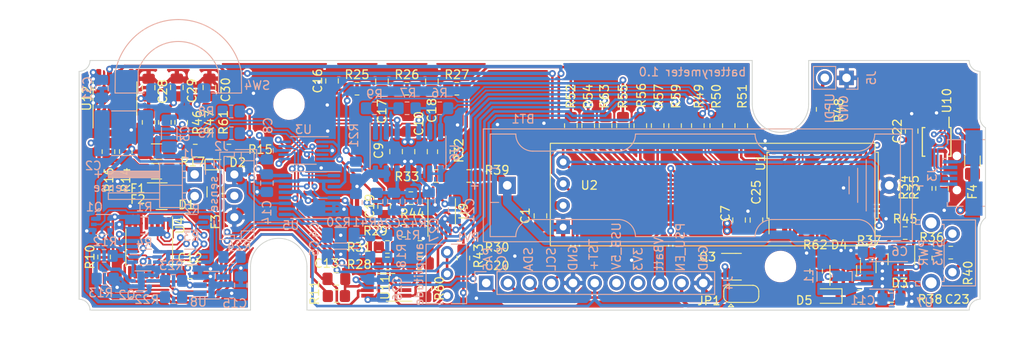
<source format=kicad_pcb>
(kicad_pcb (version 20211014) (generator pcbnew)
  (title_block (comment 4 "AISLER Project ID: OJNCQSRD"))
  (layers (0 "F.Cu" signal) (1 "In1.Cu" power) (2 "In2.Cu" power) (31 "B.Cu" signal) (34 "B.Paste" user) (35 "F.Paste" user) (36 "B.SilkS" user "B.Silkscreen") (37 "F.SilkS" user "F.Silkscreen") (38 "B.Mask" user) (39 "F.Mask" user) (44 "Edge.Cuts" user))
  (net 0 "")
  (net 1 "/PSU_EN")
  (net 2 "Net-(C24-Pad1)")
  (net 3 "Net-(C27-Pad1)")
  (net 4 "/BTN1")
  (net 5 "/BTN2")
  (net 6 "Net-(D3-Pad1)")
  (net 7 "+5V")
  (net 8 "Net-(D4-Pad2)")
  (net 9 "Net-(D4-Pad3)")
  (net 10 "/5V_IN")
  (net 11 "Net-(J5-Pad2)")
  (net 12 "Net-(R34-Pad1)")
  (net 13 "/RXD")
  (net 14 "Net-(R35-Pad1)")
  (net 15 "/TXD")
  (net 16 "Net-(R39-Pad2)")
  (net 17 "Net-(R40-Pad1)")
  (net 18 "Net-(R43-Pad2)")
  (net 19 "/PWR_EN")
  (net 20 "Net-(R48-Pad1)")
  (net 21 "/ADCP")
  (net 22 "/ADCN")
  (net 23 "Net-(R51-Pad1)")
  (net 24 "Net-(R52-Pad1)")
  (net 25 "/Vbatt")
  (net 26 "GND")
  (net 27 "Net-(C2-Pad1)")
  (net 28 "/SENSE+")
  (net 29 "/SENSE-")
  (net 30 "/RAW_SENSE-")
  (net 31 "/REF-")
  (net 32 "/RAW_REF-")
  (net 33 "/REF+")
  (net 34 "Net-(C13-Pad1)")
  (net 35 "TEST+")
  (net 36 "Net-(C13-Pad2)")
  (net 37 "Net-(F1-Pad1)")
  (net 38 "Net-(F2-Pad1)")
  (net 39 "Net-(Q1-Pad2)")
  (net 40 "Net-(F2-Pad2)")
  (net 41 "/EN_100mA")
  (net 42 "/EN_10mA")
  (net 43 "Net-(Q2-Pad3)")
  (net 44 "/EN_1mA")
  (net 45 "Net-(F3-Pad1)")
  (net 46 "Net-(F3-Pad2)")
  (net 47 "Net-(Q1-Pad1)")
  (net 48 "Net-(Q1-Pad3)")
  (net 49 "Net-(Q2-Pad6)")
  (net 50 "Net-(R1-Pad2)")
  (net 51 "Net-(R2-Pad4)")
  (net 52 "Net-(R1-Pad3)")
  (net 53 "Net-(R1-Pad4)")
  (net 54 "Net-(R2-Pad2)")
  (net 55 "Net-(R2-Pad3)")
  (net 56 "Net-(R3-Pad2)")
  (net 57 "Net-(R3-Pad3)")
  (net 58 "Net-(R4-Pad2)")
  (net 59 "+3V3")
  (net 60 "Net-(R4-Pad3)")
  (net 61 "Net-(L1-Pad2)")
  (net 62 "Net-(R20-Pad1)")
  (net 63 "GNDA")
  (net 64 "Net-(R21-Pad1)")
  (net 65 "Net-(C16-Pad1)")
  (net 66 "/REF_SW_B")
  (net 67 "/REF_SW_A")
  (net 68 "/SHORT_DISABLE")
  (net 69 "/PC2")
  (net 70 "Net-(C19-Pad1)")
  (net 71 "Net-(R54-Pad1)")
  (net 72 "Net-(R56-Pad2)")
  (net 73 "Net-(R6-Pad1)")
  (net 74 "Net-(C20-Pad2)")
  (net 75 "Net-(R7-Pad1)")
  (net 76 "/ADC_INP")
  (net 77 "/AMP_INP")
  (net 78 "/AMP_INN")
  (net 79 "/ADC_INN")
  (net 80 "Net-(R57-Pad2)")
  (net 81 "/SIGNAL_OUT")
  (net 82 "Net-(R31-Pad2)")
  (net 83 "Net-(R32-Pad1)")
  (net 86 "Net-(R59-Pad2)")
  (net 87 "Net-(R24-Pad2)")
  (net 88 "Net-(R60-Pad1)")
  (net 89 "Net-(C17-Pad1)")
  (net 90 "Net-(C18-Pad1)")
  (net 91 "/ADC_IN_SW")
  (net 92 "/SHORT_SW")
  (net 93 "/VtoI_IN")
  (net 94 "/SDA")
  (net 95 "/OUT_SW")
  (net 96 "/SCL")
  (net 97 "/ADC_DC")
  (net 102 "Net-(R60-Pad2)")
  (net 103 "/BTN3")
  (net 104 "/PA5")
  (net 106 "Net-(D5-Pad2)")
  (net 107 "Net-(Q3-Pad1)")
  (net 108 "Net-(JP1-Pad2)")
  (net 109 "/UD-")
  (net 110 "/UD+")
  (net 111 "unconnected-(J3-Pad6)")
  (net 112 "/RAW_REF+")
  (net 113 "Net-(R55-Pad1)")
  (net 114 "Net-(R63-Pad1)")
  (footprint "Fuse:Fuse_1206_3216Metric_Pad1.42x1.75mm_HandSolder" (layer "F.Cu") (at 168.656 73.3695 90)
    (fp_text reference "F4")
    (fp_text value "Polyfuse")
  )
  (footprint "Capacitor_SMD:C_0805_2012Metric_Pad1.18x1.45mm_HandSolder" (layer "F.Cu") (at 118.11 79.7775 -90)
    (fp_text reference "C1")
    (fp_text value "100nF")
  )
  (footprint "Package_TO_SOT_SMD:SOT-23" (layer "F.Cu") (at 73.787 77.47)
    (fp_text reference "D1")
    (fp_text value "MMBZ20VAL,215")
  )
  (footprint "MountingHole:MountingHole_3.2mm_M3_ISO14580" (layer "F.Cu") (at 146.19 85.7)
    (fp_text reference "H2")
    (fp_text value "MountingHole")
  )
  (footprint "Jumper:SolderJumper-3_P1.3mm_Bridged12_RoundedPad1.0x1.5mm" (layer "F.Cu") (at 141.605 88.9)
    (fp_text reference "JP1")
    (fp_text value "SolderJumper")
  )
  (footprint "Capacitor_SMD:C_0805_2012Metric_Pad1.18x1.45mm_HandSolder" (layer "F.Cu") (at 105.41 64.008 90)
    (fp_text reference "C18")
    (fp_text value "10n")
  )
  (footprint "Capacitor_SMD:C_0805_2012Metric_Pad1.18x1.45mm_HandSolder" (layer "F.Cu") (at 104.013 85.344 180)
    (fp_text reference "C20")
    (fp_text value "1u")
  )
  (footprint "Resistor_SMD:R_0805_2012Metric_Pad1.20x1.40mm_HandSolder" (layer "F.Cu") (at 127.762 69.215 90)
    (fp_text reference "R55")
    (fp_text value "0")
  )
  (footprint "Resistor_SMD:R_0805_2012Metric_Pad1.20x1.40mm_HandSolder" (layer "F.Cu") (at 136.525 69.215 90)
    (fp_text reference "R49")
    (fp_text value "0")
  )
  (footprint "Resistor_SMD:R_0805_2012Metric_Pad1.20x1.40mm_HandSolder" (layer "F.Cu") (at 129.794 69.215 -90)
    (fp_text reference "R56")
    (fp_text value "0")
  )
  (footprint "Resistor_SMD:R_0805_2012Metric_Pad1.20x1.40mm_HandSolder" (layer "F.Cu") (at 166.116 84.074 180)
    (fp_text reference "R40")
    (fp_text value "1k")
  )
  (footprint "Resistor_SMD:R_0805_2012Metric_Pad1.20x1.40mm_HandSolder" (layer "F.Cu") (at 123.698 69.215 90)
    (fp_text reference "R54")
    (fp_text value "0")
  )
  (footprint "Resistor_SMD:R_0805_2012Metric_Pad1.20x1.40mm_HandSolder" (layer "F.Cu") (at 109.093 84.709 90)
    (fp_text reference "R43")
    (fp_text value "9M 1%")
  )
  (footprint "Resistor_SMD:R_0805_2012Metric_Pad1.20x1.40mm_HandSolder" (layer "F.Cu") (at 109.728 75.1078 180)
    (fp_text reference "R39")
    (fp_text value "1M")
  )
  (footprint "Resistor_SMD:R_0805_2012Metric_Pad1.20x1.40mm_HandSolder" (layer "F.Cu") (at 100.203 83.4136 180)
    (fp_text reference "R31")
    (fp_text value "100k")
  )
  (footprint "MountingHole:MountingHole_3.2mm_M3_ISO14580" (layer "F.Cu") (at 88.690867 66.7)
    (fp_text reference "H1")
    (fp_text value "MountingHole")
  )
  (footprint "Package_SO:MSOP-10_3x3mm_P0.5mm" (layer "F.Cu") (at 164.465 71.12 -90)
    (fp_text reference "U10")
    (fp_text value "CH340E")
  )
  (footprint "Resistor_SMD:R_0805_2012Metric_Pad1.20x1.40mm_HandSolder" (layer "F.Cu") (at 155.448 89.154 180)
    (fp_text reference "R38")
    (fp_text value "100k (don't install)")
  )
  (footprint "Capacitor_SMD:C_0805_2012Metric_Pad1.18x1.45mm_HandSolder" (layer "F.Cu") (at 94.234 87.146 180)
    (fp_text reference "C13")
    (fp_text value "100p")
  )
  (footprint "Package_SO:VSSOP-8_3.0x3.0mm_P0.65mm" (layer "F.Cu") (at 100.076 88.138 180)
    (fp_text reference "U11")
    (fp_text value "TLV9062xD")
  )
  (footprint "Capacitor_SMD:C_0805_2012Metric_Pad1.18x1.45mm_HandSolder" (layer "F.Cu") (at 99.568 64.008 90)
    (fp_text reference "C17")
    (fp_text value "10n")
  )
  (footprint "Capacitor_SMD:C_0805_2012Metric_Pad1.18x1.45mm_HandSolder" (layer "F.Cu") (at 143.383 80.264 90)
    (fp_text reference "C25")
    (fp_text value "10uF")
  )
  (footprint "Package_SO:SOIC-8_3.9x4.9mm_P1.27mm" (layer "F.Cu") (at 68.326 66.04 90)
    (fp_text reference "U12")
    (fp_text value "PCA9536D")
  )
  (footprint "mylib:I2C_OLED_128x32" (layer "F.Cu") (at 126.365 76.2)
    (fp_text reference "U2")
    (fp_text value "I2C_OLED_128x32")
  )
  (footprint "Resistor_SMD:R_0805_2012Metric_Pad1.20x1.40mm_HandSolder" (layer "F.Cu") (at 125.73 69.215 90)
    (fp_text reference "R63")
    (fp_text value "0")
  )
  (footprint "Fuse:Fuse_1206_3216Metric_Pad1.42x1.75mm_HandSolder" (layer "F.Cu") (at 73.1885 74.549 180)
    (fp_text reference "F2")
    (fp_text value "PTC 500mA")
  )
  (footprint "Resistor_SMD:R_0805_2012Metric_Pad1.20x1.40mm_HandSolder" (layer "F.Cu") (at 150.368 86.233 -90)
    (fp_text reference "R62")
    (fp_text value "470k")
  )
  (footprint "Package_TO_SOT_SMD:SOT-23" (layer "F.Cu") (at 153.543 86.233 90)
    (fp_text reference "D4")
    (fp_text value "BAT54S")
  )
  (footprint "Resistor_SMD:R_0805_2012Metric_Pad1.20x1.40mm_HandSolder" (layer "F.Cu") (at 108.331 64.897)
    (fp_text reference "R27")
    (fp_text value "47k")
  )
  (footprint "Capacitor_SMD:C_0805_2012Metric_Pad1.18x1.45mm_HandSolder" (layer "F.Cu") (at 93.726 63.9865 90)
    (fp_text reference "C16")
    (fp_text value "10n")
  )
  (footprint "Resistor_SMD:R_0805_2012Metric_Pad1.20x1.40mm_HandSolder" (layer "F.Cu") (at 165.1 76.565 -90)
    (fp_text reference "R35")
    (fp_text value "1k")
  )
  (footprint "Resistor_SMD:R_0805_2012Metric_Pad1.20x1.40mm_HandSolder" (layer "F.Cu") (at 138.684 69.215 90)
    (fp_text reference "R50")
    (fp_text value "0")
  )
  (footprint "Resistor_SMD:R_0805_2012Metric_Pad1.20x1.40mm_HandSolder" (layer "F.Cu") (at 133.858 69.215 -90)
    (fp_text reference "R59")
    (fp_text value "0")
  )
  (footprint "Resistor_SMD:R_0805_2012Metric_Pad1.20x1.40mm_HandSolder" (layer "F.Cu") (at 94.234 89.154 180)
    (fp_text reference "R11")
    (fp_text value "10k")
  )
  (footprint "Capacitor_SMD:C_0805_2012Metric_Pad1.18x1.45mm_HandSolder" (layer "F.Cu") (at 79.375 64.7485 90)
    (fp_text reference "C30")
    (fp_text value "10n")
  )
  (footprint "Capacitor_SMD:C_0805_2012Metric_Pad1.18x1.45mm_HandSolder" (layer "F.Cu") (at 99.822 78.6384 90)
    (fp_text reference "C19")
    (fp_text value "10n")
  )
  (footprint "Capacitor_SMD:C_0805_2012Metric_Pad1.18x1.45mm_HandSolder" (layer "F.Cu") (at 159.2072 89.154 180)
    (fp_text reference "C23")
    (fp_text value "1u")
  )
  (footprint "Resistor_SMD:R_1206_3216Metric_Pad1.30x1.75mm_HandSolder" (layer "F.Cu") (at 156.464 85.699 -90)
    (fp_text reference "R37")
    (fp_text value "100")
  )
  (footprint "Resistor_SMD:R_0805_2012Metric_Pad1.20x1.40mm_HandSolder" (layer "F.Cu") (at 163.195 84.709 90)
    (fp_text reference "R36")
    (fp_text value "1M")
  )
  (footprint "Resistor_SMD:R_0805_2012Metric_Pad1.20x1.40mm_HandSolder" (layer "F.Cu") (at 151.13 67.31 90)
    (fp_text reference "R48")
    (fp_text value "4k7")
  )
  (footprint "Diode_SMD:D_SOD-523" (layer "F.Cu") (at 80.01 73.787)
    (fp_text reference "D2")
    (fp_text value "VESD03C1-02V")
  )
  (footprint "Resistor_SMD:R_0805_2012Metric_Pad1.20x1.40mm_HandSolder" (layer "F.Cu") (at 102.9462 77.6986)
    (fp_text reference "R44")
    (fp_text value "1M 1%")
  )
  (footprint "Resistor_SMD:R_0805_2012Metric_Pad1.20x1.40mm_HandSolder" (layer "F.Cu") (at 163.195 76.565 -90)
    (fp_text reference "R34")
    (fp_text value "1k")
  )
  (footprint "Resistor_SMD:R_0805_2012Metric_Pad1.20x1.40mm_HandSolder" (layer "F.Cu") (at 74.168 68.834 90)
    (fp_text reference "R47")
    (fp_text value "10k")
  )
  (footprint "Resistor_SMD:R_0805_2012Metric_Pad1.20x1.40mm_HandSolder" (layer "F.Cu") (at 67.056 84.582 90)
    (fp_text reference "R10")
    (fp_text value "220")
  )
  (footprint "Resistor_SMD:R_0805_2012Metric_Pad1.20x1.40mm_HandSolder" (layer "F.Cu") (at 131.826 69.215 -90)
    (fp_text reference "R57")
    (fp_text value "0")
  )
  (footprint "Resistor_SMD:R_0805_2012Metric_Pad1.20x1.40mm_HandSolder" (layer "F.Cu") (at 67.564 72.263 90)
    (fp_text reference "R16")
    (fp_text value "680")
  )
  (footprint "Resistor_SMD:R_0805_2012Metric_Pad1.20x1.40mm_HandSolder" (layer "F.Cu") (at 106.807 72.263 90)
    (fp_text reference "R32")
    (fp_text value "100k")
  )
  (footprint "Capacitor_SMD:C_0805_2012Metric_Pad1.18x1.45mm_HandSolder" (layer "F.Cu") (at 141.351 80.264 90)
    (fp_text reference "C7")
    (fp_text value "10uF")
  )
  (footprint "Capacitor_SMD:C_0805_2012Metric_Pad1.18x1.45mm_HandSolder" (layer "F.Cu") (at 77.089 86.36)
    (fp_text reference "C12")
    (fp_text value "100n")
  )
  (footprint "Fuse:Fuse_1206_3216Metric_Pad1.42x1.75mm_HandSolder" (layer "F.Cu") (at 73.1885 72.263 180)
    (fp_text reference "F1")
    (fp_text value "PTC 500mA")
  )
  (footprint "Resistor_SMD:R_0805_2012Metric_Pad1.20x1.40mm_HandSolder" (layer "F.Cu") (at 102.108 81.5086 180)
    (fp_text reference "R29")
    (fp_text value "100k")
  )
  (footprint "Resistor_SMD:R_0805_2012Metric_Pad1.20x1.40mm_HandSolder" (layer "F.Cu") (at 105.902 75.1078)
    (fp_text reference "R33")
    (fp_text value "15k")
  )
  (footprint "Resistor_SMD:R_0805_2012Metric_Pad1.20x1.40mm_HandSolder" (layer "F.Cu") (at 100.203 85.344 180)
    (fp_text reference "R28")
    (fp_text value "100k")
  )
  (footprint "Resistor_SMD:R_0805_2012Metric_Pad1.20x1.40mm_HandSolder" (layer "F.Cu") (at 104.013 83.4136 180)
    (fp_text reference "R30")
    (fp_text value "8k2")
  )
  (footprint "Capacitor_SMD:C_0805_2012Metric_Pad1.18x1.45mm_HandSolder" (layer "F.Cu") (at 161.544 69.85 90)
    (fp_text reference "C22")
    (fp_text value "100n")
  )
  (footprint "Capacitor_SMD:C_0805_2012Metric_Pad1.18x1.45mm_HandSolder" (layer "F.Cu") (at 75.565 64.7485 90)
    (fp_text reference "C29")
    (fp_text value "10n")
  )
  (footprint "Resistor_SMD:R_0805_2012Metric_Pad1.20x1.40mm_HandSolder" (layer "F.Cu") (at 104.648 88.265 -90)
    (fp_text reference "R60")
    (fp_text value "100k")
  )
  (footprint "Capacitor_SMD:C_0805_2012Metric_Pad1.18x1.45mm_HandSolder" (layer "F.Cu") (at 101.219 72.252 -90)
    (fp_text reference "C9")
    (fp_text value "10uF")
  )
  (footprint "Package_SO:TSSOP-16_4.4x5mm_P0.65mm" (layer "F.Cu") (at 72.334 83.5075 -90)
    (fp_text reference "U4")
    (fp_text value "DG4052EEQ-T1-GE3")
  )
  (footprint "Package_TO_SOT_SMD:SOT-23" (layer "F.Cu") (at 140.97 85.725)
    (fp_text reference "Q3")
    (fp_text value "SMP5484")
  )
  (footprint "Package_SO:SOIC-20W_7.5x12.8mm_P1.27mm" (layer "F.Cu") (at 151.13 76.2 90)
    (fp_text reference "U1")
    (fp_text value "ATtiny3226-SU")
  )
  (footprint "Resistor_SMD:R_0805_2012Metric_Pad1.20x1.40mm_HandSolder" (layer "F.Cu") (at 77.724 72.136 180)
    (fp_text reference "R17")
    (fp_text value "680")
  )
  (footprint "Package_TO_SOT_SMD:SOT-23" (layer "F.Cu") (at 160.34 84.836 -90)
    (fp_text reference "D3")
    (fp_text value "BAT54S")
  )
  (footprint "Capacitor_SMD:C_0805_2012Metric_Pad1.18x1.45mm_HandSolder" (layer "F.Cu") (at 104.14 72.2575 -90)
    (fp_text reference "C10")
    (fp_text value "100nF")
  )
  (footprint "Resistor_SMD:R_0805_2012Metric_Pad1.20x1.40mm_HandSolder" (layer "F.Cu") (at 141.605 69.215 90)
    (fp_text reference "R51")
    (fp_text value "0")
  )
  (footprint "Resistor_SMD:R_0805_2012Metric_Pad1.20x1.40mm_HandSolder" (layer "F.Cu") (at 96.647 64.897)
    (fp_text reference "R25")
    (fp_text value "47k")
  )
  (footprint "Resistor_SMD:R_0805_2012Metric_Pad1.20x1.40mm_HandSolder" (layer "F.Cu") (at 69.596 72.247 90)
    (fp_text reference "R14")
    (fp_text value "100")
  )
  (footprint "Resistor_SMD:R_0805_2012Metric_Pad1.20x1.40mm_HandSolder" (layer "F.Cu") (at 72.263 68.834 90)
    (fp_text reference "R46")
    (fp_text value "10k")
  )
  (footprint "Fuse:Fuse_1206_3216Metric_Pad1.42x1.75mm_HandSolder" (layer "F.Cu") (at 80.01 76.962 90)
    (fp_text reference "F3")
    (fp_text value "PTC 500mA")
  )
  (footprint "Diode_SMD:D_SOD-323" (layer "F.Cu") (at 151.892 89.154 180)
    (fp_text reference "D5")
    (fp_text value "1N4148")
  )
  (footprint "Resistor_SMD:R_0805_2012Metric_Pad1.20x1.40mm_HandSolder" (layer "F.Cu") (at 76.073 68.834 90)
    (fp_text reference "R61")
    (fp_text value "10k")
  )
  (footprint "Resistor_SMD:R_0805_2012Metric_Pad1.20x1.40mm_HandSolder" (layer "F.Cu") (at 102.489 64.897)
    (fp_text reference "R26")
    (fp_text value "47k")
  )
  (footprint "Package_SO:VSSOP-10_3x3mm_P0.5mm" (layer "F.Cu") (at 106.553 79.248 90)
    (fp_text reference "U9")
    (fp_text value "MAX4636EUB+")
  )
  (footprint "Resistor_SMD:R_0805_2012Metric_Pad1.20x1.40mm_HandSolder" (layer "F.Cu") (at 160.782 81.788)
    (fp_text reference "R45")
    (fp_text value "100k")
  )
  (footprint "Resistor_SMD:R_0805_2012Metric_Pad1.20x1.40mm_HandSolder" (layer "F.Cu") (at 121.666 69.215 90)
    (fp_text reference "R52")
    (fp_text value "0")
  )
  (footprint "Capacitor_SMD:C_0805_2012Metric_Pad1.18x1.45mm_HandSolder" (layer "F.Cu") (at 72.263 64.77 90)
    (fp_text reference "C28")
    (fp_text value "10n")
  )
  (footprint "Resistor_SMD:R_0805_2012Metric_Pad1.20x1.40mm_HandSolder" (layer "F.Cu") (at 81.661 72.136)
    (fp_text reference "R15")
    (fp_text value "100")
  )
  (footprint "Package_TO_SOT_SMD:SOT-363_SC-70-6" (layer "B.Cu") (at 71.374 87.376 180)
    (fp_text reference "Q2")
    (fp_text value "DMN62D0UDW-13")
  )
  (footprint "mylib:L_Coilcraft_LPS4018" (layer "B.Cu") (at 152.527 86.855 -90)
    (fp_text reference "L1")
    (fp_text value "4.7uH Shld")
  )
  (footprint "Capacitor_SMD:C_1206_3216Metric_Pad1.33x1.80mm_HandSolder" (layer "B.Cu") (at 94.742 84.582)
    (fp_text reference "C5")
    (fp_text value "100uF 6.3V")
  )
  (footprint "Capacitor_SMD:C_0805_2012Metric_Pad1.18x1.45mm_HandSolder" (layer "B.Cu") (at 66.802 64.897 -90)
    (fp_text reference "C31")
    (fp_text value "100nF")
  )
  (footprint "Resistor_SMD:R_0805_2012Metric_Pad1.20x1.40mm_HandSolder" (layer "B.Cu") (at 67.056 84.455 180)
    (fp_text reference "R12")
    (fp_text value "470")
  )
  (footprint "mylib:SW_SLLB510100" (layer "B.Cu") (at 75.74 64.305 180)
    (fp_text reference "SW4")
    (fp_text value "SW_SLLB5")
  )
  (footprint "Capacitor_SMD:C_0805_2012Metric_Pad1.18x1.45mm_HandSolder" (layer "B.Cu") (at 108.077 79.121 -90)
    (fp_text reference "C21")
    (fp_text value "100nF")
  )
  (footprint "Potentiometer_THT:Potentiometer_Bourns_3266Y_Vertical" (layer "B.Cu") (at 107.188 84.0232 90)
    (fp_text reference "RV1")
    (fp_text value "1M")
  )
  (footprint "Package_TO_SOT_SMD:SOT-363_SC-70-6" (layer "B.Cu") (at 66.802 80.772 180)
    (fp_text reference "Q1")
    (fp_text value "DMN62D0UDW-13")
  )
  (footprint "Capacitor_SMD:C_1206_3216Metric_Pad1.33x1.80mm_HandSolder" (layer "B.Cu") (at 94.742 82.042)
    (fp_text reference "C4")
    (fp_text value "100uF 6.3V")
  )
  (footprint "Capacitor_SMD:C_0805_2012Metric_Pad1.18x1.45mm_HandSolder" (layer "B.Cu") (at 99.695 88.2865 90)
    (fp_text reference "C26")
    (fp_text value "100nF")
  )
  (footprint "Resistor_SMD:R_0805_2012Metric_Pad1.20x1.40mm_HandSolder" (layer "B.Cu") (at 75.184 89.281)
    (fp_text reference "R22")
    (fp_text value "0")
  )
  (footprint "Resistor_SMD:R_0805_2012Metric_Pad1.20x1.40mm_HandSolder" (layer "B.Cu") (at 99.187 84.582)
    (fp_text reference "R18")
    (fp_text value "10M")
  )
  (footprint "Package_TO_SOT_SMD:SOT-23-5_HandSoldering" (layer "B.Cu") (at 79.629 87.884)
    (fp_text reference "U8")
    (fp_text value "74AHC1G08")
  )
  (footprint "mylib:R_Shunt_Ohmite_LVK12_ALT" (layer "B.Cu") (at 71.755 80.899 -90)
    (fp_text reference "R1")
    (fp_text value "50mOhm precision")
  )
  (footprint "Connector_PinHeader_2.54mm:PinHeader_1x11_P2.54mm_Vertical" (layer "B.Cu") (at 111.76 87.63 -90)
    (fp_text reference "J4")
    (fp_text value "Conn_01x11_Male")
  )
  (footprint "Capacitor_SMD:C_0805_2012Metric_Pad1.18x1.45mm_HandSolder" (layer "B.Cu") (at 156.8665 83.947)
    (fp_text reference "C6")
    (fp_text value "10uF")
  )
  (footprint "Package_SO:SOIC-14_3.9x8.7mm_P1.27mm" (layer "B.Cu") (at 102.616 72.3685 -90)
    (fp_text reference "U6")
    (fp_text value "OPA4388ID")
  )
  (footprint "Capacitor_SMD:C_0805_2012Metric_Pad1.18x1.45mm_HandSolder" (layer "B.Cu") (at 83.058 87.884 90)
    (fp_text reference "C15")
    (fp_text value "100n")
  )
  (footprint "Package_SO:MSOP-8_3x3mm_P0.65mm" (layer "B.Cu") (at 158.1365 86.741 180)
    (fp_text reference "U7")
    (fp_text value "MCP1642B-33I/MS")
  )
  (footprint "Resistor_SMD:R_0805_2012Metric_Pad1.20x1.40mm_HandSolder" (layer "B.Cu") (at 102.505 67.183)
    (fp_text reference "R7")
    (fp_text value "1k")
  )
  (footprint "Capacitor_SMD:C_0805_2012Metric_Pad1.18x1.45mm_HandSolder" (layer "B.Cu") (at 105.029 78.0835 -90)
    (fp_text reference "C27")
    (fp_text value "10n")
  )
  (footprint "Resistor_SMD:R_0805_2012Metric_Pad1.20x1.40mm_HandSolder" (layer "B.Cu") (at 82.026 84.582)
    (fp_text reference "R24")
    (fp_text value "0")
  )
  (footprint "mylib:USB_Micro-B_mine" (layer "B.Cu") (at 167.5113 74.755 -90)
    (fp_text reference "J3")
    (fp_text value "USB_B_Micro")
  )
  (footprint "Resistor_SMD:R_0805_2012Metric_Pad1.20x1.40mm_HandSolder" (layer "B.Cu") (at 98.933 78.0835 -90)
    (fp_text reference "R41")
    (fp_text value "100k")
  )
  (footprint "Resistor_SMD:R_0805_2012Metric_Pad1.20x1.40mm_HandSolder" (layer "B.Cu") (at 75.184 87.376)
    (fp_text reference "R23")
    (fp_text value "0")
  )
  (footprint "Resistor_SMD:R_0805_2012Metric_Pad1.20x1.40mm_HandSolder" (layer "B.Cu") (at 96.52 74.422 -90)
    (fp_text reference "R21")
    (fp_text value "47")
  )
  (footprint "Resistor_SMD:R_0805_2012Metric_Pad1.20x1.40mm_HandSolder" (layer "B.Cu") (at 96.52 78.2066 90)
    (fp_text reference "R20")
    (fp_text value "47")
  )
  (footprint "Resistor_SMD:R_0805_2012Metric_Pad1.20x1.40mm_HandSolder" (layer "B.Cu") (at 102.997 78.0835 90)
    (fp_text reference "R42")
    (fp_text value "100k")
  )
  (footprint "mylib:R_1206_3216Metric_4Wire" (layer "B.Cu") (at 77.216 80.518)
    (fp_text reference "R2")
    (fp_text value "0.5 Ohm precision")
  )
  (footprint "Resistor_SMD:R_0805_2012Metric_Pad1.20x1.40mm_HandSolder" (layer "B.Cu") (at 106.315 67.183)
    (fp_text reference "R6")
    (fp_text value "100k")
  )
  (footprint "Resistor_SMD:R_0805_2012Metric_Pad1.20x1.40mm_HandSolder" (layer "B.Cu") (at 99.187 82.042 180)
    (fp_text reference "R19")
    (fp_text value "10M")
  )
  (footprint "Capacitor_SMD:C_1206_3216Metric_Pad1.33x1.80mm_HandSolder" (layer "B.Cu") (at 74.676 70.1425 90)
    (fp_text reference "C3")
    (fp_text value "100uF 6.3V")
  )
  (footprint "Capacitor_SMD:C_0805_2012Metric_Pad1.18x1.45mm_HandSolder" (layer "B.Cu") (at 86.106 75.946 -90)
    (fp_text reference "C14")
    (fp_text value "100n")
  )
  (footprint "Resistor_SMD:R_0805_2012Metric_Pad1.20x1.40mm_HandSolder" (layer "B.Cu") (at 67.183 87.122)
    (fp_text reference "R13")
    (fp_text value "4k7")
  )
  (footprint "Package_SO:VSSOP-10_3x3mm_P0.5mm" (layer "B.Cu") (at 90.382156 72.12 180)
    (fp_text reference "U3")
    (fp_text value "MAX4636EUB+")
  )
  (footprint "Resistor_SMD:R_0805_2012Metric_Pad1.20x1.40mm_HandSolder" (layer "B.Cu") (at 81.915 67.564 180)
    (fp_text reference "R8")
    (fp_text value "10M")
  )
  (footprint "Capacitor_SMD:C_0805_2012Metric_Pad1.18x1.45mm_HandSolder" (layer "B.Cu") (at 159.1525 89.535 180)
    (fp_text reference "C11")
    (fp_text value "10uF")
  )
  (footprint "Capacitor_SMD:C_0805_2012Metric_Pad1.18x1.45mm_HandSolder" (layer "B.Cu") (at 100.965 78.105 -90)
    (fp_text reference "C24")
    (fp_text value "1uF")
  )
  (footprint "Capacitor_SMD:C_0805_2012Metric_Pad1.18x1.45mm_HandSolder" (layer "B.Cu") (at 86.106 72.136 -90)
    (fp_text reference "C8")
    (fp_text value "100nF")
  )
  (footprint "Button_Switch_THT:SW_Tactile_SPST_Angled_PTS645Vx83-2LFS" (layer "B.Cu") (at 166.3125 86.36 90)
    (fp_text reference "SW3")
    (fp_text value "SW_Push")
  )
  (footprint "Connector_PinHeader_2.54mm:PinHeader_1x02_P2.54mm_Vertical" (layer "B.Cu") (at 153.924 63.627 90)
    (fp_text reference "J5")
    (fp_text value "Conn_01x02_Male")
  )
  (footprint "mylib:R_1206_3216Metric_4Wire" (layer "B.Cu") (at 71.882 84.582 180)
    (fp_text reference "R4")
    (fp_text value "45 Ohm precision")
  )
  (footprint "Battery:BatteryHolder_Keystone_2466_1xAAA" (layer "B.Cu") (at 114.225 76.2)
    (fp_text reference "BT1")
    (fp_text value "Battery_Cell")
  )
  (footprint "mylib:R_1206_3216Metric_4Wire" (layer "B.Cu") (at 77.216 84.582 180)
    (fp_text reference "R3")
    (fp_text value "5 Ohm precision")
  )
  (footprint "Connector_PinHeader_2.54mm:PinHeader_1x02_P2.54mm_Horizontal" (layer "B.Cu") (at 77.654 74.925 180)
    (fp_text reference "J1")
    (fp_text value "Conn_01x02_Male")
  )
  (footprint "Connector_JST:JST_EH_B3B-EH-A_1x03_P2.50mm_Vertical" (layer "B.Cu") (at 82.296 74.93 -90)
    (fp_text reference "J2")
    (fp_text value "Conn_01x03_Male")
  )
  (footprint "mylib:KCM55WC71E107MH13" (layer "B.Cu") (at 69.352 70.104)
    (fp_text reference "C2")
    (fp_text value "100uF 25V")
  )
  (footprint "Package_SO:TSSOP-16_4.4x5mm_P0.65mm" (layer "B.Cu") (at 91.077756 77.332 180)
    (fp_text reference "U5")
    (fp_text value "DG4052EEQ-T1-GE3")
  )
  (footprint "Resistor_SMD:R_0805_2012Metric_Pad1.20x1.40mm_HandSolder" (layer "B.Cu") (at 98.695 67.183 180)
    (fp_text reference "R9")
    (fp_text value "100k")
  )
  (footprint "Resistor_SMD:R_0805_2012Metric_Pad1.20x1.40mm_HandSolder" (layer "B.Cu") (at 81.931 70.104)
    (fp_text reference "R5")
    (fp_text value "10M")
  )
  (gr_line (start 142.89 66.7) (end 142.89 61.595) (layer "Edge.Cuts") (width 0.1))
  (gr_arc (start 170.18 69.450227) (mid 169.714409 68.961) (end 169.545 68.307227) (layer "Edge.Cuts") (width 0.1))
  (gr_line (start 169.545 68.307227) (end 169.545 62.865) (layer "Edge.Cuts") (width 0.1))
  (gr_arc (start 169.545 62.865) (mid 168.646974 62.493026) (end 168.275 61.595) (layer "Edge.Cuts") (width 0.1))
  (gr_line (start 84.19 85.7) (end 84.19 90.805) (layer "Edge.Cuts") (width 0.1))
  (gr_arc (start 65.405 61.595) (mid 65.033026 62.493026) (end 64.135 62.865) (layer "Edge.Cuts") (width 0.1))
  (gr_line (start 90.79 85.7) (end 90.79 90.805) (layer "Edge.Cuts") (width 0.1))
  (gr_line (start 169.545 89.535) (end 169.545 81.28) (layer "Edge.Cuts") (width 0.1))
  (gr_line (start 142.89 61.595) (end 65.405 61.595) (layer "Edge.Cuts") (width 0.1))
  (gr_arc (start 169.545 81.28) (mid 169.712597 80.570048) (end 170.179999 80.009999) (layer "Edge.Cuts") (width 0.1))
  (gr_arc (start 84.19 85.7) (mid 87.49 82.4) (end 90.79 85.7) (layer "Edge.Cuts") (width 0.1))
  (gr_line (start 149.49 66.7) (end 149.49 61.595) (layer "Edge.Cuts") (width 0.1))
  (gr_line (start 170.179999 80.01) (end 170.18 69.450227) (layer "Edge.Cuts") (width 0.1))
  (gr_line (start 90.79 90.805) (end 168.275 90.805) (layer "Edge.Cuts") (width 0.1))
  (gr_line (start 149.49 61.595) (end 168.275 61.595) (layer "Edge.Cuts") (width 0.1))
  (gr_arc (start 149.49 66.7) (mid 146.19 70) (end 142.89 66.7) (layer "Edge.Cuts") (width 0.1))
  (gr_arc (start 168.275 90.805) (mid 168.646974 89.906974) (end 169.545 89.535) (layer "Edge.Cuts") (width 0.1))
  (gr_arc (start 64.135 89.535) (mid 65.033026 89.906974) (end 65.405 90.805) (layer "Edge.Cuts") (width 0.1))
  (gr_line (start 64.135 62.865) (end 64.135 89.535) (layer "Edge.Cuts") (width 0.1))
  (gr_line (start 65.405 90.805) (end 84.19 90.805) (layer "Edge.Cuts") (width 0.1))
  (gr_text "GND" (at 137.16 84.709 90) (layer "B.SilkS") (effects (font (size 1 1)) (justify mirror)))
  (gr_text "USB_5V" (at 127 83.312 90) (layer "B.SilkS") (effects (font (size 1 1)) (justify mirror)))
  (gr_text "UPDI\nGND" (at 152.781 67.183 90) (layer "B.SilkS") (effects (font (size 1 1)) (justify mirror)))
  (gr_text "TST+" (at 124.333 84.328 90) (layer "B.SilkS") (effects (font (size 1 1)) (justify mirror)))
  (gr_text "- sense -" (at 79.8576 77.216 90) (layer "B.SilkS") (effects (font (size 1 1)) (justify mirror)))
  (gr_text "PA5\nPC2" (at 112.776 84.836 90) (layer "B.SilkS") (effects (font (size 1 1)) (justify mirror)))
  (gr_text "PWR" (at 162.941 84.074 90) (layer "B.SilkS") (effects (font (size 1 1)) (justify mirror)))
  (gr_text "SDA" (at 116.713 84.836 90) (layer "B.SilkS") (effects (font (size 1 1)) (justify mirror)))
  (gr_text "batterymeter 1.0" (at 135.89 62.9412) (layer "B.SilkS") (effects (font (size 1 1)) (justify mirror)))
  (gr_text "GND" (at 121.92 84.709 90) (layer "B.SilkS") (effects (font (size 1 1)) (justify mirror)))
  (gr_text "amplitude" (at 103.886 86.614 90) (layer "B.SilkS") (effects (font (size 1 1)) (justify mirror)))
  (gr_text "PSU_EN" (at 134.493 83.439 90) (layer "B.SilkS") (effects (font (size 1 1)) (justify mirror)))
  (gr_text "+\nsense" (at 65.659 75.6412) (layer "B.SilkS") (effects (font (size 1 1)) (justify right mirror)))
  (gr_text "SCL" (at 119.38 84.836 90) (layer "B.SilkS") (effects (font (size 1 1)) (justify mirror)))
  (gr_text "VBatt" (at 131.953 84.201 90) (layer "B.SilkS") (effects (font (size 1 1)) (justify mirror)))
  (gr_text "3V3" (at 129.54 84.836 90) (layer "B.SilkS") (effects (font (size 1 1)) (justify mirror)))
  (segment (start 163.465 85.709) (end 165.227 83.947) (width 0.4) (layer "F.Cu") (net 1))
  (segment (start 162.052 85.725) (end 163.576 85.725) (width 0.4) (layer "F.Cu") (net 1))
  (segment (start 160.2955 89.154) (end 159.17098 90.27852) (width 0.4) (layer "F.Cu") (net 1))
  (segment (start 156.48248 90.27852) (end 156.48248 89.17248) (width 0.4) (layer "F.Cu") (net 1))
  (segment (start 152.942 89.154) (end 152.942 90.077) (width 0.4) (layer "F.Cu") (net 1))
  (segment (start 152.942 90.077) (end 153.035 90.17) (width 0.4) (layer "F.Cu") (net 1))
  (segment (start 162.052 85.725) (end 160.274 85.725) (width 0.4) (layer "F.Cu") (net 1))
  (segment (start 134.62 89.535) (end 134.62 87.63) (width 0.4) (layer "F.Cu") (net 1))
  (segment (start 156.48248 90.27852) (end 135.36352 90.27852) (width 0.4) (layer "F.Cu") (net 1))
  (segment (start 160.34 85.7735) (end 160.34 89.088) (width 0.4) (layer "F.Cu") (net 1))
  (segment (start 135.36352 90.27852) (end 134.62 89.535) (width 0.4) (layer "F.Cu") (net 1))
  (segment (start 159.17098 90.27852) (end 156.48248 90.27852) (width 0.4) (layer "F.Cu") (net 1))
  (via (at 162.052 85.725) (size 0.8) (drill 0.4) (layers "F.Cu" "B.Cu") (net 1))
  (segment (start 160.249 85.766) (end 162.011 85.766) (width 0.4) (layer "B.Cu") (net 1))
  (segment (start 162.011 85.766) (end 162.052 85.725) (width 0.4) (layer "B.Cu") (net 1))
  (segment (start 101.346 74.8435) (end 101.346 76.6865) (width 0.4) (layer "B.Cu") (net 2))
  (segment (start 98.933 77.0675) (end 102.997 77.0675) (width 0.4) (layer "B.Cu") (net 2))
  (segment (start 105.553 77.048) (end 105.3436 77.048) (width 0.3) (layer "F.Cu") (net 3))
  (segment (start 105.3436 77.048) (end 104.8004 76.5048) (width 0.3) (layer "F.Cu") (net 3))
  (via (at 104.775 76.5048) (size 0.8) (drill 0.4) (layers "F.Cu" "B.Cu") (net 3))
  (segment (start 104.530474 76.444526) (end 104.521 76.454) (width 0.3) (layer "B.Cu") (net 3))
  (segment (start 104.775 76.5048) (end 104.530474 76.444526) (width 0.3) (layer "B.Cu") (net 3))
  (segment (start 103.886 75.325638) (end 105.029 76.468638) (width 0.4) (layer "B.Cu") (net 3))
  (segment (start 105.029 76.468638) (end 105.029 77.0675) (width 0.4) (layer "B.Cu") (net 3))
  (segment (start 73.210559 65.024) (end 74.422 65.024) (width 0.4) (layer "F.Cu") (net 4))
  (segment (start 66.421 67.183) (end 66.421 68.707) (width 0.4) (layer "F.Cu") (net 4))
  (segment (start 72.956559 64.77) (end 73.210559 65.024) (width 0.4) (layer "F.Cu") (net 4))
  (segment (start 76.68952 65.179461) (end 76.68952 66.392539) (width 0.4) (layer "F.Cu") (net 4))
  (segment (start 66.421 67.183) (end 68.58 65.024) (width 0.4) (layer "F.Cu") (net 4))
  (segment (start 76.280059 64.77) (end 76.68952 65.179461) (width 0.4) (layer "F.Cu") (net 4))
  (segment (start 76.68952 65.179461) (end 78.768461 65.179461) (width 0.4) (layer "F.Cu") (net 4))
  (segment (start 76.68952 66.392539) (end 76.2 66.882059) (width 0.4) (layer "F.Cu") (net 4))
  (segment (start 68.58 65.024) (end 71.315441 65.024) (width 0.4) (layer "F.Cu") (net 4))
  (segment (start 71.315441 65.024) (end 71.569441 64.77) (width 0.4) (layer "F.Cu") (net 4))
  (segment (start 74.676 64.77) (end 76.280059 64.77) (width 0.4) (layer "F.Cu") (net 4))
  (segment (start 71.569441 64.77) (end 72.956559 64.77) (width 0.4) (layer "F.Cu") (net 4))
  (segment (start 76.2 66.882059) (end 76.2 67.818) (width 0.4) (layer "F.Cu") (net 4))
  (segment (start 74.422 65.024) (end 74.676 64.77) (width 0.4) (layer "F.Cu") (net 4))
  (segment (start 78.866866 65.786) (end 77.925808 66.727058) (width 0.4) (layer "F.Cu") (net 4))
  (segment (start 78.768461 65.179461) (end 79.375 65.786) (width 0.4) (layer "F.Cu") (net 4))
  (via (at 77.925808 66.727058) (size 0.8) (drill 0.4) (layers "F.Cu" "B.Cu") (net 4))
  (segment (start 77.925808 66.727058) (end 77.925808 66.092192) (width 0.4) (layer "B.Cu") (net 4))
  (segment (start 77.925808 66.092192) (end 78.74 65.278) (width 0.4) (layer "B.Cu") (net 4))
  (segment (start 68.58 66.04) (end 72.39 66.04) (width 0.4) (layer "F.Cu") (net 5))
  (segment (start 72.263 67.834) (end 72.263 65.913) (width 0.4) (layer "F.Cu") (net 5))
  (segment (start 67.691 68.515) (end 67.691 66.929) (width 0.4) (layer "F.Cu") (net 5))
  (segment (start 67.691 66.929) (end 68.58 66.04) (width 0.4) (layer "F.Cu") (net 5))
  (via (at 71.374 66.04) (size 0.8) (drill 0.4) (layers "F.Cu" "B.Cu") (net 5))
  (segment (start 71.374 66.04) (end 71.882 66.04) (width 0.4) (layer "B.Cu") (net 5))
  (segment (start 71.882 66.04) (end 72.644 65.278) (width 0.4) (layer "B.Cu") (net 5))
  (segment (start 161.782 83.455) (end 161.29 83.947) (width 0.4) (layer "F.Cu") (net 6))
  (segment (start 161.782 81.915) (end 161.782 83.455) (width 0.4) (layer "F.Cu") (net 6))
  (segment (start 167.234298 79.121) (end 168.656 77.572298) (width 1) (layer "F.Cu") (net 7))
  (segment (start 152.593 87.1705) (end 152.0675 87.1705) (width 0.4) (layer "F.Cu") (net 7))
  (segment (start 152.0675 87.1705) (end 151.765 86.868) (width 0.4) (layer "F.Cu") (net 7))
  (segment (start 168.656 77.572298) (end 168.656 74.857) (width 1) (layer "F.Cu") (net 7))
  (via (at 151.765 86.868) (size 0.8) (drill 0.4) (layers "F.Cu" "B.Cu") (net 7))
  (via (at 167.234298 79.121) (size 0.8) (drill 0.4) (layers "F.Cu" "B.Cu") (net 7))
  (segment (start 154.493 87.1705) (end 156.3855 87.1705) (width 0.4) (layer "F.Cu") (net 8))
  (segment (start 153.543 88.519) (end 154.178 89.154) (width 0.4) (layer "F.Cu") (net 9))
  (segment (start 153.543 85.217) (end 153.543 88.519) (width 0.4) (layer "F.Cu") (net 9))
  (segment (start 167.005 69.85) (end 168.656 71.501) (width 0.5) (layer "F.Cu") (net 10))
  (via (at 167.005 69.85) (size 0.8) (drill 0.4) (layers "F.Cu" "B.Cu") (net 10))
  (segment (start 166.0088 73.455) (end 167.21 73.455) (width 0.3) (layer "B.Cu") (net 10))
  (segment (start 167.484289 73.180711) (end 167.484289 70.329289) (width 0.3) (layer "B.Cu") (net 10))
  (segment (start 167.21 73.455) (end 167.484289 73.180711) (width 0.3) (layer "B.Cu") (net 10))
  (segment (start 167.484289 70.329289) (end 167.005 69.85) (width 0.3) (layer "B.Cu") (net 10))
  (segment (start 151.13 66.31) (end 151.13 63.881) (width 0.4) (layer "F.Cu") (net 11))
  (segment (start 164.465 74.269022) (end 163.322 75.412022) (width 0.2) (layer "F.Cu") (net 12))
  (segment (start 164.465 73.32) (end 164.465 74.269022) (width 0.2) (layer "F.Cu") (net 12))
  (segment (start 156.011573 78.613) (end 156.099542 78.700969) (width 0.3) (layer "F.Cu") (net 13))
  (segment (start 162.218031 78.700969) (end 163.322 77.597) (width 0.3) (layer "F.Cu") (net 13))
  (segment (start 156.099542 78.700969) (end 162.218031 78.700969) (width 0.3) (layer "F.Cu") (net 13))
  (segment (start 154.305 80.319573) (end 156.011573 78.613) (width 0.3) (layer "F.Cu") (net 13))
  (segment (start 164.973 75.438) (end 164.973 73.279) (width 0.2) (layer "F.Cu") (net 14))
  (segment (start 164.592 78.898978) (end 164.592 77.597) (width 0.3) (layer "F.Cu") (net 15))
  (segment (start 155.575 79.756) (end 156.130511 79.200489) (width 0.3) (layer "F.Cu") (net 15))
  (segment (start 164.290489 79.200489) (end 164.592 78.898978) (width 0.3) (layer "F.Cu") (net 15))
  (segment (start 156.130511 79.200489) (end 164.290489 79.200489) (width 0.3) (layer "F.Cu") (net 15))
  (segment (start 155.575 80.85) (end 155.575 79.756) (width 0.3) (layer "F.Cu") (net 15))
  (segment (start 106.053 75.982849) (end 105.927575 75.857424) (width 0.3) (layer "F.Cu") (net 16))
  (segment (start 105.75748 72.664671) (end 106.159151 72.263) (width 0.3) (layer "F.Cu") (net 16))
  (segment (start 106.053 77.048) (end 106.053 75.982849) (width 0.3) (layer "F.Cu") (net 16))
  (segment (start 105.75748 73.861329) (end 105.75748 72.664671) (width 0.3) (layer "F.Cu") (net 16))
  (segment (start 106.159151 72.263) (end 108.331 72.263) (width 0.3) (layer "F.Cu") (net 16))
  (segment (start 108.728 75.184) (end 108.728 72.66) (width 0.3) (layer "F.Cu") (net 16))
  (segment (start 105.927575 74.031424) (end 105.75748 73.861329) (width 0.3) (layer "F.Cu") (net 16))
  (segment (start 105.927575 75.857424) (end 105.927575 74.031424) (width 0.3) (layer "F.Cu") (net 16))
  (segment (start 108.728 72.66) (end 108.331 72.263) (width 0.3) (layer "F.Cu") (net 16))
  (segment (start 167.132 85.5405) (end 167.132 84.074) (width 0.4) (layer "F.Cu") (net 17))
  (segment (start 166.3125 86.36) (end 167.132 85.5405) (width 0.4) (layer "F.Cu") (net 17))
  (segment (start 107.243659 79.375478) (end 106.552522 79.375478) (width 0.3) (layer "F.Cu") (net 18))
  (segment (start 106.045 79.8322) (end 104.013 77.8002) (width 0.3) (layer "F.Cu") (net 18))
  (segment (start 106.552522 79.375478) (end 106.045 79.883) (width 0.3) (layer "F.Cu") (net 18))
  (segment (start 109.093 81.224819) (end 109.093 83.7438) (width 0.3) (layer "F.Cu") (net 18))
  (segment (start 109.093 81.224819) (end 107.243659 79.375478) (width 0.3) (layer "F.Cu") (net 18))
  (segment (start 106.045 79.883) (end 106.045 80.645) (width 0.3) (layer "F.Cu") (net 18))
  (segment (start 106.05252 81.534) (end 106.05252 80.622159) (width 0.3) (layer "F.Cu") (net 18))
  (segment (start 159.782 81.788) (end 158.639 82.931) (width 0.3) (layer "F.Cu") (net 19))
  (segment (start 158.639 82.931) (end 151.003 82.931) (width 0.3) (layer "F.Cu") (net 19))
  (segment (start 151.003 82.931) (end 150.495 82.423) (width 0.3) (layer "F.Cu") (net 19))
  (segment (start 150.495 82.423) (end 150.495 80.899) (width 0.3) (layer "F.Cu") (net 19))
  (segment (start 150.495 71.55) (end 150.495 68.961) (width 0.4) (layer "F.Cu") (net 20))
  (segment (start 150.495 68.961) (end 151.13 68.326) (width 0.4) (layer "F.Cu") (net 20))
  (segment (start 146.66879 74.1285) (end 146.66879 74.11229) (width 0.2) (layer "F.Cu") (net 21))
  (segment (start 137.4045 72.536344) (end 138.996656 74.1285) (width 0.2) (layer "F.Cu") (net 21))
  (segment (start 137.4045 71.0945) (end 137.4045 72.536344) (width 0.2) (layer "F.Cu") (net 21))
  (segment (start 148.039074 74.11277) (end 146.688563 74.11277) (width 0.2) (layer "F.Cu") (net 21))
  (segment (start 146.66879 74.11229) (end 146.685 74.11229) (width 0.2) (layer "F.Cu") (net 21))
  (segment (start 148.79 73.361844) (end 148.039074 74.11277) (width 0.2) (layer "F.Cu") (net 21))
  (segment (start 148.79 71.985) (end 148.79 73.361844) (width 0.2) (layer "F.Cu") (net 21))
  (segment (start 136.525 70.215) (end 137.4045 71.0945) (width 0.2) (layer "F.Cu") (net 21))
  (segment (start 149.225 71.55) (end 148.79 71.985) (width 0.2) (layer "F.Cu") (net 21))
  (segment (start 138.996656 74.1285) (end 146.66879 74.1285) (width 0.2) (layer "F.Cu") (net 21))
  (segment (start 146.487574 73.7285) (end 146.503304 73.71277) (width 0.2) (layer "F.Cu") (net 22))
  (segment (start 137.8045 71.0945) (end 137.8045 72.370656) (width 0.2) (layer "F.Cu") (net 22))
  (segment (start 148.39 73.196156) (end 147.873386 73.71277) (width 0.2) (layer "F.Cu") (net 22))
  (segment (start 146.503304 73.71277) (end 147.873386 73.71277) (width 0.2) (layer "F.Cu") (net 22))
  (segment (start 147.955 71.55) (end 148.39 71.985) (width 0.2) (layer "F.Cu") (net 22))
  (segment (start 148.39 71.985) (end 148.39 73.196156) (width 0.2) (layer "F.Cu") (net 22))
  (segment (start 137.8045 72.370656) (end 139.162344 73.7285) (width 0.2) (layer "F.Cu") (net 22))
  (segment (start 139.162344 73.7285) (end 146.487574 73.7285) (width 0.2) (layer "F.Cu") (net 22))
  (segment (start 138.684 70.215) (end 137.8045 71.0945) (width 0.2) (layer "F.Cu") (net 22))
  (segment (start 141.986 73.279) (end 141.605 72.898) (width 0.3) (layer "F.Cu") (net 23))
  (segment (start 146.685 71.55) (end 146.685 72.898) (width 0.3) (layer "F.Cu") (net 23))
  (segment (start 146.304 73.279) (end 141.986 73.279) (width 0.3) (layer "F.Cu") (net 23))
  (segment (start 141.605 72.898) (end 141.605 70.231) (width 0.3) (layer "F.Cu") (net 23))
  (segment (start 146.685 72.898) (end 146.304 73.279) (width 0.3) (layer "F.Cu") (net 23))
  (segment (start 146.685 79.756) (end 145.003657 78.074657) (width 0.3) (layer "F.Cu") (net 24))
  (segment (start 146.685 80.85) (end 146.685 79.756) (width 0.3) (layer "F.Cu") (net 24))
  (segment (start 128.366657 78.074657) (end 121.666 71.374) (width 0.3) (layer "F.Cu") (net 24))
  (segment (start 145.003657 78.074657) (end 128.366657 78.074657) (width 0.3) (layer "F.Cu") (net 24))
  (segment (start 121.666 71.374) (end 121.666 70.231) (width 0.3) (layer "F.Cu") (net 24))
  (segment (start 156.285 84.149) (end 156.614 83.82) (width 0.2) (layer "F.Cu") (net 25))
  (segment (start 113.284 75.184) (end 114.3 76.2) (width 1) (layer "F.Cu") (net 25))
  (segment (start 156.464 84.149) (end 156.285 84.149) (width 0.2) (layer "F.Cu") (net 25))
  (segment (start 159.39 83.8985) (end 153.3675 83.8985) (width 0.4) (layer "F.Cu") (net 25))
  (segment (start 110.728 75.184) (end 113.284 75.184) (width 1) (layer "F.Cu") (net 25))
  (segment (start 153.3675 83.8985) (end 153.289 83.82) (width 0.4) (layer "F.Cu") (net 25))
  (segment (start 156.614 83.82) (end 159.512 83.82) (width 0.2) (layer "F.Cu") (net 25))
  (via (at 154.432 83.82) (size 0.8) (drill 0.4) (layers "F.Cu" "B.Cu") (net 25))
  (via (at 153.289 83.82) (size 0.8) (drill 0.4) (layers "F.Cu" "B.Cu") (net 25))
  (segment (start 149.6314 82.677) (end 148.336 82.677) (width 1) (layer "B.Cu") (net 25))
  (segment (start 132.08 83.185) (end 132.08 87.757) (width 1) (layer "B.Cu") (net 25))
  (segment (start 148.13852 82.688143) (end 147.435857 81.98548) (width 1) (layer "B.Cu") (net 25))
  (segment (start 152.146 83.566) (end 151.257 82.677) (width 1) (layer "B.Cu") (net 25))
  (segment (start 131.572 82.677) (end 132.08 83.185) (width 1) (layer "B.Cu") (net 25))
  (segment (start 166.3125 81.86) (end 165.25002 82.92248) (width 0.2) (layer "B.Cu") (net 25))
  (segment (start 118.702 82.677) (end 131.572 82.677) (width 1) (layer "B.Cu") (net 25))
  (segment (start 114.225 78.2) (end 118.702 82.677) (width 1) (layer "B.Cu") (net 25))
  (segment (start 144.145 82.677) (end 131.572 82.677) (width 1) (layer "B.Cu") (net 25))
  (segment (start 151.257 82.677) (end 149.6314 82.677) (width 1) (layer "B.Cu") (net 25))
  (segment (start 156.85352 82.92248) (end 155.829 83.947) (width 0.2) (layer "B.Cu") (net 25))
  (segment (start 114.225 76.2) (end 114.225 78.2) (width 1) (layer "B.Cu") (net 25))
  (segment (start 144.791143 81.98548) (end 144.145 82.631623) (width 1) (layer "B.Cu") (net 25))
  (segment (start 165.25002 82.92248) (end 156.85352 82.92248) (width 0.2) (layer "B.Cu") (net 25))
  (segment (start 148.324857 82.688143) (end 148.13852 82.688143) (width 1) (layer "B.Cu") (net 25))
  (segment (start 147.435857 81.98548) (end 144.791143 81.98548) (width 1) (layer "B.Cu") (net 25))
  (segment (start 144.145 82.631623) (end 144.145 82.677) (width 1) (layer "B.Cu") (net 25))
  (segment (start 148.336 82.677) (end 148.324857 82.688143) (width 1) (layer "B.Cu") (net 25))
  (segment (start 77.343 67.564) (end 77.216 67.691) (width 0.4) (layer "F.Cu") (net 26))
  (segment (start 160.981283 84.963) (end 162.306 84.963) (width 0.2) (layer "F.Cu") (net 26))
  (segment (start 79.010526 66.77302) (end 78.219546 67.564) (width 0.4) (layer "F.Cu") (net 26))
  (segment (start 74.7245 77.47) (end 75.467659 77.47) (width 1) (layer "F.Cu") (net 26))
  (segment (start 65.72148 69.567618) (end 66.257862 70.104) (width 0.4) (layer "F.Cu") (net 26))
  (segment (start 83.97052 76.60452) (end 82.296 74.93) (width 1) (layer "F.Cu") (net 26))
  (segment (start 105.41 62.9705) (end 93.6205 62.9705) (width 1) (layer "F.Cu") (net 26))
  (segment (start 78.43548 79.305303) (end 78.43548 79.154161) (width 1) (layer "F.Cu") (net 26))
  (segment (start 70.059 78.694989) (end 70.104 78.649989) (width 0.5) (layer "F.Cu") (net 26))
  (segment (start 78.656 63.711) (end 78.062479 64.304521) (width 0.4) (layer "F.Cu") (net 26))
  (segment (start 74.84415 63.754) (end 75.692 63.754) (width 0.4) (layer "F.Cu") (net 26))
  (segment (start 77.29952 67.564) (end 77.343 67.564) (width 0.4) (layer "F.Cu") (net 26))
  (segment (start 106.553 81.448) (end 106.553 82.296) (width 0.3) (layer "F.Cu") (net 26))
  (segment (start 101.9462 77.8002) (end 101.9462 79.1116) (width 0.3) (layer "F.Cu") (net 26))
  (segment (start 81.153 73.787) (end 80.909031 73.787) (width 1) (layer "F.Cu") (net 26))
  (segment (start 104.14 73.295) (end 101.235 73.295) (width 1) (layer "F.Cu") (net 26))
  (segment (start 137.795 88.9) (end 137.16 88.265) (width 0.4) (layer "F.Cu") (net 26))
  (segment (start 77.17252 67.691) (end 77.29952 67.564) (width 0.4) (layer "F.Cu") (net 26))
  (segment (start 78.219546 67.564) (end 77.343 67.564) (width 0.4) (layer "F.Cu") (net 26))
  (segment (start 78.29583 79.014511) (end 77.01217 79.014511) (width 1) (layer "F.Cu") (net 26))
  (segment (start 102.235 73.406) (end 102.997 73.406) (width 0.5) (layer "F.Cu") (net 26))
  (segment (start 159.804763 84.93552) (end 160.003803 84.73648) (width 0.2) (layer "F.Cu") (net 26))
  (segment (start 118.301 81.09) (end 118.11 80.899) (width 1) (layer "F.Cu") (net 26))
  (segment (start 65.72148 65.85052) (end 65.72148 66.61252) (width 0.4) (layer "F.Cu") (net 26))
  (segment (start 79.060177 79.93) (end 78.43548 79.305303) (width 1) (layer "F.Cu") (net 26))
  (segment (start 160.754763 84.73648) (end 160.981283 84.963) (width 0.2) (layer "F.Cu") (net 26))
  (segment (start 70.059 80.645) (end 70.059 78.694989) (width 0.5) (layer "F.Cu") (net 26))
  (segment (start 82.296 79.93) (end 79.060177 79.93) (width 1) (layer "F.Cu") (net 26))
  (segment (start 66.257862 70.104) (end 69.85 70.104) (width 0.4) (layer "F.Cu") (net 26))
  (segment (start 104.902 75.184) (end 104.902 74.041) (width 1) (layer "F.Cu") (net 26))
  (segment (start 78.43548 79.154161) (end 78.29583 79.014511) (width 1) (layer "F.Cu") (net 26))
  (segment (start 82.677 74.549) (end 82.677 72.136) (width 1) (layer "F.Cu") (net 26))
  (segment (start 76.104489 78.10683) (end 75.467659 77.47) (width 1) (layer "F.Cu") (net 26))
  (segment (start 72.263 63.7325) (end 72.853963 63.7325) (width 0.4) (layer "F.Cu") (net 26))
  (segment (start 70.231 68.515) (end 70.231 69.723) (width 0.4) (layer "F.Cu") (net 26))
  (segment (start 80.49952 66.392539) (end 80.119039 66.77302) (width 0.4) (layer "F.Cu") (net 26))
  (segment (start 70.059 80.645) (end 68.961 80.645) (width 0.5) (layer "F.Cu") (net 26))
  (segment (start 106.553 80.505189) (end 106.9332 80.124989) (width 0.3) (layer "F.Cu") (net 26))
  (segment (start 72.853963 63.7325) (end 73.425984 64.304521) (width 0.4) (layer "F.Cu") (net 26))
  (segment (start 71.34152 70.83352) (end 70.231 69.723) (width 0.4) (layer "F.Cu") (net 26))
  (segment (start 73.425984 64.304521) (end 74.293629 64.304521) (width 0.4) (layer "F.Cu") (net 26))
  (segment (start 77.17252 70.358) (end 77.17252 67.691) (width 0.4) (layer "F.Cu") (net 26))
  (segment (start 80.49952 64.75152) (end 80.49952 66.392539) (width 0.4) (layer "F.Cu") (net 26))
  (segment (start 101.385689 87.163) (end 101.277308 87.054619) (width 0.4) (layer "F.Cu") (net 26))
  (segment (start 77.01217 79.014511) (end 76.104489 78.10683) (width 1) (layer "F.Cu") (net 26))
  (segment (start 143.383 79.2265) (end 142.3885 79.2265) (width 1) (layer "F.Cu") (net 26))
  (segment (start 69.85 70.104) (end 70.358 69.596) (width 0.4) (layer "F.Cu") (net 26))
  (segment (start 145.415 71.55) (end 144.575 71.55) (width 1) (layer "F.Cu") (net 26))
  (segment (start 120.765 81.09) (end 118.301 81.09) (width 1) (layer "F.Cu") (net 26))
  (segment (start 82.296 74.93) (end 81.153 73.787) (width 1) (layer "F.Cu") (net 26))
  (segment (start 161.544 67.818) (end 161.544 68.834) (width 0.4) (layer "F.Cu") (net 26))
  (segment (start 144.399 70.993) (end 144.399 71.882) (width 1) (layer "F.Cu") (net 26))
  (segment (start 142.3885 79.2265) (end 141.3725 79.2265) (width 1) (layer "F.Cu") (net 26))
  (segment (start 76.792039 70.83352) (end 71.34152 70.83352) (width 0.4) (layer "F.Cu") (net 26))
  (segment (start 164.465 67.73742) (end 164.451267 67.723687) (width 0.4) (layer "F.Cu") (net 26))
  (segment (start 164.465 67.945) (end 164.465 67.73742) (width 0.4) (layer "F.Cu") (net 26))
  (segment (start 102.276 87.163) (end 101.385689 87.163) (width 0.4) (layer "F.Cu") (net 26))
  (segment (start 76.750521 64.304521) (end 76.073 63.627) (width 0.4) (layer "F.Cu") (net 26))
  (segment (start 78.994 86.36) (end 78.1265 86.36) (width 0.5) (layer "F.Cu") (net 26))
  (segment (start 158.115 85.344) (end 158.52348 84.93552) (width 0.2) (layer "F.Cu") (net 26))
  (segment (start 65.786 65.786) (end 65.72148 65.85052) (width 0.4) (layer "F.Cu") (net 26))
  (segment (start 79.502 85.979) (end 78.994 86.36) (width 0.5) (layer "F.Cu") (net 26))
  (segment (start 101.9462 79.1116) (end 101.981 79.1464) (width 0.3) (layer "F.Cu") (net 26))
  (segment (start 77.17252 70.453039) (end 76.792039 70.83352) (width 0.4) (layer "F.Cu") (net 26))
  (segment (start 158.52348 84.93552) (end 159.804763 84.93552) (width 0.2) (layer "F.Cu") (net 26))
  (segment (start 79.375 63.711) (end 78.656 63.711) (width 0.4) (layer "F.Cu") (net 26))
  (segment (start 82.296 74.93) (end 82.677 74.549) (width 1) (layer "F.Cu") (net 26))
  (segment (start 162.306 84.963) (end 163.703 83.566) (width 0.2) (layer "F.Cu") (net 26))
  (segment (start 65.72148 66.61252) (end 65.72148 69.567618) (width 0.4) (layer "F.Cu") (net 26))
  (segment (start 164.465 68.92) (end 164.465 67.945) (width 0.3) (layer "F.Cu") (net 26))
  (segment (start 106.553 82.296) (end 105.41 83.439) (width 0.3) (layer "F.Cu") (net 26))
  (segment (start 80.119039 66.77302) (end 79.010526 66.77302) (width 0.4) (layer "F.Cu") (net 26))
  (segment (start 105.0505 85.344) (end 105.0505 83.4429) (width 0.4) (layer "F.Cu") (net 26))
  (segment (start 79.502 63.754) (end 80.49952 64.75152) (width 0.4) (layer "F.Cu") (net 26))
  (segment (start 106.553 81.448) (end 106.553 80.505189) (width 0.3) (layer "F.Cu") (net 26))
  (segment (start 92.202 64.135) (end 93.645676 62.949) (width 1) (layer "F.Cu") (net 26))
  (segment (start 71.359 80.645) (end 70.104 80.645) (width 0.5) (layer "F.Cu") (net 26))
  (segment (start 78.062479 64.304521) (end 76.750521 64.304521) (width 0.4) (layer "F.Cu") (net 26))
  (segment (start 140.305 88.9) (end 137.795 88.9) (width 0.4) (layer "F.Cu") (net 26))
  (segment (start 74.293629 64.304521) (end 74.84415 63.754) (width 0.4) (layer "F.Cu") (net 26))
  (segment (start 104.902 74.041) (end 104.14 73.279) (width 1) (layer "F.Cu") (net 26))
  (segment (start 82.296 79.93) (end 83.97052 78.25548) (width 1) (layer "F.Cu") (net 26))
  (segment (start 83.97052 78.25548) (end 83.97052 76.60452) (width 1) (layer "F.Cu") (net 26))
  (segment (start 160.003803 84.73648) (end 160.754763 84.73648) (width 0.2) (layer "F.Cu") (net 26))
  (segment (start 158.115 85.344) (end 158.115 89.281) (width 1) (layer "F.Cu") (net 26))
  (segment (start 68.961 80.645) (end 68.834 80.772) (width 0.5) (layer "F.Cu") (net 26))
  (via (at 142.3885 79.2265) (size 0.8) (drill 0.4) (layers "F.Cu" "B.Cu") (net 26))
  (via (at 118.5164 68.9356) (size 0.8) (drill 0.4) (layers "F.Cu" "B.Cu") (net 26))
  (via (at 68.6308 75.7428) (size 0.8) (drill 0.4) (layers "F.Cu" "B.Cu") (net 26))
  (via (at 84.963 76.962) (size 0.8) (drill 0.4) (layers "F.Cu" "B.Cu") (net 26))
  (via (at 92.456 74.168) (size 0.8) (drill 0.4) (layers "F.Cu" "B.Cu") (net 26))
  (via (at 161.544 67.818) (size 0.8) (drill 0.4) (layers "F.Cu" "B.Cu") (net 26))
  (via (at 158.115 88.011) (size 0.8) (drill 0.4) (layers "F.Cu" "B.Cu") (net 26))
  (via (at 153.5684 76.5048) (size 0.8) (drill 0.4) (layers "F.Cu" "B.Cu") (net 26))
  (via (at 79.502 86.868) (size 0.8) (drill 0.4) (layers "F.Cu" "B.Cu") (net 26))
  (via (at 93.1672 66.802) (size 0.8) (drill 0.4) (layers "F.Cu" "B.Cu") (net 26))
  (via (at 106.9332 80.124989) (size 0.8) (drill 0.4) (layers "F.Cu" "B.Cu") (net 26))
  (via (at 94.742 84.2772) (size 0.8) (drill 0.4) (layers "F.Cu" "B.Cu") (net 26))
  (via (at 70.231 69.723) (size 0.8) (drill 0.4) (layers "F.Cu" "B.Cu") (net 26))
  (via (at 158.5468 80.1116) (size 0.8) (drill 0.4) (layers "F.Cu" "B.Cu") (net 26))
  (via (at 101.277308 87.054619) (size 0.8) (drill 0.4) (layers "F.Cu" "B.Cu") (net 26))
  (via (at 65.024 81.534) (size 0.8) (drill 0.4) (layers "F.Cu" "B.Cu") (net 26))
  (via (at 101.981 79.121) (size 0.8) (drill 0.4) (layers "F.Cu" "B.Cu") (net 26))
  (via (at 93.218 69.85) (size 0.8) (drill 0.4) (layers "F.Cu" "B.Cu") (net 26))
  (via (at 105.791 78.486) (size 0.8) (drill 0.4) (layers "F.Cu" "B.Cu") (net 26))
  (via (at 128.778 84.963) (size 0.8) (drill 0.4) (layers "F.Cu" "B.Cu") (net 26))
  (via (at 165.354 79.121) (size 0.8) (drill 0.4) (layers "F.Cu" "B.Cu") (net 26))
  (via (at 115.1128 84.4804) (size 0.8) (drill 0.4) (layers "F.Cu" "B.Cu") (net 26))
  (via (at 113.0808 69.088) (size 0.8) (drill 0.4) (layers "F.Cu" "B.Cu") (net 26))
  (via (at 104.394 82.423) (size 0.8) (drill 0.4) (layers "F.Cu" "B.Cu") (net 26))
  (via (at 149.2504 84.1248) (size 0.8) (drill 0.4) (layers "F.Cu" "B.Cu") (net 26))
  (via (at 144.399 70.993) (size 0.8) (drill 0.4) (layers "F.Cu" "B.Cu") (net 26))
  (via (at 65.786 65.786) (size 0.8) (drill 0.4) (layers "F.Cu" "B.Cu") (net 26))
  (via (at 83.058 85.8815) (size 0.8) (drill 0.4) (layers "F.Cu" "B.Cu") (net 26))
  (via (at 70.104 78.649989) (size 0.8) (drill 0.4) (layers "F.Cu" "B.Cu") (net 26))
  (via (at 92.202 64.135) (size 0.8) (drill 0.4) (layers "F.Cu" "B.Cu") (net 26))
  (via (at 68.834 80.772) (size 0.8) (drill 0.4) (layers "F.Cu" "B.Cu") (net 26))
  (via (at 95.123 78.994) (size 0.8) (drill 0.4) (layers "F.Cu" "B.Cu") (net 26))
  (via (at 164.451267 67.723687) (size 0.8) (drill 0.4) (layers "F.Cu" "B.Cu") (net 26))
  (via (at 84.5312 65.4304) (size 0.8) (drill 0.4) (layers "F.Cu" "B.Cu") (net 26))
  (via (at 102.235 73.406) (size 0.8) (drill 0.4) (layers "F.Cu" "B.Cu") (net 26))
  (via (at 79.502 85.979) (size 0.8) (drill 0.4) (layers "F.Cu" "B.Cu") (net 26))
  (via (at 93.767104 72.134169) (size 0.8) (drill 0.4) (layers "F.Cu" "B.Cu") (net 26))
  (via (at 110.617 89.408) (size 0.8) (drill 0.4) (layers "F.Cu" "B.Cu") (net 26))
  (via (at 84.963 73.152) (size 0.8) (drill 0.4) (layers "F.Cu" "B.Cu") (net 26))
  (via (at 144.399 71.882) (size 0.8) (drill 0.4) (layers "F.Cu" "B.Cu") (net 26))
  (via (at 108.4072 69.1388) (size 0.8) (drill 0.4) (layers "F.Cu" "B.Cu") (net 26))
  (via (at 68.58 88.138) (size 0.8) (drill 0.4) (layers "F.Cu" "B.Cu") (net 26))
  (via (at 158.115 85.344) (size 0.8) (drill 0.4) (layers "F.Cu" "B.Cu") (net 26))
  (via (at 65.786 66.548) (size 0.8) (drill 0.4) (layers "F.Cu" "B.Cu") (net 26))
  (via (at 102.997 73.406) (size 0.8) (drill 0.4) (layers "F.Cu" "B.Cu") (net 26))
  (via (at 94.742 82.042) (size 0.8) (drill 0.4) (layers "F.Cu" "B.Cu") (net 26))
  (via (at 158.115 86.233) (size 0.8) (drill 0.4) (layers "F.Cu" "B.Cu") (net 26))
  (via (at 158.115 87.122) (size 0.8) (drill 0.4) (layers "F.Cu" "B.Cu") (net 26))
  (segment (start 92.582156 72.12) (end 93.752935 72.12) (width 0.3) (layer "B.Cu") (net 26))
  (segment (start 65.786 65.786) (end 67.00448 67.00448) (width 0.4) (layer "B.Cu") (net 26))
  (segment (start 101.277308 87.054619) (end 100.016381 87.054619) (width 0.5) (layer "B.Cu") (net 26))
  (segment (start 65.9345 65.9345) (end 66.802 65.9345) (width 0.4) (layer "B.Cu") (net 26))
  (segment (start 70.424 88.026) (end 69.454 88.026) (width 0.5) (layer "B.Cu") (net 26))
  (segment (start 68.58 88.138) (end 68.58 87.503) (width 0.3) (layer "B.Cu") (net 26))
  (segment (start 93.940256 78.957) (end 95.086 78.957) (width 0.4) (layer "B.Cu") (net 26))
  (segment (start 95.086 78.957) (end 94.414 79.629) (width 0.4) (layer "B.Cu") (net 26))
  (segment (start 71.198022 88.026) (end 71.549489 87.674533) (width 0.5) (layer "B.Cu") (net 26))
  (segment (start 65.72148 66.61252) (end 65.786 66.548) (width 0.5) (layer "B.Cu") (net 26))
  (segment (start 78.287951 67.526569) (end 78.74 67.07452) (width 0.4) (layer "B.Cu") (net 26))
  (segment (start 83.058 86.8465) (end 83.058 85.8815) (width 0.5) (layer "B.Cu") (net 26))
  (segment (start 95.123 78.994) (end 94.488 78.359) (width 0.4) (layer "B.Cu") (net 26))
  (segment (start 70.424 88.026) (end 71.198022 88.026) (width 0.5) (layer "B.Cu") (net 26))
  (segment (start 71.549489 86.726489) (end 72.263 86.726489) (width 0.5) (layer "B.Cu") (net 26))
  (segment (start 104.00448 78.09202) (end 102.997 79.0995) (width 0.2) (layer "B.Cu") (net 26))
  (segment (start 69.454 88.026) (end 69.103 88.026) (width 0.5) (layer "B.Cu") (net 26))
  (segment (start 73.86248 67.00448) (end 74.332511 67.474511) (width 0.4) (layer "B.Cu") (net 26))
  (segment (start 93.752935 72.12) (end 93.767104 72.134169) (width 0.3) (layer "B.Cu") (net 26))
  (segment (start 76.2 66.66268) (end 76.2 65.913) (width 0.4) (layer "B.Cu") (net 26))
  (segment (start 78.74 67.07452) (end 79.317301 67.07452) (width 0.4) (layer "B.Cu") (net 26))
  (segment (start 77.594639 67.526569) (end 78.287951 67.526569) (width 0.4) (layer "B.Cu") (net 26))
  (segment (start 74.332511 67.474511) (end 75.388169 67.474511) (width 0.4) (layer "B.Cu") (net 26))
  (segment (start 84.9845 73.1735) (end 84.963 73.152) (width 0.5) (layer "B.Cu") (net 26))
  (segment (start 75.388169 67.474511) (end 76.2 66.66268) (width 0.4) (layer "B.Cu") (net 26))
  (segment (start 69.103 88.026) (end 68.199 87.122) (width 0.5) (layer "B.Cu") (net 26))
  (segment (start 103.692381 76.168783) (end 104.00448 76.480882) (width 0.2) (layer "B.Cu") (net 26))
  (segment (start 65.786 65.786) (end 65.9345 65.9345) (width 0.4) (layer "B.Cu") (net 26))
  (segment (start 76.74 66.67193) (end 77.594639 67.526569) (width 0.4) (layer "B.Cu") (net 26))
  (segment (start 102.616 75.184217) (end 103.600566 76.168783) (width 0.2) (layer "B.Cu") (net 26))
  (segment (start 84.9845 76.9835) (end 84.963 76.962) (width 0.5) (layer "B.Cu") (net 26))
  (segment (start 103.600566 76.168783) (end 103.692381 76.168783) (width 0.2) (layer "B.Cu") (net 26))
  (segment (start 104.00448 76.480882) (end 104.00448 78.09202) (width 0.2) (layer "B.Cu") (net 26))
  (segment (start 108.077 80.1585) (end 106.9555 80.1585) (width 0.5) (layer "B.Cu") (net 26))
  (segment (start 86.106 76.9835) (end 84.9845 76.9835) (width 0.5) (layer "B.Cu") (net 26))
  (segment (start 65.136 81.422) (end 65.024 81.534) (width 0.5) (layer "B.Cu") (net 26))
  (segment (start 102.616 74.8435) (end 102.616 73.787) (width 0.5) (layer "B.Cu") (net 26))
  (segment (start 102.997 73.406) (end 102.616 73.787) (width 0.5) (layer "B.Cu") (net 26))
  (segment (start 94.488 78.359) (end 93.98 78.359) (width 0.4) (layer "B.Cu") (net 26))
  (segment (start 79.502 86.868) (end 78.232 86.868) (width 0.5) (layer "B.Cu") (net 26))
  (segment (start 71.549489 87.674533) (end 71.549489 86.726489) (width 0.5) (layer "B.Cu") (net 26))
  (segment (start 76.74 65.405) (end 76.74 66.67193) (width 0.4) (layer "B.Cu") (net 26))
  (segment (start 102.616 73.787) (end 102.235 73.406) (width 0.5) (layer "B.Cu") (net 26))
  (segment (start 94.414 79.629) (end 93.98 79.629) (width 0.4) (layer "B.Cu") (net 26))
  (segment (start 79.317301 67.07452) (end 79.883 66.508821) (width 0.4) (layer "B.Cu") (net 26))
  (segment (start 86.106 73.1735) (end 84.9845 73.1735) (width 0.5) (layer "B.Cu") (net 26))
  (segment (start 65.786 66.548) (end 66.421 65.913) (width 0.5) (layer "B.Cu") (net 26))
  (segment (start 67.00448 67.00448) (end 73.86248 67.00448) (width 0.4) (layer "B.Cu") (net 26))
  (segment (start 65.852 81.422) (end 65.136 81.422) (width 0.5) (layer "B.Cu") (net 26))
  (segment (start 65.72148 66.61252) (end 65.72148 65.85052) (width 0.5) (layer "B.Cu") (net 26))
  (segment (start 100.965 79.1425) (end 105.1345 79.1425) (width 1) (layer "B.Cu") (net 26))
  (segment (start 66.46448 73.882039) (end 66.46448 71.33052) (width 0.4) (layer "F.Cu") (net 27))
  (segment (start 67.564 71.263) (end 65.548 71.263) (width 0.4) (layer "F.Cu") (net 27))
  (segment (start 70.485 74.676) (end 70.104 74.295) (width 0.4) (layer "F.Cu") (net 27))
  (segment (start 66.877441 74.295) (end 66.46448 73.882039) (width 0.4) (layer "F.Cu") (net 27))
  (segment (start 65.548 71.263) (end 65.532 71.247) (width 0.4) (layer "F.Cu") (net 27))
  (segment (start 70.485 75.692) (end 70.485 74.676) (width 0.4) (layer "F.Cu") (net 27))
  (segment (start 70.104 74.295) (end 66.877441 74.295) (width 0.4) (layer "F.Cu") (net 27))
  (segment (start 72.8495 78.0565) (end 70.485 75.692) (width 0.4) (layer "F.Cu") (net 27))
  (segment (start 72.8495 78.42) (end 72.8495 78.0565) (width 0.4) (layer "F.Cu") (net 27))
  (via (at 65.532 71.247) (size 0.8) (drill 0.4) (layers "F.Cu" "B.Cu") (net 27))
  (segment (start 65.532 71.247) (end 65.659 71.247) (width 0.4) (layer "B.Cu") (net 27))
  (segment (start 65.659 71.247) (end 66.802 70.104) (width 0.4) (layer "B.Cu") (net 27))
  (segment (start 91.025822 72.819) (end 90.776322 72.5695) (width 0.2) (layer "F.Cu") (net 28))
  (segment (start 91.025822 76.077) (end 91.025822 72.819) (width 0.2) (layer "F.Cu") (net 28))
  (segment (start 90.775822 76.327) (end 91.025822 76.077) (width 0.2) (layer "F.Cu") (net 28))
  (via (at 90.776322 72.5695) (size 0.7) (drill 0.3) (layers "F.Cu" "B.Cu") (net 28))
  (via (at 90.775822 76.327) (size 0.7) (drill 0.3) (layers "F.Cu" "B.Cu") (net 28))
  (segment (start 90.775822 76.327) (end 88.1634 76.327) (width 0.2) (layer "B.Cu") (net 28))
  (segment (start 88.987287 70.67048) (end 88.853436 70.67048) (width 0.2) (layer "B.Cu") (net 28))
  (segment (start 81.842 69.034) (end 85.623494 69.034) (width 0.2) (layer "B.Cu") (net 28))
  (segment (start 71.902 70.104) (end 75.661069 70.104) (width 0.2) (layer "B.Cu") (net 28))
  (segment (start 86.762813 70.173319) (end 87.0966 70.173319) (width 0.2) (layer "B.Cu") (net 28))
  (segment (start 76.655429 70.187502) (end 76.738931 70.104) (width 0.2) (layer "B.Cu") (net 28))
  (segment (start 89.206676 70.889869) (end 88.987287 70.67048) (width 0.2) (layer "B.Cu") (net 28))
  (segment (start 88.345835 70.162879) (end 87.042894 70.162879) (width 0.2) (layer "B.Cu") (net 28))
  (segment (start 79.717757 69.028087) (end 79.950087 69.028087) (width 0.2) (layer "B.Cu") (net 28))
  (segment (start 79.950087 69.028087) (end 81.026 70.104) (width 0.2) (layer "B.Cu") (net 28))
  (segment (start 91.777025 72.56952) (end 91.527505 72.32) (width 0.2) (layer "B.Cu") (net 28))
  (segment (start 85.623494 69.034) (end 86.762813 70.173319) (width 0.2) (layer "B.Cu") (net 28))
  (segment (start 92.531676 72.56952) (end 91.777025 72.56952) (width 0.2) (layer "B.Cu") (net 28))
  (segment (start 81.058 69.818) (end 81.842 69.034) (width 0.2) (layer "B.Cu") (net 28))
  (segment (start 75.744571 70.187502) (end 76.655429 70.187502) (width 0.2) (layer "B.Cu") (net 28))
  (segment (start 75.661069 70.104) (end 75.744571 70.187502) (width 0.2) (layer "B.Cu") (net 28))
  (segment (start 78.641844 70.104) (end 79.717757 69.028087) (width 0.2) (layer "B.Cu") (net 28))
  (segment (start 89.206676 71.02372) (end 89.206676 70.889869) (width 0.2) (layer "B.Cu") (net 28))
  (segment (start 88.853436 70.67048) (end 88.345835 70.162879) (width 0.2) (layer "B.Cu") (net 28))
  (segment (start 90.7559 72.5695) (end 90.551 72.3646) (width 0.2) (layer "B.Cu") (net 28))
  (segment (start 76.738931 70.104) (end 78.641844 70.104) (width 0.2) (layer "B.Cu") (net 28))
  (segment (start 90.502956 72.32) (end 89.206676 71.02372) (width 0.2) (layer "B.Cu") (net 28))
  (segment (start 91.527505 72.32) (end 90.502956 72.32) (width 0.2) (layer "B.Cu") (net 28))
  (segment (start 90.776322 72.5695) (end 90.7559 72.5695) (width 0.2) (layer "B.Cu") (net 28))
  (segment (start 91.425822 76.077) (end 91.425822 71.681722) (width 0.2) (layer "F.Cu") (net 29))
  (segment (start 91.675822 76.327) (end 91.425822 76.077) (width 0.2) (layer "F.Cu") (net 29))
  (segment (start 91.425822 71.681722) (end 91.4146 71.6705) (width 0.2) (layer "F.Cu") (net 29))
  (via (at 91.675822 76.327) (size 0.7) (drill 0.3) (layers "F.Cu" "B.Cu") (net 29))
  (via (at 91.4146 71.6705) (size 0.7) (drill 0.3) (layers "F.Cu" "B.Cu") (net 29))
  (segment (start 91.4146 71.6705) (end 91.4146 71.8566) (width 0.2) (layer "B.Cu") (net 29))
  (segment (start 86.955121 69.762879) (end 86.9442 69.7738) (width 0.2) (layer "B.Cu") (net 29))
  (segment (start 89.019134 70.27049) (end 88.511523 69.762879) (width 0.2) (layer "B.Cu") (net 29))
  (segment (start 75.910252 69.787511) (end 76.489748 69.787511) (width 0.2) (layer "B.Cu") (net 29))
  (segment (start 76.573259 69.704) (end 78.476156 69.704) (width 0.2) (layer "B.Cu") (net 29))
  (segment (start 78.476156 69.704) (end 79.552069 68.628087) (width 0.2) (layer "B.Cu") (net 29))
  (segment (start 79.961913 68.628087) (end 81.026 67.564) (width 0.2) (layer "B.Cu") (net 29))
  (segment (start 81.915 68.63448) (end 82.55 68.63448) (width 0.2) (layer "B.Cu") (net 29))
  (segment (start 85.798 68.634) (end 86.932372 69.768372) (width 0.2) (layer "B.Cu") (net 29))
  (segment (start 91.777025 71.67048) (end 91.527505 71.92) (width 0.2) (layer "B.Cu") (net 29))
  (segment (start 74.676 68.58) (end 75.8 69.704) (width 0.2) (layer "B.Cu") (net 29))
  (segment (start 91.4146 71.8566) (end 91.4654 71.9074) (width 0.2) (layer "B.Cu") (net 29))
  (segment (start 89.152968 70.270489) (end 89.019134 70.27049) (width 0.2) (layer "B.Cu") (net 29))
  (segment (start 93.931056 77.6478) (end 92.329 77.6478) (width 0.2) (layer "B.Cu") (net 29))
  (segment (start 81.84248 68.63448) (end 81.915 68.63448) (width 0.2) (layer "B.Cu") (net 29))
  (segment (start 88.511523 69.762879) (end 86.955121 69.762879) (width 0.2) (layer "B.Cu") (net 29))
  (segment (start 76.489748 69.787511) (end 76.573259 69.704) (width 0.2) (layer "B.Cu") (net 29))
  (segment (start 81.042 67.834) (end 81.84248 68.63448) (width 0.2) (layer "B.Cu") (net 29))
  (segment (start 92.329 77.6478) (end 91.6686 76.9874) (width 0.2) (layer "B.Cu") (net 29))
  (segment (start 89.606667 70.724188) (end 89.152968 70.270489) (width 0.2) (layer "B.Cu") (net 29))
  (segment (start 89.606667 70.858023) (end 89.606667 70.724188) (width 0.2) (layer "B.Cu") (net 29))
  (segment (start 82.55 68.634) (end 85.798 68.634) (width 0.2) (layer "B.Cu") (net 29))
  (segment (start 91.4654 71.9074) (end 91.5162 71.9074) (width 0.2) (layer "B.Cu") (net 29))
  (segment (start 91.6686 76.9874) (end 91.6686 76.327) (width 0.2) (layer "B.Cu") (net 29))
  (segment (start 91.527505 71.92) (end 90.668644 71.92) (width 0.2) (layer "B.Cu") (net 29))
  (segment (start 90.668644 71.92) (end 89.606667 70.858023) (width 0.2) (layer "B.Cu") (net 29))
  (segment (start 75.826741 69.704) (end 75.910252 69.787511) (width 0.2) (layer "B.Cu") (net 29))
  (segment (start 92.531676 71.67048) (end 91.777025 71.67048) (width 0.2) (layer "B.Cu") (net 29))
  (segment (start 79.552069 68.628087) (end 79.961913 68.628087) (width 0.2) (layer "B.Cu") (net 29))
  (segment (start 75.8 69.704) (end 75.826741 69.704) (width 0.2) (layer "B.Cu") (net 29))
  (segment (start 79.31 73.787) (end 78.75852 73.23552) (width 0.4) (layer "F.Cu") (net 30))
  (segment (start 75.946 71.58302) (end 75.946 71.628) (width 0.2) (layer "F.Cu") (net 30))
  (segment (start 78.75852 73.23552) (end 77.80752 73.23552) (width 0.4) (layer "F.Cu") (net 30))
  (segment (start 75.946 71.628) (end 76.708 72.39) (width 0.2) (layer "F.Cu") (net 30))
  (segment (start 77.80752 73.23552) (end 76.708 72.136) (width 0.4) (layer "F.Cu") (net 30))
  (segment (start 76.49898 72.136) (end 75.946 71.58302) (width 0.2) (layer "F.Cu") (net 30))
  (via (at 75.946 71.58302) (size 0.7) (drill 0.3) (layers "F.Cu" "B.Cu") (net 30))
  (segment (start 75.946 71.58302) (end 74.84798 71.58302) (width 0.2) (layer "B.Cu") (net 30))
  (segment (start 89.770728 76.658681) (end 90.082368 76.970321) (width 0.2) (layer "F.Cu") (net 31))
  (segment (start 97.209173 82.812) (end 96.909173 83.112) (width 0.2) (layer "F.Cu") (net 31))
  (segment (start 90.070728 74.26891) (end 89.770728 74.56891) (width 0.2) (layer "F.Cu") (net 31))
  (segment (start 89.770728 74.56891) (end 89.770728 76.658681) (width 0.2) (layer "F.Cu") (net 31))
  (segment (start 96.909173 83.112) (end 94.191806 83.112) (width 0.2) (layer "F.Cu") (net 31))
  (segment (start 90.082368 79.00188) (end 94.194089 83.113601) (width 0.2) (layer "F.Cu") (net 31))
  (segment (start 90.082368 76.970321) (end 90.082368 79.00188) (width 0.2) (layer "F.Cu") (net 31))
  (via (at 97.209173 82.812) (size 0.8) (drill 0.4) (layers "F.Cu" "B.Cu") (net 31))
  (via (at 90.070728 74.26891) (size 0.8) (drill 0.4) (layers "F.Cu" "B.Cu") (net 31))
  (segment (start 97.155 82.042) (end 97.155 82.804) (width 0.2) (layer "B.Cu") (net 31))
  (segment (start 90.297 75.057) (end 90.0938 74.8538) (width 0.2) (layer "B.Cu") (net 31))
  (segment (start 89.770728 73.96891) (end 90.070728 74.26891) (width 0.2) (layer "B.Cu") (net 31))
  (segment (start 88.232636 71.67048) (end 88.987287 71.67048) (width 0.2) (layer "B.Cu") (net 31))
  (segment (start 89.519 71.92) (end 89.770728 72.171728) (width 0.2) (layer "B.Cu") (net 31))
  (segment (start 96.3045 82.042) (end 97.155 82.042) (width 0.2) (layer "B.Cu") (net 31))
  (segment (start 88.987287 71.67048) (end 89.236807 71.92) (width 0.2) (layer "B.Cu") (net 31))
  (segment (start 97.155 82.042) (end 98.171 82.042) (width 0.2) (layer "B.Cu") (net 31))
  (segment (start 90.0938 74.8538) (end 90.0938 74.2696) (width 0.2) (layer "B.Cu") (net 31))
  (segment (start 93.940256 75.057) (end 90.297 75.057) (width 0.2) (layer "B.Cu") (net 31))
  (segment (start 89.236807 71.92) (end 89.519 71.92) (width 0.2) (layer "B.Cu") (net 31))
  (segment (start 89.770728 72.171728) (end 89.770728 73.96891) (width 0.2) (layer "B.Cu") (net 31))
  (segment (start 73.32297 82.497235) (end 73.966765 83.14103) (width 0.2) (layer "F.Cu") (net 32))
  (segment (start 75.981422 82.74946) (end 75.981422 82.325195) (width 0.2) (layer "F.Cu") (net 32))
  (segment (start 75.589852 83.14103) (end 75.981422 82.74946) (width 0.2) (layer "F.Cu") (net 32))
  (segment (start 73.309 80.645) (end 73.45948 80.79548) (width 0.2) (layer "F.Cu") (net 32))
  (segment (start 73.45948 81.447986) (end 73.32297 81.584496) (width 0.2) (layer "F.Cu") (net 32))
  (segment (start 73.966765 83.14103) (end 75.589852 83.14103) (width 0.2) (layer "F.Cu") (net 32))
  (segment (start 73.32297 81.584496) (end 73.32297 82.497235) (width 0.2) (layer "F.Cu") (net 32))
  (segment (start 73.45948 80.79548) (end 73.45948 81.447986) (width 0.2) (layer "F.Cu") (net 32))
  (via (at 81.447837 81.674762) (size 0.8) (drill 0.4) (layers "F.Cu" "B.Cu") (net 32))
  (via (at 75.981422 82.325195) (size 0.8) (drill 0.4) (layers "F.Cu" "B.Cu") (net 32))
  (segment (start 91.834556 83.112) (end 89.421557 80.699001) (width 0.2) (layer "B.Cu") (net 32))
  (segment (start 93.1795 82.042) (end 92.1095 83.112) (width 0.2) (layer "B.Cu") (net 32))
  (segment (start 92.1095 83.112) (end 91.834556 83.112) (width 0.2) (layer "B.Cu") (net 32))
  (segment (start 82.969394 81.974762) (end 84.245156 80.699) (width 0.2) (layer "B.Cu") (net 32))
  (segment (start 84.245156 80.699) (end 89.363844 80.699) (width 0.2) (layer "B.Cu") (net 32))
  (segment (start 81.747837 81.974762) (end 82.969394 81.974762) (width 0.2) (layer "B.Cu") (net 32))
  (segment (start 81.447837 81.674762) (end 81.747837 81.974762) (width 0.2) (layer "B.Cu") (net 32))
  (segment (start 89.370728 74.56891) (end 89.370728 76.824369) (width 0.2) (layer "F.Cu") (net 33))
  (segment (start 89.370728 76.824369) (end 89.682368 77.136009) (width 0.2) (layer "F.Cu") (net 33))
  (segment (start 89.682848 77.550752) (end 89.682848 77.1398) (width 0.2) (layer "F.Cu") (net 33))
  (segment (start 89.682368 77.136009) (end 89.682368 79.167568) (width 0.2) (layer "F.Cu") (net 33))
  (segment (start 94.03 83.5152) (end 94.03208 83.51312) (width 0.2) (layer "F.Cu") (net 33))
  (segment (start 89.682368 79.167568) (end 94.03 83.5152) (width 0.2) (layer "F.Cu") (net 33))
  (segment (start 89.070728 74.26891) (end 89.370728 74.56891) (width 0.2) (layer "F.Cu") (net 33))
  (segment (start 94.03208 83.51312) (end 94.3102 83.51312) (width 0.2) (layer "F.Cu") (net 33))
  (segment (start 89.408 77.723989) (end 89.509611 77.723989) (width 0.2) (layer "F.Cu") (net 33))
  (segment (start 89.509611 77.723989) (end 89.682848 77.550752) (width 0.2) (layer "F.Cu") (net 33))
  (segment (start 96.909173 83.512) (end 97.209173 83.812) (width 0.2) (layer "F.Cu") (net 33))
  (segment (start 94.295371 83.512) (end 96.909173 83.512) (width 0.2) (layer "F.Cu") (net 33))
  (via (at 97.209173 83.812) (size 0.8) (drill 0.4) (layers "F.Cu" "B.Cu") (net 33))
  (via (at 89.070728 74.26891) (size 0.8) (drill 0.4) (layers "F.Cu" "B.Cu") (net 33))
  (via (at 89.408 77.723989) (size 0.7) (drill 0.3) (layers "F.Cu" "B.Cu") (net 33))
  (segment (start 97.155 84.582) (end 98.171 84.582) (width 0.2) (layer "B.Cu") (net 33))
  (segment (start 89.370728 73.96891) (end 89.070728 74.26891) (width 0.2) (layer "B.Cu") (net 33))
  (segment (start 88.987287 72.56952) (end 89.236807 72.32) (width 0.2) (layer "B.Cu") (net 33))
  (segment (start 89.285348 77.657) (end 88.215256 77.657) (width 0.2) (layer "B.Cu") (net 33))
  (segment (start 89.236807 72.32) (end 89.353312 72.32) (width 0.2) (layer "B.Cu") (net 33))
  (segment (start 89.285348 77.657) (end 89.341011 77.657) (width 0.2) (layer "B.Cu") (net 33))
  (segment (start 89.341011 77.657) (end 89.408 77.723989) (width 0.2) (layer "B.Cu") (net 33))
  (segment (start 89.370728 72.337416) (end 89.370728 73.96891) (width 0.2) (layer "B.Cu") (net 33))
  (segment (start 96.3045 84.582) (end 97.155 84.582) (width 0.2) (layer "B.Cu") (net 33))
  (segment (start 89.353312 72.32) (end 89.370728 72.337416) (width 0.2) (layer "B.Cu") (net 33))
  (segment (start 97.155 84.582) (end 97.155 83.82) (width 0.2) (layer "B.Cu") (net 33))
  (segment (start 88.232636 72.56952) (end 88.987287 72.56952) (width 0.2) (layer "B.Cu") (net 33))
  (segment (start 95.25 87.122) (end 95.25 89.154) (width 0.3) (layer "F.Cu") (net 34))
  (segment (start 96.793009 88.01948) (end 95.36852 88.01948) (width 0.3) (layer "F.Cu") (net 34))
  (segment (start 97.800511 87.888489) (end 96.924 87.888489) (width 0.3) (layer "F.Cu") (net 34))
  (segment (start 96.924 87.888489) (end 96.793009 88.01948) (width 0.3) (layer "F.Cu") (net 34))
  (segment (start 73.152 73.66) (end 73.152 76.2) (width 0.4) (layer "F.Cu") (net 35))
  (segment (start 73.152 76.2) (end 72.898 76.454) (width 0.4) (layer "F.Cu") (net 35))
  (segment (start 71.701 72.263) (end 70.612 72.263) (width 0.5) (layer "F.Cu") (net 35))
  (segment (start 140.0325 86.675) (end 140.0325 86.0575) (width 0.4) (layer "F.Cu") (net 35))
  (segment (start 109.093 85.709) (end 109.093 88.773) (width 0.3) (layer "F.Cu") (net 35))
  (segment (start 71.755 72.263) (end 73.152 73.66) (width 0.4) (layer "F.Cu") (net 35))
  (segment (start 70.612 72.263) (end 69.596 71.247) (width 0.5) (layer "F.Cu") (net 35))
  (segment (start 140.0325 86.0575) (end 139.7 85.725) (width 0.4) (layer "F.Cu") (net 35))
  (via (at 109.093 88.773) (size 0.8) (drill 0.4) (layers "F.Cu" "B.Cu") (net 35))
  (via (at 70.2945 71.9455) (size 0.8) (drill 0.4) (layers "F.Cu" "B.Cu") (net 35))
  (via (at 139.7 85.725) (size 0.8) (drill 0.4) (layers "F.Cu" "B.Cu") (net 35))
  (segment (start 71.256151 73.406) (end 70.2945 72.444349) (width 0.3) (layer "B.Cu") (net 35))
  (segment (start 85.437943 81.948057) (end 83.961727 83.424273) (width 0.3) (layer "B.Cu") (net 35))
  (segment (start 66.421 75.819) (end 66.421 80.01) (width 0.5) (layer "B.Cu") (net 35))
  (segment (start 91.44 84.328) (end 89.060057 81.948057) (width 0.3) (layer "B.Cu") (net 35))
  (segment (start 138.9634 90.2716) (end 139.7 89.535) (width 0.4) (layer "B.Cu") (net 35))
  (segment (start 71.256151 73.406) (end 79.756 73.406) (width 0.3) (layer "B.Cu") (net 35))
  (segment (start 125.1966 90.2716) (end 124.46 89.535) (width 0.4) (layer "B.Cu") (net 35))
  (segment (start 124.46 89.535) (end 123.6726 90.3224) (width 0.3) (layer "B.Cu") (net 35))
  (segment (start 124.46 89.535) (end 124.46 87.63) (width 0.4) (layer "B.Cu") (net 35))
  (segment (start 91.44 89.789) (end 91.44 84.328) (width 0.3) (layer "B.Cu") (net 35))
  (segment (start 81.126583 83.424273) (end 80.645 82.94269) (width 0.3) (layer "B.Cu") (net 35))
  (segment (start 80.645 74.295) (end 79.756 73.406) (width 0.3) (layer "B.Cu") (net 35))
  (segment (start 109.093 88.773) (end 109.093 90.297) (width 0.3) (layer "B.Cu") (net 35))
  (segment (start 70.2945 71.9455) (end 66.421 75.819) (width 0.5) (layer "B.Cu") (net 35))
  (segment (start 123.6726 90.3224) (end 91.9734 90.3224) (width 0.3) (layer "B.Cu") (net 35))
  (segment (start 125.1966 90.2716) (end 138.9634 90.2716) (width 0.4) (layer "B.Cu") (net 35))
  (segment (start 89.060057 81.948057) (end 85.437943 81.948057) (width 0.3) (layer "B.Cu") (net 35))
  (segment (start 70.2945 72.444349) (end 70.2945 71.9455) (width 0.3) (layer "B.Cu") (net 35))
  (segment (start 91.9734 90.3224) (end 91.44 89.789) (width 0.3) (layer "B.Cu") (net 35))
  (segment (start 83.961727 83.424273) (end 81.126583 83.424273) (width 0.3) (layer "B.Cu") (net 35))
  (segment (start 139.7 89.535) (end 139.7 85.725) (width 0.4) (layer "B.Cu") (net 35))
  (segment (start 80.645 82.94269) (end 80.645 74.295) (width 0.3) (layer "B.Cu") (net 35))
  (segment (start 65.852 80.122) (end 66.436 80.122) (width 0.5) (layer "B.Cu") (net 35))
  (segment (start 96.774 89.261849) (end 96.774 88.565978) (width 0.3) (layer "F.Cu") (net 36))
  (segment (start 92.583 87.122) (end 93.218 87.122) (width 0.3) (layer "F.Cu") (net 36))
  (segment (start 79.447313 89.395511) (end 81.27152 87.571304) (width 0.3) (layer "F.Cu") (net 36))
  (segment (start 74.63203 88.9) (end 75.127541 89.395511) (width 0.3) (layer "F.Cu") (net 36))
  (segment (start 93.1965 87.146) (end 94.28448 88.23398) (width 0.3) (layer "F.Cu") (net 36))
  (segment (start 94.635671 90.20352) (end 95.832329 90.20352) (width 0.3) (layer "F.Cu") (net 36))
  (segment (start 81.27152 87.571304) (end 81.27152 85.408053) (width 0.3) (layer "F.Cu") (net 36))
  (segment (start 91.812519 86.351519) (end 92.583 87.122) (width 0.3) (layer "F.Cu") (net 36))
  (segment (start 89.225427 81.407) (end 91.812519 83.994091) (width 0.3) (layer "F.Cu") (net 36))
  (segment (start 94.28448 89.852329) (end 94.635671 90.20352) (width 0.3) (layer "F.Cu") (net 36))
  (segment (start 75.127541 89.395511) (end 79.447313 89.395511) (width 0.3) (layer "F.Cu") (net 36))
  (segment (start 68.28203 88.9) (end 74.63203 88.9) (width 0.3) (layer "F.Cu") (net 36))
  (segment (start 94.28448 88.23398) (end 94.28448 89.852329) (width 0.3) (layer "F.Cu") (net 36))
  (segment (start 91.812519 83.994091) (end 91.812519 86.351519) (width 0.3) (layer "F.Cu") (net 36))
  (segment (start 81.27152 85.408053) (end 85.272573 81.407) (width 0.3) (layer "F.Cu") (net 36))
  (segment (start 67.056 85.582) (end 67.056 87.67397) (width 0.3) (layer "F.Cu") (net 36))
  (segment (start 96.774 88.565978) (end 96.820978 88.519) (width 0.3) (layer "F.Cu") (net 36))
  (segment (start 95.832329 90.20352) (end 96.774 89.261849) (width 0.3) (layer "F.Cu") (net 36))
  (segment (start 96.820978 88.519) (end 98.044 88.519) (width 0.3) (layer "F.Cu") (net 36))
  (segment (start 85.272573 81.407) (end 89.225427 81.407) (width 0.3) (layer "F.Cu") (net 36))
  (segment (start 67.056 87.67397) (end 68.28203 88.9) (width 0.3) (layer "F.Cu") (net 36))
  (segment (start 77.465 74.925) (end 74.676 72.136) (width 0.5) (layer "F.Cu") (net 37))
  (segment (start 77.654 77.465) (end 74.738 74.549) (width 0.4) (layer "F.Cu") (net 38))
  (segment (start 66.802 82.042) (end 67.056 82.55) (width 0.3) (layer "F.Cu") (net 39))
  (segment (start 67.056 82.55) (end 67.056 83.582) (width 0.3) (layer "F.Cu") (net 39))
  (via (at 66.802 82.042) (size 0.8) (drill 0.4) (layers "F.Cu" "B.Cu") (net 39))
  (segment (start 67.310718 80.772) (end 67.752 80.772) (width 0.3) (layer "B.Cu") (net 39))
  (segment (start 66.802 81.280718) (end 67.310718 80.772) (width 0.3) (layer "B.Cu") (net 39))
  (segment (start 66.802 82.042) (end 66.802 81.280718) (width 0.3) (layer "B.Cu") (net 39))
  (segment (start 71.701 74.495) (end 70.485 73.279) (width 0.4) (layer "F.Cu") (net 40))
  (segment (start 70.485 73.279) (end 67.564 73.279) (width 0.4) (layer "F.Cu") (net 40))
  (segment (start 67.127489 80.319511) (end 67.127489 79.622489) (width 0.2) (layer "B.Cu") (net 41))
  (segment (start 79.714618 79.31848) (end 80.183789 79.787651) (width 0.2) (layer "B.Cu") (net 41))
  (segment (start 65.852 80.772) (end 66.675 80.772) (width 0.2) (layer "B.Cu") (net 41))
  (segment (start 80.183789 79.787651) (end 80.18379 83.73979) (width 0.2) (layer "B.Cu") (net 41))
  (segment (start 70.993 79.349489) (end 71.024009 79.31848) (width 0.2) (layer "B.Cu") (net 41))
  (segment (start 67.127489 79.622489) (end 67.628978 79.121) (width 0.2) (layer "B.Cu") (net 41))
  (segment (start 80.18379 83.73979) (end 81.026 84.582) (width 0.2) (layer "B.Cu") (net 41))
  (segment (start 71.024009 79.31848) (end 79.714618 79.31848) (width 0.2) (layer "B.Cu") (net 41))
  (segment (start 66.675 80.772) (end 67.127489 80.319511) (width 0.2) (layer "B.Cu") (net 41))
  (segment (start 69.585752 79.121) (end 69.814241 79.349489) (width 0.2) (layer "B.Cu") (net 41))
  (segment (start 67.628978 79.121) (end 69.585752 79.121) (width 0.2) (layer "B.Cu") (net 41))
  (segment (start 69.814241 79.349489) (end 70.993 79.349489) (width 0.2) (layer "B.Cu") (net 41))
  (segment (start 72.324 87.376) (end 73.787 87.376) (width 0.4) (layer "B.Cu") (net 42))
  (segment (start 66.056 84.455) (end 66.056 86.884) (width 0.5) (layer "B.Cu") (net 43))
  (segment (start 66.167 88.646) (end 66.167 87.249) (width 0.5) (layer "B.Cu") (net 43))
  (segment (start 72.324 88.026) (end 72.324 88.585) (width 0.5) (layer "B.Cu") (net 43))
  (segment (start 72.324 88.585) (end 71.755 89.154) (width 0.5) (layer "B.Cu") (net 43))
  (segment (start 71.755 89.154) (end 66.675 89.154) (width 0.5) (layer "B.Cu") (net 43))
  (segment (start 66.675 89.154) (end 66.167 88.646) (width 0.5) (layer "B.Cu") (net 43))
  (segment (start 72.502481 89.803519) (end 66.40596 89.803519) (width 0.4) (layer "B.Cu") (net 44))
  (segment (start 65.05648 83.735961) (end 65.436961 83.35548) (width 0.4) (layer "B.Cu") (net 44))
  (segment (start 67.05648 85.26096) (end 67.818 86.02248) (width 0.4) (layer "B.Cu") (net 44))
  (segment (start 67.818 86.02248) (end 68.802039 86.02248) (width 0.4) (layer "B.Cu") (net 44))
  (segment (start 73.152 89.154) (end 74.041 89.154) (width 0.4) (layer "B.Cu") (net 44))
  (segment (start 65.436961 83.35548) (end 66.675039 83.35548) (width 0.4) (layer "B.Cu") (net 44))
  (segment (start 66.40596 89.803519) (end 65.05648 88.454039) (width 0.4) (layer "B.Cu") (net 44))
  (segment (start 70.424 87.376) (end 69.977 87.376) (width 0.4) (layer "B.Cu") (net 44))
  (segment (start 66.675039 83.35548) (end 67.05648 83.736921) (width 0.4) (layer "B.Cu") (net 44))
  (segment (start 67.05648 83.736921) (end 67.05648 85.26096) (width 0.4) (layer "B.Cu") (net 44))
  (segment (start 68.802039 86.02248) (end 69.699489 86.91993) (width 0.4) (layer "B.Cu") (net 44))
  (segment (start 73.152 89.154) (end 72.502481 89.803519) (width 0.4) (layer "B.Cu") (net 44))
  (segment (start 65.05648 88.454039) (end 65.05648 83.735961) (width 0.4) (layer "B.Cu") (net 44))
  (segment (start 69.699489 86.91993) (end 69.699489 87.098489) (width 0.4) (layer "B.Cu") (net 44))
  (segment (start 69.699489 87.098489) (end 69.977 87.376) (width 0.4) (layer "B.Cu") (net 44))
  (segment (start 80.772 77.47) (end 82.296 77.47) (width 0.4) (layer "F.Cu") (net 45))
  (segment (start 80.01 78.232) (end 80.772 77.47) (width 0.4) (layer "F.Cu") (net 45))
  (segment (start 79.883 72.136) (end 78.74 72.136) (width 0.4) (layer "F.Cu") (net 46))
  (segment (start 79.883 72.136) (end 80.009511 72.262511) (width 0.4) (layer "F.Cu") (net 46))
  (segment (start 80.645 72.136) (end 79.883 72.136) (width 0.4) (layer "F.Cu") (net 46))
  (segment (start 80.009511 72.262511) (end 80.009511 75.437511) (width 0.4) (layer "F.Cu") (net 46))
  (segment (start 66.00648 84.983671) (end 66.00648 87.34248) (width 0.3) (layer "F.Cu") (net 47))
  (segment (start 68.072 82.296) (end 68.10552 82.32952) (width 0.3) (layer "F.Cu") (net 47))
  (segment (start 81.788 87.884) (end 81.788 85.598) (width 0.3) (layer "F.Cu") (net 47))
  (segment (start 74.422 89.39952) (end 74.91751 89.89503) (width 0.3) (layer "F.Cu") (net 47))
  (segment (start 68.10552 82.32952) (end 68.10552 84.180329) (width 0.3) (layer "F.Cu") (net 47))
  (segment (start 91.313 86.922849) (end 93.218 88.827849) (width 0.3) (layer "F.Cu") (net 47))
  (segment (start 68.10552 84.180329) (end 67.653369 84.63248) (width 0.3) (layer "F.Cu") (net 47))
  (segment (start 74.91751 89.89503) (end 79.77697 89.89503) (width 0.3) (layer "F.Cu") (net 47))
  (segment (start 66.00648 87.34248) (end 68.072 89.408) (width 0.3) (layer "F.Cu") (net 47))
  (segment (start 81.788 85.598) (end 85.437943 81.948057) (width 0.3) (layer "F.Cu") (net 47))
  (segment (start 68.309991 79.899009) (end 68.072 80.137) (width 0.3) (layer "F.Cu") (net 47))
  (segment (start 68.072 89.408) (end 68.08048 89.39952) (width 0.3) (layer "F.Cu") (net 47))
  (segment (start 89.060057 81.948057) (end 91.313 84.201) (width 0.3) (layer "F.Cu") (net 47))
  (segment (start 67.653369 84.63248) (end 66.357671 84.63248) (width 0.3) (layer "F.Cu") (net 47))
  (segment (start 68.08048 89.39952) (end 74.422 89.39952) (width 0.3) (layer "F.Cu") (net 47))
  (segment (start 85.437943 81.948057) (end 89.060057 81.948057) (width 0.3) (layer "F.Cu") (net 47))
  (segment (start 68.072 80.137) (end 68.072 82.296) (width 0.3) (layer "F.Cu") (net 47))
  (segment (start 91.313 84.201) (end 91.313 86.922849) (width 0.3) (layer "F.Cu") (net 47))
  (segment (start 79.77697 89.89503) (end 81.788 87.884) (width 0.3) (layer "F.Cu") (net 47))
  (segment (start 66.357671 84.63248) (end 66.00648 84.983671) (width 0.3) (layer "F.Cu") (net 47))
  (via (at 68.309991 79.899009) (size 0.8) (drill 0.4) (layers "F.Cu" "B.Cu") (net 47))
  (segment (start 67.752 80.122) (end 67.752 79.949) (width 0.5) (layer "B.Cu") (net 47))
  (segment (start 67.801991 79.899009) (end 68.309991 79.899009) (width 0.5) (layer "B.Cu") (net 47))
  (segment (start 68.309991 79.899009) (end 70.247009 79.899009) (width 0.5) (layer "B.Cu") (net 47))
  (segment (start 67.752 79.949) (end 67.801991 79.899009) (width 0.5) (layer "B.Cu") (net 47))
  (segment (start 67.705511 81.987902) (end 67.705511 81.421511) (width 0.5) (layer "B.Cu") (net 48))
  (segment (start 72.080739 82.716489) (end 69.233902 82.716489) (width 0.5) (layer "B.Cu") (net 48))
  (segment (start 69.019391 82.931) (end 68.648609 82.931) (width 0.5) (layer "B.Cu") (net 48))
  (segment (start 74.549 85.09) (end 74.549 84.074) (width 0.5) (layer "B.Cu") (net 48))
  (segment (start 73.34625 83.982) (end 73.34625 83.88725) (width 0.4) (layer "B.Cu") (net 48))
  (segment (start 73.34625 83.88725) (end 72.136 82.677) (width 0.4) (layer "B.Cu") (net 48))
  (segment (start 68.648609 82.931) (end 67.705511 81.987902) (width 0.5) (layer "B.Cu") (net 48))
  (segment (start 69.233902 82.716489) (end 69.019391 82.931) (width 0.5) (layer "B.Cu") (net 48))
  (segment (start 73.34625 85.182) (end 75.657 85.182) (width 0.4) (layer "B.Cu") (net 48))
  (segment (start 73.34625 83.982) (end 75.784 83.982) (width 0.4) (layer "B.Cu") (net 48))
  (segment (start 69.469 84.313314) (end 69.469 84.850686) (width 0.4) (layer "B.Cu") (net 49))
  (segment (start 69.835314 85.217) (end 70.358 85.217) (width 0.4) (layer "B.Cu") (net 49))
  (segment (start 69.800314 83.982) (end 69.469 84.313314) (width 0.4) (layer "B.Cu") (net 49))
  (segment (start 70.4195 83.982) (end 69.800314 83.982) (width 0.4) (layer "B.Cu") (net 49))
  (segment (start 69.469 84.850686) (end 69.835314 85.217) (width 0.4) (layer "B.Cu") (net 49))
  (segment (start 70.424 85.283) (end 70.358 85.217) (width 0.3) (layer "B.Cu") (net 49))
  (segment (start 70.424 86.726) (end 70.424 85.283) (width 0.3) (layer "B.Cu") (net 49))
  (segment (start 69.342 84.443568) (end 67.956432 84.443568) (width 0.5) (layer "B.Cu") (net 49))
  (segment (start 71.917748 84.390489) (end 70.039489 84.390489) (width 0.2) (layer "F.Cu") (net 50))
  (segment (start 72.009 86.37) (end 72.009 85.698259) (width 0.2) (layer "F.Cu") (net 50))
  (segment (start 72.39 85.317259) (end 72.39 84.862741) (width 0.2) (layer "F.Cu") (net 50))
  (segment (start 70.039489 84.390489) (end 68.834 83.185) (width 0.2) (layer "F.Cu") (net 50))
  (segment (start 72.009 85.698259) (end 72.39 85.317259) (width 0.2) (layer "F.Cu") (net 50))
  (segment (start 72.39 84.862741) (end 71.917748 84.390489) (width 0.2) (layer "F.Cu") (net 50))
  (segment (start 68.834 83.185) (end 68.834 81.915) (width 0.2) (layer "F.Cu") (net 50))
  (via (at 68.834 81.915) (size 0.8) (drill 0.4) (layers "F.Cu" "B.Cu") (net 50))
  (segment (start 68.834 81.915) (end 70.104 81.915) (width 0.4) (layer "B.Cu") (net 50))
  (segment (start 78.68025 79.918) (end 79.297686 79.918) (width 0.4) (layer "B.Cu") (net 51))
  (segment (start 78.68025 83.982) (end 79.594 83.982) (width 0.4) (layer "B.Cu") (net 51))
  (segment (start 79.629 84.963) (end 79.629 84.836) (width 0.4) (layer "B.Cu") (net 51))
  (segment (start 79.58427 80.204584) (end 79.58427 80.831416) (width 0.4) (layer "B.Cu") (net 51))
  (segment (start 79.298166 81.11752) (end 78.74 81.11752) (width 0.4) (layer "B.Cu") (net 51))
  (segment (start 79.41 85.182) (end 79.629 84.963) (width 0.4) (layer "B.Cu") (net 51))
  (segment (start 79.63427 84.842162) (end 79.63427 81.03127) (width 0.5) (layer "B.Cu") (net 51))
  (segment (start 79.58427 80.831416) (end 79.298166 81.11752) (width 0.4) (layer "B.Cu") (net 51))
  (segment (start 78.68025 85.182) (end 79.41 85.182) (width 0.4) (layer "B.Cu") (net 51))
  (segment (start 79.297686 79.918) (end 79.58427 80.204584) (width 0.4) (layer "B.Cu") (net 51))
  (segment (start 79.63427 81.03127) (end 79.629 81.026) (width 0.5) (layer "B.Cu") (net 51))
  (segment (start 74.549 81.915) (end 74.549 80.645) (width 0.2) (layer "F.Cu") (net 52))
  (segment (start 74.422 82.042) (end 74.549 81.915) (width 0.2) (layer "F.Cu") (net 52))
  (via (at 74.422 82.042) (size 0.8) (drill 0.4) (layers "F.Cu" "B.Cu") (net 52))
  (segment (start 73.979 81.599) (end 74.422 82.042) (width 0.4) (layer "B.Cu") (net 52))
  (segment (start 73.13 81.599) (end 73.979 81.599) (width 0.4) (layer "B.Cu") (net 52))
  (segment (start 73.13 80.199) (end 74.741 80.199) (width 0.5) (layer "B.Cu") (net 53))
  (segment (start 74.803 80.249314) (end 74.803 80.894994) (width 0.4) (layer "B.Cu") (net 53))
  (segment (start 75.061006 81.153) (end 75.819 81.153) (width 0.4) (layer "B.Cu") (net 53))
  (segment (start 74.803 80.894994) (end 75.061006 81.153) (width 0.4) (layer "B.Cu") (net 53))
  (segment (start 75.75175 79.918) (end 75.134314 79.918) (width 0.4) (layer "B.Cu") (net 53))
  (segment (start 75.134314 79.918) (end 74.803 80.249314) (width 0.4) (layer "B.Cu") (net 53))
  (segment (start 77.251748 84.265511) (end 74.757009 84.265511) (width 0.2) (layer "F.Cu") (net 54))
  (segment (start 73.309 85.71352) (end 73.309 86.37) (width 0.2) (layer "F.Cu") (net 54))
  (segment (start 77.534511 84.263489) (end 77.216 84.263489) (width 0.2) (layer "F.Cu") (net 54))
  (segment (start 74.757009 84.265511) (end 73.309 85.71352) (width 0.2) (layer "F.Cu") (net 54))
  (segment (start 78.74 83.058) (end 77.534511 84.263489) (width 0.2) (layer "F.Cu") (net 54))
  (via (at 78.74 83.058) (size 0.8) (drill 0.4) (layers "F.Cu" "B.Cu") (net 54))
  (segment (start 77.089 80.518) (end 75.819 80.518) (width 0.2) (layer "B.Cu") (net 54))
  (segment (start 78.74 83.058) (end 77.343 81.661) (width 0.2) (layer "B.Cu") (net 54))
  (segment (start 77.343 80.772) (end 77.089 80.518) (width 0.2) (layer "B.Cu") (net 54))
  (segment (start 77.343 81.661) (end 77.343 80.772) (width 0.2) (layer "B.Cu") (net 54))
  (segment (start 78.74 82.042) (end 76.30598 79.60798) (width 0.2) (layer "F.Cu") (net 55))
  (segment (start 72.393514 79.60798) (end 76.30598 79.60798) (width 0.2) (layer "F.Cu") (net 55))
  (segment (start 72.393514 79.60798) (end 72.009 79.992494) (width 0.2) (layer "F.Cu") (net 55))
  (segment (start 72.009 79.992494) (end 72.009 80.645) (width 0.2) (layer "F.Cu") (net 55))
  (via (at 78.74 82.042) (size 0.8) (drill 0.4) (layers "F.Cu" "B.Cu") (net 55))
  (segment (start 78.616 80.518) (end 78.06877 80.518) (width 0.2) (layer "B.Cu") (net 55))
  (segment (start 77.81473 81.49773) (end 78.359 82.042) (width 0.2) (layer "B.Cu") (net 55))
  (segment (start 78.06877 80.518) (end 77.81473 80.77204) (width 0.2) (layer "B.Cu") (net 55))
  (segment (start 78.359 82.042) (end 78.74 82.042) (width 0.2) (layer "B.Cu") (net 55))
  (segment (start 77.81473 80.77204) (end 77.81473 81.49773) (width 0.2) (layer "B.Cu") (net 55))
  (segment (start 74.713494 84.963) (end 73.914 85.762494) (width 0.2) (layer "F.Cu") (net 56))
  (segment (start 77.47 84.963) (end 74.713494 84.963) (width 0.2) (layer "F.Cu") (net 56))
  (via (at 77.47 84.963) (size 0.8) (drill 0.4) (layers "F.Cu" "B.Cu") (net 56))
  (segment (start 77.851 84.582) (end 78.486 84.582) (width 0.2) (layer "B.Cu") (net 56))
  (segment (start 77.47 84.963) (end 77.851 84.582) (width 0.2) (layer "B.Cu") (net 56))
  (segment (start 75.438 81.28) (end 75.121511 81.596489) (width 0.2) (layer "F.Cu") (net 57))
  (segment (start 75.121511 81.596489) (end 75.121511 82.296) (width 0.2) (layer "F.Cu") (net 57))
  (segment (start 73.722489 82.331748) (end 74.132252 82.741511) (width 0.2) (layer "F.Cu") (net 57))
  (segment (start 77.216 81.28) (end 75.438 81.28) (width 0.2) (layer "F.Cu") (net 57))
  (segment (start 73.959 81.515741) (end 73.722489 81.752252) (width 0.2) (layer "F.Cu") (net 57))
  (segment (start 77.724 81.788) (end 77.216 81.28) (width 0.2) (layer "F.Cu") (net 57))
  (segment (start 77.724 83.058) (end 77.724 81.788) (width 0.2) (layer "F.Cu") (net 57))
  (segment (start 73.959 80.645) (end 73.959 81.515741) (width 0.2) (layer "F.Cu") (net 57))
  (segment (start 74.711748 82.741511) (end 75.121511 82.331748) (width 0.2) (layer "F.Cu") (net 57))
  (segment (start 73.722489 81.752252) (end 73.722489 82.331748) (width 0.2) (layer "F.Cu") (net 57))
  (segment (start 74.132252 82.741511) (end 74.711748 82.741511) (width 0.2) (layer "F.Cu") (net 57))
  (via (at 77.724 83.058) (size 0.8) (drill 0.4) (layers "F.Cu" "B.Cu") (net 57))
  (segment (start 76.861741 84.582) (end 76.327 84.582) (width 0.2) (layer "B.Cu") (net 57))
  (segment (start 77.724 83.058) (end 77.724 83.719741) (width 0.2) (layer "B.Cu") (net 57))
  (segment (start 76.36323 84.582) (end 75.816 84.582) (width 0.2) (layer "B.Cu") (net 57))
  (segment (start 77.724 83.719741) (end 76.861741 84.582) (width 0.2) (layer "B.Cu") (net 57))
  (segment (start 71.374 85.344) (end 71.374 86.36) (width 0.2) (layer "F.Cu") (net 58))
  (segment (start 71.628 85.09) (end 71.374 85.344) (width 0.2) (layer "F.Cu") (net 58))
  (via (at 71.628 85.09) (size 0.8) (drill 0.4) (layers "F.Cu" "B.Cu") (net 58))
  (segment (start 73.282 84.582) (end 72.136 84.582) (width 0.2) (layer "B.Cu") (net 58))
  (segment (start 72.136 84.582) (end 71.628 85.09) (width 0.2) (layer "B.Cu") (net 58))
  (segment (start 161.544 71.374) (end 161.544 70.866) (width 0.5) (layer "F.Cu") (net 59))
  (segment (start 72.263 69.834) (end 76.184 69.834) (width 0.4) (layer "F.Cu") (net 59))
  (segment (start 106.9086 78.228961) (end 106.9086 78.3844) (width 0.3) (layer "F.Cu") (net 59))
  (segment (start 106.553 77.048) (end 106.553 77.873361) (width 0.3) (layer "F.Cu") (net 59))
  (segment (start 139.9755 81.3015) (end 139.954 81.28) (width 1) (layer "F.Cu") (net 59))
  (segment (start 118.173 78.55) (end 117.983 78.74) (width 1) (layer "F.Cu") (net 59))
  (segment (start 99.203 88.7824) (end 98.3742 89.6112) (width 0.3) (layer "F.Cu") (net 59))
  (segment (start 104.14 71.22) (end 101.119 71.22) (width 1) (layer "F.Cu") (net 59))
  (segment (start 76.2 69.088) (end 76.2 69.85) (width 0.4) (layer "F.Cu") (net 59))
  (segment (start 120.765 78.55) (end 118.173 78.55) (width 1) (layer "F.Cu") (net 59))
  (segment (start 161.544 70.866) (end 160.401 70.866) (width 0.5) (layer "F.Cu") (net 59))
  (segment (start 144.8855 81.3015) (end 145.415 80.772) (width 1) (layer "F.Cu") (net 59))
  (segment (start 66.421 63.881) (end 65.786 64.516) (width 0.5) (layer "F.Cu") (net 59))
  (segment (start 162.306 72.136) (end 161.544 71.374) (width 0.5) (layer "F.Cu") (net 59))
  (segment (start 139.954 81.534) (end 139.954 80.645) (width 1) (layer "F.Cu") (net 59))
  (segment (start 141.351 81.3015) (end 144.8855 81.3015) (width 1) (layer "F.Cu") (net 59))
  (segment (start 106.553 77.873361) (end 106.9086 78.228961) (width 0.3) (layer "F.Cu") (net 59))
  (segment (start 165.481 72.263) (end 165.354 72.136) (width 0.5) (layer "F.Cu") (net 59))
  (segment (start 99.203 85.344) (end 99.203 88.7824) (width 0.3) (layer "F.Cu") (net 59))
  (segment (start 65.786 62.992) (end 65.786 63.754) (width 0.5) (layer "F.Cu") (net 59))
  (segment (start 141.351 81.3015) (end 139.9755 81.3015) (width 1) (layer "F.Cu") (net 59))
  (segment (start 102.235 71.12) (end 102.997 71.12) (width 0.5) (layer "F.Cu") (net 59))
  (segment (start 65.786 64.516) (end 65.786 62.992) (width 0.5) (layer "F.Cu") (net 59))
  (segment (start 163.965 73.32) (end 163.965 72.270978) (width 0.3) (layer "F.Cu") (net 59))
  (segment (start 76.835 85.852) (end 76.073 86.106) (width 0.5) (layer "F.Cu") (net 59))
  (segment (start 65.786 62.992) (end 66.421 63.627) (width 0.5) (layer "F.Cu") (net 59))
  (segment (start 98.3742 89.6112) (end 97.917 89.6112) (width 0.3) (layer "F.Cu") (net 59))
  (segment (start 76.063 86.37) (end 74.609 86.37) (width 0.5) (layer "F.Cu") (net 59))
  (segment (start 97.876 89.5319) (end 97.917 89.5729) (width 0.4) (layer "F.Cu") (net 59))
  (segment (start 97.876 89.113) (end 97.876 89.5319) (width 0.4) (layer "F.Cu") (net 59))
  (segment (start 165.465 73.32) (end 165.465 72.270978) (width 0.3) (layer "F.Cu") (net 59))
  (segment (start 165.354 72.136) (end 162.306 72.136) (width 0.5) (layer "F.Cu") (net 59))
  (segment (start 65.786 63.754) (end 66.421 63.754) (width 0.4) (layer "F.Cu") (net 59))
  (via (at 139.954 81.534) (size 0.8) (drill 0.4) (layers "F.Cu" "B.Cu") (net 59))
  (via (at 85.09 74.295) (size 0.8) (drill 0.4) (layers "F.Cu" "B.Cu") (net 59))
  (via (at 76.835 85.852) (size 0.8) (drill 0.4) (layers "F.Cu" "B.Cu") (net 59))
  (via (at 102.235 71.12) (size 0.8) (drill 0.4) (layers "F.Cu" "B.Cu") (net 59))
  (via (at 161.544 88.011) (size 0.8) (drill 0.4) (layers "F.Cu" "B.Cu") (net 59))
  (via (at 81.981 88.834) (size 0.8) (drill 0.4) (layers "F.Cu" "B.Cu") (net 59))
  (via (at 76.2 69.088) (size 0.8) (drill 0.4) (layers "F.Cu" "B.Cu") (net 59))
  (via (at 139.954 80.645) (size 0.8) (drill 0.4) (layers "F.Cu" "B.Cu") (net 59))
  (via (at 102.997 71.12) (size 0.8) (drill 0.4) (layers "F.Cu" "B.Cu") (net 59))
  (via (at 97.917 89.5729) (size 0.8) (drill 0.4) (layers "F.Cu" "B.Cu") (net 59))
  (via (at 106.922611 78.370223) (size 0.8) (drill 0.4) (layers "F.Cu" "B.Cu") (net 59))
  (via (at 161.544 89.789) (size 0.8) (drill 0.4) (layers "F.Cu" "B.Cu") (net 59))
  (via (at 65.786 63.754) (size 0.8) (drill 0.4) (layers "F.Cu" "B.Cu") (net 59))
  (via (at 160.401 70.866) (size 0.8) (drill 0.4) (layers "F.Cu" "B.Cu") (net 59))
  (via (at 85.217 70.358) (size 0.8) (drill 0.4) (layers "F.Cu" "B.Cu") (net 59))
  (via (at 97.79 78.232) (size 0.8) (drill 0.4) (layers "F.Cu" "B.Cu") (net 59))
  (via (at 161.544 88.9) (size 0.8) (drill 0.4) (layers "F.Cu" "B.Cu") (net 59))
  (via (at 65.786 62.992) (size 0.8) (drill 0.4) (layers "F.Cu" "B.Cu") (net 59))
  (via (at 65.786 64.516) (size 0.8) (drill 0.4) (layers "F.Cu" "B.Cu") (net 59))
  (segment (start 66.6535 63.8595) (end 65.786 62.992) (width 0.5) (layer "B.Cu") (net 59))
  (segment (start 102.997 71.12) (end 102.616 70.739) (width 0.5) (layer "B.Cu") (net 59))
  (segment (start 65.786 63.754) (end 66.6965 63.754) (width 0.4) (layer "B.Cu") (net 59))
  (segment (start 65.786 62.992) (end 65.786 64.516) (width 0.5) (layer "B.Cu") (net 59))
  (segment (start 106.922611 78.370223) (end 107.811777 78.370223) (width 0.5) (layer "B.Cu") (net 59))
  (segment (start 87.122 72.12) (end 87.106 72.12) (width 0.5) (layer "B.Cu") (net 59))
  (segment (start 65.786 64.516) (end 66.421 63.881) (width 0.5) (layer "B.Cu") (net 59))
  (segment (start 88.215256 75.057) (end 86.106 75.057) (width 0.4) (layer "B.Cu") (net 59))
  (segment (start 98.6415 79.0835) (end 97.79 78.232) (width 0.4) (layer "B.Cu") (net 59))
  (segment (start 102.616 69.8935) (end 102.616 70.739) (width 0.5) (layer "B.Cu") (net 59))
  (segment (start 88.182156 72.12) (end 87.122 72.12) (width 0.3) (layer "B.Cu") (net 59))
  (segment (start 85.725 70.739) (end 85.217 70.358) (width 0.3) (layer "B.Cu") (net 59))
  (segment (start 102.616 70.739) (end 102.235 71.12) (width 0.5) (layer "B.Cu") (net 59))
  (segment (start 87.106 72.12) (end 86.106 71.12) (width 0.5) (layer "B.Cu") (net 59))
  (segment (start 80.979 88.834) (end 81.981 88.834) (width 1) (layer "B.Cu") (net 59))
  (segment (start 85.4495 74.9085) (end 86.106 74.9085) (width 0.3) (layer "B.Cu") (net 59))
  (segment (start 81.981 88.834) (end 82.992 88.834) (width 1) (layer "B.Cu") (net 59))
  (segment (start 85.09 74.295) (end 85.4495 74.9085) (width 0.3) (layer "B.Cu") (net 59))
  (segment (start 97.917 89.5729) (end 99.5301 89.5729) (width 0.5) (layer "B.Cu") (net 59))
  (segment (start 71.628 82.423) (end 72.644 81.407) (width 0.2) (layer "F.Cu") (net 60))
  (segment (start 71.628 83.566) (end 71.628 82.423) (width 0.2) (layer "F.Cu") (net 60))
  (segment (start 72.644 81.407) (end 72.644 80.645) (width 0.2) (layer "F.Cu") (net 60))
  (via (at 71.628 83.566) (size 0.8) (drill 0.4) (layers "F.Cu" "B.Cu") (net 60))
  (segment (start 71.146741 84.582) (end 71.628 84.100741) (width 0.2) (layer "B.Cu") (net 60))
  (segment (start 70.482 84.582) (end 71.146741 84.582) (width 0.2) (layer "B.Cu") (net 60))
  (segment (start 71.628 84.100741) (end 71.628 83.566) (width 0.2) (layer "B.Cu") (net 60))
  (segment (start 90.932 77.978) (end 95.25 77.978) (width 0.4) (layer "F.Cu") (net 62))
  (via (at 95.25 77.978) (size 0.8) (drill 0.4) (layers "F.Cu" "B.Cu") (net 62))
  (via (at 90.932 77.978) (size 0.8) (drill 0.4) (layers "F.Cu" "B.Cu") (net 62))
  (segment (start 88.99432 77.007) (end 89.076831 76.924489) (width 0.4) (layer "B.Cu") (net 62))
  (segment (start 95.25 77.978) (end 96.393 79.121) (width 0.4) (layer "B.Cu") (net 62))
  (segment (start 89.878489 76.924489) (end 90.932 77.978) (width 0.4) (layer "B.Cu") (net 62))
  (segment (start 89.076831 76.924489) (end 89.878489 76.924489) (width 0.4) (layer "B.Cu") (net 62))
  (segment (start 88.215256 77.007) (end 88.99432 77.007) (width 0.4) (layer "B.Cu") (net 62))
  (segment (start 96.647 78.7777) (end 96.647 76.327) (width 0.5) (layer "F.Cu") (net 63))
  (segment (start 84.086489 75.069489) (end 84.086489 67.576489) (width 0.3) (layer "F.Cu") (net 63))
  (segment (start 99.4918 81.6225) (end 96.647 78.7777) (width 0.5) (layer "F.Cu") (net 63))
  (segment (start 84.086489 67.576489) (end 84.074 67.564) (width 0.3) (layer "F.Cu") (net 63))
  (segment (start 84.328 75.311) (end 84.086489 75.069489) (width 0.3) (layer "F.Cu") (net 63))
  (via (at 84.074 70.104) (size 0.8) (drill 0.4) (layers "F.Cu" "B.Cu") (net 63))
  (via (at 84.328 75.311) (size 0.8) (drill 0.4) (layers "F.Cu" "B.Cu") (net 63))
  (via (at 96.647 76.327) (size 0.8) (drill 0.4) (layers "F.Cu" "B.Cu") (net 63))
  (via (at 84.074 67.564) (size 0.8) (drill 0.4) (layers "F.Cu" "B.Cu") (net 63))
  (via (at 99.4918 81.6225) (size 0.8) (drill 0.4) (layers "F.Cu" "B.Cu") (net 63))
  (segment (start 99.4918 81.6225) (end 99.9113 82.042) (width 1) (layer "B.Cu") (net 63))
  (segment (start 92.7458 75.707) (end 92.115792 75.707) (width 0.4) (layer "B.Cu") (net 63))
  (segment (start 92.7458 76.606471) (end 93.152129 77.0128) (width 0.4) (layer "B.Cu") (net 63))
  (segment (start 92.7458 75.707) (end 92.7458 76.606471) (width 0.4) (layer "B.Cu") (net 63))
  (segment (start 98.0035 74.8435) (end 96.52 76.327) (width 1) (layer "B.Cu") (net 63))
  (segment (start 86.730639 75.946) (end 84.963 75.946) (width 0.3) (layer "B.Cu") (net 63))
  (segment (start 86.98 75.707) (end 86.741 75.946) (width 0.3) (layer "B.Cu") (net 63))
  (segment (start 82.931 70.104) (end 84.074 70.104) (width 0.3) (layer "B.Cu") (net 63))
  (segment (start 84.074 77.097614) (end 84.074 75.565) (width 0.25) (layer "B.Cu") (net 63))
  (segment (start 96.52 75.422) (end 96.52 77.089) (width 1) (layer "B.Cu") (net 63))
  (segment (start 89.8144 75.7174) (end 89.954311 75.577489) (width 0.4) (layer "B.Cu") (net 63))
  (segment (start 93.940256 77.007) (end 96.438 77.007) (width 0.4) (layer "B.Cu") (net 63))
  (segment (start 92.115792 75.707) (end 91.986281 75.577489) (width 0.4) (layer "B.Cu") (net 63))
  (segment (start 84.074 75.565) (end 84.328 75.311) (width 0.25) (layer "B.Cu") (net 63))
  (segment (start 88.215256 75.707) (end 89.8248 75.707) (width 0.4) (layer "B.Cu") (net 63))
  (segment (start 85.283386 78.307) (end 84.074 77.097614) (width 0.25) (layer "B.Cu") (net 63))
  (segment (start 100.076 74.8435) (end 98.0035 74.8435) (width 1) (layer "B.Cu") (net 63))
  (segment (start 99.9113 82.042) (end 100.187 82.042) (width 1) (layer "B.Cu") (net 63))
  (segment (start 93.152129 77.0128) (end 93.9546 77.0128) (width 0.4) (layer "B.Cu") (net 63))
  (segment (start 93.940256 75.707) (end 92.7458 75.707) (width 0.4) (layer "B.Cu") (net 63))
  (segment (start 100.187 84.582) (end 100.187 81.931) (width 0.5) (layer "B.Cu") (net 63))
  (segment (start 91.986281 75.577489) (end 89.954311 75.577489) (width 0.4) (layer "B.Cu") (net 63))
  (segment (start 84.963 75.946) (end 84.328 75.311) (width 0.3) (layer "B.Cu") (net 63))
  (segment (start 88.215256 75.707) (end 86.98 75.707) (width 0.3) (layer "B.Cu") (net 63))
  (segment (start 88.215256 78.307) (end 85.283386 78.307) (width 0.25) (layer "B.Cu") (net 63))
  (segment (start 84.074 67.564) (end 82.931 67.564) (width 0.3) (layer "B.Cu") (net 63))
  (segment (start 95.25 75.770473) (end 95.25 73.914) (width 0.3) (layer "B.Cu") (net 64))
  (segment (start 95.631 73.533) (end 96.52 73.533) (width 0.3) (layer "B.Cu") (net 64))
  (segment (start 94.663473 76.357) (end 95.25 75.770473) (width 0.3) (layer "B.Cu") (net 64))
  (segment (start 93.940256 76.357) (end 94.663473 76.357) (width 0.3) (layer "B.Cu") (net 64))
  (segment (start 95.25 73.914) (end 95.631 73.533) (width 0.3) (layer "B.Cu") (net 64))
  (segment (start 95.504 65.024) (end 93.853 65.024) (width 0.3) (layer "F.Cu") (net 65))
  (segment (start 99.822 76.581) (end 95.377 72.136) (width 0.3) (layer "F.Cu") (net 65))
  (segment (start 99.822 77.6009) (end 99.822 76.581) (width 0.3) (layer "F.Cu") (net 65))
  (segment (start 95.504 66.294) (end 95.504 65.024) (width 0.3) (layer "F.Cu") (net 65))
  (via (at 95.377 72.136) (size 0.8) (drill 0.4) (layers "F.Cu" "B.Cu") (net 65))
  (via (at 95.504 66.294) (size 0.8) (drill 0.4) (layers "F.Cu" "B.Cu") (net 65))
  (segment (start 95.377 72.136) (end 95.377 66.421) (width 0.3) (layer "B.Cu") (net 65))
  (segment (start 95.377 66.421) (end 95.504 66.294) (width 0.3) (layer "B.Cu") (net 65))
  (segment (start 80.251511 85.015208) (end 84.858757 80.407962) (width 0.3) (layer "F.Cu") (net 66))
  (segment (start 79.54597 87.884) (end 80.251511 87.178459) (width 0.3) (layer "F.Cu") (net 66))
  (segment (start 94.702282 85.471) (end 94.702282 85.453841) (width 0.3) (layer "F.Cu") (net 66))
  (segment (start 70.104 87.249) (end 70.104 86.487) (width 0.3) (layer "F.Cu") (net 66))
  (segment (start 77.089 87.884) (end 76.63952 87.43452) (width 0.3) (layer "F.Cu") (net 66))
  (segment (start 70.31202 87.45702) (end 70.104 87.249) (width 0.3) (layer "F.Cu") (net 66))
  (segment (start 84.858757 80.407962) (end 89.639244 80.407962) (width 0.3) (layer "F.Cu") (net 66))
  (segment (start 94.702282 85.453841) (end 94.872268 85.283855) (width 0.3) (layer "F.Cu") (net 66))
  (segment (start 80.251511 87.178459) (end 80.251511 85.015208) (width 0.3) (layer "F.Cu") (net 66))
  (segment (start 89.639244 80.407962) (end 94.702282 85.471) (width 0.3) (layer "F.Cu") (net 66))
  (segment (start 76.63952 87.43452) (end 76.61702 87.45702) (width 0.3) (layer "F.Cu") (net 66))
  (segment (start 77.089 87.884) (end 79.54597 87.884) (width 0.3) (layer "F.Cu") (net 66))
  (segment (start 131.826 66.929) (end 131.826 68.199) (width 0.3) (layer "F.Cu") (net 66))
  (segment (start 76.61702 87.45702) (end 70.31202 87.45702) (width 0.3) (layer "F.Cu") (net 66))
  (via (at 94.872268 85.283855) (size 0.8) (drill 0.4) (layers "F.Cu" "B.Cu") (net 66))
  (via (at 77.089 87.884) (size 0.8) (drill 0.4) (layers "F.Cu" "B.Cu") (net 66))
  (via (at 131.826 66.929) (size 0.8) (drill 0.4) (layers "F.Cu" "B.Cu") (net 66))
  (segment (start 121.412 67.5591) (end 121.911971 68.059071) (width 0.3) (layer "B.Cu") (net 66))
  (segment (start 94.872268 85.283855) (end 95.419933 85.83152) (width 0.3) (layer "B.Cu") (net 66))
  (segment (start 125.687358 68.05907) (end 127.071428 66.675) (width 0.3) (layer "B.Cu") (net 66))
  (segment (start 112.715174 67.5591) (end 121.412 67.5591) (width 0.3) (layer "B.Cu") (net 66))
  (segment (start 108.700397 82.677) (end 111.555942 79.821455) (width 0.3) (layer "B.Cu") (net 66))
  (segment (start 111.555942 68.718332) (end 112.715174 67.5591) (width 0.3) (layer "B.Cu") (net 66))
  (segment (start 121.911971 68.059071) (end 125.687356 68.059071) (width 0.3) (layer "B.Cu") (net 66))
  (segment (start 97.390615 85.754767) (end 97.420382 85.725) (width 0.3) (layer "B.Cu") (net 66))
  (segment (start 97.30248 85.83152) (end 97.409 85.725) (width 0.3) (layer "B.Cu") (net 66))
  (segment (start 97.420382 85.725) (end 103.759 85.725) (width 0.3) (layer "B.Cu") (net 66))
  (segment (start 125.687356 68.059071) (end 125.687358 68.05907) (width 0.3) (layer "B.Cu") (net 66))
  (segment (start 111.555942 79.821455) (end 111.555942 68.718332) (width 0.3) (layer "B.Cu") (net 66))
  (segment (start 103.759 85.725) (end 106.807 82.677) (width 0.3) (layer "B.Cu") (net 66))
  (segment (start 95.419933 85.83152) (end 97.30248 85.83152) (width 0.3) (layer "B.Cu") (net 66))
  (segment (start 127.071428 66.675) (end 131.572 66.675) (width 0.3) (layer "B.Cu") (net 66))
  (segment (start 77.089 87.884) (end 76.2 86.995) (width 0.4) (layer "B.Cu") (net 66))
  (segment (start 78.279 87.884) (end 77.089 87.884) (width 0.4) (layer "B.Cu") (net 66))
  (segment (start 106.807 82.677) (end 108.700397 82.677) (width 0.3) (layer "B.Cu") (net 66))
  (segment (start 131.572 66.675) (end 131.826 66.929) (width 0.3) (layer "B.Cu") (net 66))
  (segment (start 70.709 85.646783) (end 70.345197 85.28298) (width 0.3) (layer "F.Cu") (net 67))
  (segment (start 70.345197 85.28298) (end 69.772803 85.28298) (width 0.3) (layer "F.Cu") (net 67))
  (segment (start 75.438 88.646) (end 79.490397 88.646) (width 0.3) (layer "F.Cu") (net 67))
  (segment (start 79.490397 88.646) (end 80.772 87.364397) (width 0.3) (layer "F.Cu") (net 67))
  (segment (start 85.065664 80.907481) (end 89.432335 80.907481) (width 0.3) (layer "F.Cu") (net 67))
  (segment (start 74.74854 87.95654) (end 75.438 88.646) (width 0.3) (layer "F.Cu") (net 67))
  (segment (start 69.772803 85.28298) (end 69.469 85.586783) (width 0.3) (layer "F.Cu") (net 67))
  (segment (start 129.794 67.437) (end 129.794 68.199) (width 0.3) (layer "F.Cu") (net 67))
  (segment (start 69.469 85.586783) (end 69.469 87.320427) (width 0.3) (layer "F.Cu") (net 67))
  (segment (start 89.432335 80.907481) (end 94.503854 85.979) (width 0.3) (layer "F.Cu") (net 67))
  (segment (start 80.772 87.364397) (end 80.772 85.201145) (width 0.3) (layer "F.Cu") (net 67))
  (segment (start 69.469 87.320427) (end 70.105113 87.95654) (width 0.3) (layer "F.Cu") (net 67))
  (segment (start 70.105113 87.95654) (end 74.74854 87.95654) (width 0.3) (layer "F.Cu") (net 67))
  (segment (start 70.709 86.37) (end 70.709 85.646783) (width 0.3) (layer "F.Cu") (net 67))
  (segment (start 80.772 85.201145) (end 85.065664 80.907481) (width 0.3) (layer "F.Cu") (net 67))
  (via (at 94.30125 86.104186) (size 0.8) (drill 0.4) (layers "F.Cu" "B.Cu") (net 67))
  (via (at 75.438 88.646) (size 0.8) (drill 0.4) (layers "F.Cu" "B.Cu") (net 67))
  (via (at 129.794 67.437) (size 0.8) (drill 0.4) (layers "F.Cu" "B.Cu") (net 67))
  (segment (start 94.30125 86.104186) (end 94.528104 86.33104) (width 0.3) (layer "B.Cu") (net 67))
  (segment (start 75.692 88.9) (end 76.2 88.9) (width 0.3) (layer "B.Cu") (net 67))
  (segment (start 97.67148 86.22452) (end 105.810962 86.22452) (width 0.3) (layer "B.Cu") (net 67))
  (segment (start 121.705063 68.558591) (end 128.672409 68.558591) (width 0.3) (layer "B.Cu") (net 67))
  (segment (start 76.393 88.834) (end 78.279 88.834) (width 0.4) (layer "B.Cu") (net 67))
  (segment (start 128.672409 68.558591) (end 129.794 67.437) (width 0.3) (layer "B.Cu") (net 67))
  (segment (start 121.205092 68.05862) (end 121.705063 68.558591) (width 0.3) (layer "B.Cu") (net 67))
  (segment (start 97.60728 86.33104) (end 97.663 86.27532) (width 0.3) (layer "B.Cu") (net 67))
  (segment (start 112.055461 68.925241) (end 112.922082 68.05862) (width 0.3) (layer "B.Cu") (net 67))
  (segment (start 97.663 86.27532) (end 97.663 86.22452) (width 0.3) (layer "B.Cu") (net 67))
  (segment (start 94.528104 86.33104) (end 97.60728 86.33104) (width 0.3) (layer "B.Cu") (net 67))
  (segment (start 75.438 88.646) (end 75.692 88.9) (width 0.3) (layer "B.Cu") (net 67))
  (segment (start 106.744993 85.290489) (end 107.433229 85.290489) (width 0.3) (layer "B.Cu") (net 67))
  (segment (start 105.810962 86.22452) (end 106.744993 85.290489) (width 0.3) (layer "B.Cu") (net 67))
  (segment (start 112.055461 80.668257) (end 112.055461 68.925241) (width 0.3) (layer "B.Cu") (net 67))
  (segment (start 112.922082 68.05862) (end 121.205092 68.05862) (width 0.3) (layer "B.Cu") (net 67))
  (segment (start 107.433229 85.290489) (end 112.055461 80.668257) (width 0.3) (layer "B.Cu") (net 67))
  (segment (start 133.858 66.421) (end 133.858 68.199) (width 0.3) (layer "F.Cu") (net 68))
  (via (at 133.858 66.421) (size 0.8) (drill 0.4) (layers "F.Cu" "B.Cu") (net 68))
  (segment (start 122.809 67.05958) (end 123.308971 67.559551) (width 0.3) (layer "B.Cu") (net 68))
  (segment (start 133.604 66.167) (end 133.858 66.421) (width 0.3) (layer "B.Cu") (net 68))
  (segment (start 112.508266 67.05958) (end 122.809 67.05958) (width 0.3) (layer "B.Cu") (net 68))
  (segment (start 111.056423 68.511423) (end 112.508266 67.05958) (width 0.3) (layer "B.Cu") (net 68))
  (segment (start 89.132 79.607) (end 90.203039 80.678039) (width 0.3) (layer "B.Cu") (net 68))
  (segment (start 125.480449 67.559551) (end 126.873 66.167) (width 0.3) (layer "B.Cu") (net 68))
  (segment (start 107.188 82.169) (end 108.50197 82.169) (width 0.3) (layer "B.Cu") (net 68))
  (segment (start 108.50197 82.169) (end 111.056423 79.614547) (width 0.3) (layer "B.Cu") (net 68))
  (segment (start 123.308971 67.559551) (end 125.480449 67.559551) (width 0.3) (layer "B.Cu") (net 68))
  (segment (start 126.873 66.167) (end 133.604 66.167) (width 0.3) (layer "B.Cu") (net 68))
  (segment (start 88.215256 79.607) (end 89.132 79.607) (width 0.3) (layer "B.Cu") (net 68))
  (segment (start 111.056423 79.614547) (end 111.056423 68.511423) (width 0.3) (layer "B.Cu") (net 68))
  (segment (start 105.69704 80.67804) (end 107.188 82.169) (width 0.3) (layer "B.Cu") (net 68))
  (segment (start 90.203039 80.678039) (end 105.69704 80.67804) (width 0.3) (layer "B.Cu") (net 68))
  (segment (start 153.035 72.644) (end 150.601461 75.077539) (width 0.3) (layer "F.Cu") (net 69))
  (segment (start 150.601461 75.077539) (end 134.259539 75.077539) (width 0.3) (layer "F.Cu") (net 69))
  (segment (start 133.35 88.056366) (end 133.35 81.534) (width 0.3) (layer "F.Cu") (net 69))
  (segment (start 134.259539 75.077539) (end 133.35 74.168) (width 0.3) (layer "F.Cu") (net 69))
  (segment (start 153.035 71.55) (end 153.035 72.644) (width 0.3) (layer "F.Cu") (net 69))
  (segment (start 122.633969 89.329031) (end 122.13445 89.82855) (width 0.3) (layer "F.Cu") (net 69))
  (segment (start 122.13445 89.82855) (end 113.95855 89.82855) (width 0.3) (layer "F.Cu") (net 69))
  (segment (start 132.077335 89.329031) (end 122.633969 89.329031) (width 0.3) (layer "F.Cu") (net 69))
  (segment (start 133.35 74.168) (end 133.35 74.2195) (width 0.3) (layer "F.Cu") (net 69))
  (segment (start 132.077335 89.329031) (end 133.35 88.056366) (width 0.3) (layer "F.Cu") (net 69))
  (segment (start 113.95855 89.82855) (end 111.76 87.63) (width 0.3) (layer "F.Cu") (net 69))
  (via (at 133.35 81.534) (size 0.8) (drill 0.4) (layers "F.Cu" "B.Cu") (net 69))
  (via (at 133.35 74.2195) (size 0.8) (drill 0.4) (layers "F.Cu" "B.Cu") (net 69))
  (segment (start 133.35 81.534) (end 133.35 74.2195) (width 0.3) (layer "B.Cu") (net 69))
  (segment (start 101.108 81.5086) (end 101.108 80.915) (width 0.3) (layer "F.Cu") (net 70))
  (segment (start 101.108 80.915) (end 99.8728 79.6798) (width 0.3) (layer "F.Cu") (net 70))
  (segment (start 101.203 83.4136) (end 101.203 81.5688) (width 0.3) (layer "F.Cu") (net 70))
  (segment (start 149.225 78.74) (end 148.060137 77.575137) (width 0.3) (layer "F.Cu") (net 71))
  (segment (start 149.225 80.85) (end 149.225 78.74) (width 0.3) (layer "F.Cu") (net 71))
  (segment (start 123.698 71.247) (end 123.698 70.215) (width 0.3) (layer "F.Cu") (net 71))
  (segment (start 148.060137 77.575137) (end 130.026137 77.575137) (width 0.3) (layer "F.Cu") (net 71))
  (segment (start 130.026137 77.575137) (end 123.698 71.247) (width 0.3) (layer "F.Cu") (net 71))
  (segment (start 132.718578 76.076579) (end 152.142421 76.076578) (width 0.3) (layer "F.Cu") (net 72))
  (segment (start 155.575 72.644) (end 152.142421 76.076579) (width 0.3) (layer "F.Cu") (net 72))
  (segment (start 155.575 71.55) (end 155.575 72.644) (width 0.3) (layer "F.Cu") (net 72))
  (segment (start 129.794 73.152) (end 129.794 70.231) (width 0.3) (layer "F.Cu") (net 72))
  (segment (start 132.718578 76.076578) (end 129.794 73.152) (width 0.3) (layer "F.Cu") (net 72))
  (segment (start 105.156 69.8935) (end 105.156 67.31) (width 0.3) (layer "B.Cu") (net 73))
  (segment (start 103.505 67.183) (end 105.283 67.183) (width 0.3) (layer "B.Cu") (net 73))
  (segment (start 102.9755 85.344) (end 102.9755 83.4097) (width 0.3) (layer "F.Cu") (net 74))
  (segment (start 103.013 83.4136) (end 103.013 81.518) (width 0.3) (layer "F.Cu") (net 74))
  (segment (start 103.052572 87.884) (end 103.378 87.558572) (width 0.3) (layer "F.Cu") (net 74))
  (segment (start 101.203 85.344) (end 102.997 85.344) (width 0.3) (layer "F.Cu") (net 74))
  (segment (start 102.347 87.884) (end 103.052572 87.884) (width 0.3) (layer "F.Cu") (net 74))
  (segment (start 103.378 87.558572) (end 103.378 85.6742) (width 0.3) (layer "F.Cu") (net 74))
  (segment (start 99.695 67.183) (end 101.473 67.183) (width 0.3) (layer "B.Cu") (net 75))
  (segment (start 100.076 69.8935) (end 100.076 67.564) (width 0.3) (layer "B.Cu") (net 75))
  (via (at 137.090427 67.790024) (size 0.8) (drill 0.4) (layers "F.Cu" "B.Cu") (net 76))
  (segment (start 107.442 67.183) (end 108.043 67.183) (width 0.2) (layer "B.Cu") (net 76))
  (segment (start 137.140656 66.8115) (end 137.390427 67.061271) (width 0.2) (layer "B.Cu") (net 76))
  (segment (start 108.043 67.183) (end 108.4145 66.8115) (width 0.2) (layer "B.Cu") (net 76))
  (segment (start 137.390427 67.490024) (end 137.090427 67.790024) (width 0.2) (layer "B.Cu") (net 76))
  (segment (start 106.426 68.199) (end 107.442 67.183) (width 0.3) (layer "B.Cu") (net 76))
  (segment (start 137.390427 67.061271) (end 137.390427 67.490024) (width 0.2) (layer "B.Cu") (net 76))
  (segment (start 111.701344 65.1115) (end 135.349775 65.1115) (width 0.2) (layer "B.Cu") (net 76))
  (segment (start 135.349775 65.1115) (end 137.054356 66.816081) (width 0.2) (layer "B.Cu") (net 76))
  (segment (start 137.068437 66.802) (end 137.131838 66.802) (width 0.2) (layer "B.Cu") (net 76))
  (segment (start 108.4145 66.8115) (end 110.001344 66.8115) (width 0.2) (layer "B.Cu") (net 76))
  (segment (start 110.001344 66.8115) (end 111.701344 65.1115) (width 0.2) (layer "B.Cu") (net 76))
  (segment (start 106.426 69.8935) (end 106.426 68.199) (width 0.3) (layer "B.Cu") (net 76))
  (segment (start 137.054356 66.816081) (end 137.068437 66.802) (width 0.2) (layer "B.Cu") (net 76))
  (segment (start 87.785844 73.66) (end 92.465844 68.98) (width 0.2) (layer "F.Cu") (net 77))
  (segment (start 101.056252 69.279511) (end 101.635748 69.279511) (width 0.2) (layer "F.Cu") (net 77))
  (segment (start 87.503 73.66) (end 87.785844 73.66) (width 0.2) (layer "F.Cu") (net 77))
  (segment (start 100.756741 68.98) (end 101.056252 69.279511) (width 0.2) (layer "F.Cu") (net 77))
  (segment (start 101.935259 68.98) (end 103.486 68.98) (width 0.2) (layer "F.Cu") (net 77))
  (segment (start 92.465844 68.98) (end 100.756741 68.98) (width 0.2) (layer "F.Cu") (net 77))
  (segment (start 101.635748 69.279511) (end 101.935259 68.98) (width 0.2) (layer "F.Cu") (net 77))
  (segment (start 103.486 68.98) (end 103.886 68.58) (width 0.2) (layer "F.Cu") (net 77))
  (via (at 87.503 73.66) (size 0.8) (drill 0.4) (layers "F.Cu" "B.Cu") (net 77))
  (via (at 103.886 68.58) (size 0.8) (drill 0.4) (layers "F.Cu" "B.Cu") (net 77))
  (segment (start 87.503 73.66) (end 88.011 73.152) (width 0.2) (layer "B.Cu") (net 77))
  (segment (start 103.886 69.8935) (end 103.886 68.58) (width 0.2) (layer "B.Cu") (net 77))
  (segment (start 88.392 71.882) (end 88.998838 71.882) (width 0.2) (layer "F.Cu") (net 78))
  (segment (start 87.4305 70.9205) (end 88.392 71.882) (width 0.2) (layer "F.Cu") (net 78))
  (segment (start 101.346 68.58) (end 92.300156 68.58) (width 0.2) (layer "F.Cu") (net 78))
  (segment (start 92.300156 68.58) (end 89.012578 71.867578) (width 0.2) (layer "F.Cu") (net 78))
  (segment (start 88.998838 71.882) (end 89.012919 71.867919) (width 0.2) (layer "F.Cu") (net 78))
  (segment (start 87.4305 70.8765) (end 87.4305 70.9205) (width 0.2) (layer "F.Cu") (net 78))
  (via (at 87.4305 70.8765) (size 0.8) (drill 0.4) (layers "F.Cu" "B.Cu") (net 78))
  (via (at 101.346 68.58) (size 0.8) (drill 0.4) (layers "F.Cu" "B.Cu") (net 78))
  (segment (start 101.346 69.8935) (end 101.346 68.58) (width 0.2) (layer "B.Cu") (net 78))
  (segment (start 87.674 71.12) (end 87.4305 70.8765) (width 0.2) (layer "B.Cu") (net 78))
  (segment (start 138.090427 67.790024) (end 138.275024 67.790024) (width 0.2) (layer "F.Cu") (net 79))
  (via (at 138.090427 67.790024) (size 0.8) (drill 0.4) (layers "F.Cu" "B.Cu") (net 79))
  (segment (start 136.97359 66.170309) (end 137.192141 66.38886) (width 0.2) (layer "B.Cu") (net 79))
  (segment (start 98.806 68.199) (end 97.79 67.183) (width 0.3) (layer "B.Cu") (net 79))
  (segment (start 137.790427 66.895583) (end 137.790427 67.490024) (width 0.2) (layer "B.Cu") (net 79))
  (segment (start 98.838 66.04) (end 108.043 66.04) (width 0.2) (layer "B.Cu") (net 79))
  (segment (start 108.4145 66.4115) (end 109.835656 66.4115) (width 0.2) (layer "B.Cu") (net 79))
  (segment (start 97.695 67.183) (end 98.838 66.04) (width 0.2) (layer "B.Cu") (net 79))
  (segment (start 137.192141 66.38886) (end 137.205761 66.40248) (width 0.2) (layer "B.Cu") (net 79))
  (segment (start 137.790427 67.490024) (end 138.090427 67.790024) (width 0.2) (layer "B.Cu") (net 79))
  (segment (start 109.835656 66.4115) (end 111.535656 64.7115) (width 0.2) (layer "B.Cu") (net 79))
  (segment (start 136.97359 66.169627) (end 136.97359 66.170309) (width 0.2) (layer "B.Cu") (net 79))
  (segment (start 98.806 69.8935) (end 98.806 68.199) (width 0.3) (layer "B.Cu") (net 79))
  (segment (start 137.306344 66.4115) (end 137.790427 66.895583) (width 0.2) (layer "B.Cu") (net 79))
  (segment (start 108.043 66.04) (end 108.4145 66.4115) (width 0.2) (layer "B.Cu") (net 79))
  (segment (start 135.515463 64.7115) (end 136.97359 66.169627) (width 0.2) (layer "B.Cu") (net 79))
  (segment (start 137.205761 66.40248) (end 137.287 66.40248) (width 0.2) (layer "B.Cu") (net 79))
  (segment (start 111.535656 64.7115) (end 135.515463 64.7115) (width 0.2) (layer "B.Cu") (net 79))
  (segment (start 154.305 71.755) (end 154.305 72.771) (width 0.3) (layer "F.Cu") (net 80))
  (segment (start 154.305 72.771) (end 151.498941 75.577059) (width 0.3) (layer "F.Cu") (net 80))
  (segment (start 132.981059 75.577059) (end 131.826 74.422) (width 0.3) (layer "F.Cu") (net 80))
  (segment (start 151.498941 75.577059) (end 132.981059 75.577059) (width 0.3) (layer "F.Cu") (net 80))
  (segment (start 131.826 74.422) (end 131.826 70.231) (width 0.3) (layer "F.Cu") (net 80))
  (segment (start 111.887 62.357) (end 109.347 64.897) (width 0.3) (layer "F.Cu") (net 81))
  (segment (start 106.807 71.263) (end 107.553 71.263) (width 0.3) (layer "F.Cu") (net 81))
  (segment (start 109.474 69.342) (end 109.474 65.024) (width 0.3) (layer "F.Cu") (net 81))
  (segment (start 121.666 62.738) (end 121.285 62.357) (width 0.3) (layer "F.Cu") (net 81))
  (segment (start 121.666 68.215) (end 121.666 62.738) (width 0.3) (layer "F.Cu") (net 81))
  (segment (start 107.553 71.263) (end 109.474 69.342) (width 0.3) (layer "F.Cu") (net 81))
  (segment (start 121.285 62.357) (end 111.887 62.357) (width 0.3) (layer "F.Cu") (net 81))
  (segment (start 101.346 88.392) (end 101.473 88.392) (width 0.3) (layer "F.Cu") (net 82))
  (segment (start 101.201489 89.687511) (end 101.728498 90.21452) (width 0.3) (layer "F.Cu") (net 82))
  (segment (start 101.473 88.392) (end 101.201489 88.663511) (width 0.3) (layer "F.Cu") (net 82))
  (segment (start 100.25348 87.29948) (end 101.346 88.392) (width 0.3) (layer "F.Cu") (net 82))
  (segment (start 100.25348 87.29948) (end 100.25348 84.27752) (width 0.3) (layer "F.Cu") (net 82))
  (segment (start 99.3902 83.4136) (end 100.2538 84.2772) (width 0.3) (layer "F.Cu") (net 82))
  (segment (start 105.87348 90.21452) (end 107.188 88.9) (width 0.3) (layer "F.Cu") (net 82))
  (segment (start 101.728498 90.21452) (end 105.87348 90.21452) (width 0.3) (layer "F.Cu") (net 82))
  (segment (start 101.201489 88.663511) (end 101.201489 89.687511) (width 0.3) (layer "F.Cu") (net 82))
  (segment (start 107.053 77.048) (end 107.053 75.827) (width 0.3) (layer "F.Cu") (net 83))
  (segment (start 106.902 75.184) (end 106.902 73.374) (width 0.3) (layer "F.Cu") (net 83))
  (segment (start 133.858 72.263) (end 133.858 70.231) (width 0.3) (layer "F.Cu") (net 86))
  (segment (start 149.83098 74.57802) (end 136.17302 74.57802) (width 0.3) (layer "F.Cu") (net 86))
  (segment (start 151.765 72.644) (end 149.83098 74.57802) (width 0.3) (layer "F.Cu") (net 86))
  (segment (start 151.765 71.55) (end 151.765 72.644) (width 0.3) (layer "F.Cu") (net 86))
  (segment (start 136.17302 74.57802) (end 133.858 72.263) (width 0.3) (layer "F.Cu") (net 86))
  (segment (start 83.026 84.582) (end 81.026 86.582) (width 0.2) (layer "B.Cu") (net 87))
  (segment (start 81.026 86.582) (end 81.026 86.995) (width 0.2) (layer "B.Cu") (net 87))
  (segment (start 103.301 89.113) (end 103.505 88.909) (width 0.3) (layer "F.Cu") (net 88))
  (segment (start 103.505 88.138) (end 103.505 88.9) (width 0.3) (layer "F.Cu") (net 88))
  (segment (start 102.276 89.113) (end 103.301 89.113) (width 0.3) (layer "F.Cu") (net 88))
  (segment (start 106.118489 83.580193) (end 106.118489 86.8426) (width 0.3) (layer "F.Cu") (net 88))
  (segment (start 104.648 86.995) (end 103.505 88.138) (width 0.3) (layer "F.Cu") (net 88))
  (segment (start 107.05252 82.41452) (end 107.05252 81.4324) (width 0.3) (layer "F.Cu") (net 88))
  (segment (start 105.719572 87.249) (end 104.648 87.249) (width 0.3) (layer "F.Cu") (net 88))
  (segment (start 107.061 82.637682) (end 106.118489 83.580193) (width 0.3) (layer "F.Cu") (net 88))
  (segment (start 107.061 82.423) (end 107.061 82.637682) (width 0.3) (layer "F.Cu") (net 88))
  (segment (start 107.061 82.423) (end 107.05252 82.41452) (width 0.3) (layer "F.Cu") (net 88))
  (segment (start 106.118489 86.850083) (end 105.719572 87.249) (width 0.3) (layer "F.Cu") (net 88))
  (segment (start 101.489 64.897) (end 97.663 64.897) (width 0.3) (layer "F.Cu") (net 89))
  (segment (start 107.331 64.897) (end 103.378 64.897) (width 0.3) (layer "F.Cu") (net 90))
  (segment (start 100.89652 79.090071) (end 100.344369 78.53792) (width 0.3) (layer "F.Cu") (net 91))
  (segment (start 98.552 77.089) (end 94.615 73.152) (width 0.3) (layer "F.Cu") (net 91))
  (segment (start 127.762 63.881) (end 127.762 68.199) (width 0.3) (layer "F.Cu") (net 91))
  (segment (start 101.670541 79.870511) (end 100.89652 79.09649) (width 0.3) (layer "F.Cu") (net 91))
  (segment (start 100.89652 79.09649) (end 100.89652 79.090071) (width 0.3) (layer "F.Cu") (net 91))
  (segment (start 98.552 78.0288) (end 98.552 77.089) (width 0.3) (layer "F.Cu") (net 91))
  (segment (start 99.06112 78.53792) (end 98.552 78.0288) (width 0.3) (layer "F.Cu") (net 91))
  (segment (start 100.344369 78.53792) (end 99.06112 78.53792) (width 0.3) (layer "F.Cu") (net 91))
  (segment (start 103.975511 79.870511) (end 101.670541 79.870511) (width 0.3) (layer "F.Cu") (net 91))
  (segment (start 105.553 81.448) (end 103.975511 79.870511) (width 0.3) (layer "F.Cu") (net 91))
  (via (at 94.615 73.152) (size 0.8) (drill 0.4) (layers "F.Cu" "B.Cu") (net 91))
  (via (at 127.762 63.881) (size 0.8) (drill 0.4) (layers "F.Cu" "B.Cu") (net 91))
  (segment (start 94.516615 65.503385) (end 95.758 64.262) (width 0.3) (layer "B.Cu") (net 91))
  (segment (start 92.582156 73.12) (end 93.841243 73.12) (width 0.3) (layer "B.Cu") (net 91))
  (segment (start 95.758 64.262) (end 127.381 64.262) (width 0.3) (layer "B.Cu") (net 91))
  (segment (start 127.381 64.262) (end 127.762 63.881) (width 0.3) (layer "B.Cu") (net 91))
  (segment (start 94.615 73.152) (end 94.615 72.517) (width 0.3) (layer "B.Cu") (net 91))
  (segment (start 93.841243 73.12) (end 94.516615 72.444628) (width 0.3) (layer "B.Cu") (net 91))
  (segment (start 94.516615 72.444628) (end 94.516615 71.758215) (width 0.3) (layer "B.Cu") (net 91))
  (segment (start 93.87888 71.12048) (end 92.6592 71.12048) (width 0.3) (layer "B.Cu") (net 91))
  (segment (start 94.516615 71.758215) (end 94.516615 65.503385) (width 0.3) (layer "B.Cu") (net 91))
  (segment (start 94.615 72.517) (end 94.488 72.39) (width 0.3) (layer "B.Cu") (net 91))
  (segment (start 94.516615 71.758215) (end 93.87888 71.12048) (width 0.3) (layer "B.Cu") (net 91))
  (segment (start 125.603 66.31052) (end 125.603 68.072) (width 0.3) (layer "F.Cu") (net 92))
  (via (at 125.603 66.31052) (size 0.8) (drill 0.4) (layers "F.Cu" "B.Cu") (net 92))
  (segment (start 112.09445 66.06054) (end 125.35302 66.06054) (width 0.3) (layer "B.Cu") (net 92))
  (segment (start 106.877219 79.121) (end 108.699849 79.121) (width 0.3) (layer "B.Cu") (net 92))
  (segment (start 88.215256 78.957) (end 89.222378 78.957) (width 0.3) (layer "B.Cu") (net 92))
  (segment (start 109.982 68.17299) (end 112.09445 66.06054) (width 0.3) (layer "B.Cu") (net 92))
  (segment (start 105.819699 80.17852) (end 106.877219 79.121) (width 0.3) (layer "B.Cu") (net 92))
  (segment (start 90.443898 80.17852) (end 105.819699 80.17852) (width 0.3) (layer "B.Cu") (net 92))
  (segment (start 89.222378 78.957) (end 90.443898 80.17852) (width 0.3) (layer "B.Cu") (net 92))
  (segment (start 108.699849 79.121) (end 109.982 77.838849) (width 0.3) (layer "B.Cu") (net 92))
  (segment (start 125.35302 66.06054) (end 125.603 66.31052) (width 0.3) (layer "B.Cu") (net 92))
  (segment (start 109.982 77.838849) (end 109.982 68.17299) (width 0.3) (layer "B.Cu") (net 92))
  (segment (start 96.52 87.249) (end 96.901724 87.163) (width 0.3) (layer "F.Cu") (net 93))
  (segment (start 107.553 77.048) (end 107.553 77.873361) (width 0.3) (layer "F.Cu") (net 93))
  (segment (start 110.236 80.556361) (end 110.236 87.122) (width 0.3) (layer "F.Cu") (net 93))
  (segment (start 107.569 77.889361) (end 107.569 77.851) (width 0.3) (layer "F.Cu") (net 93))
  (segment (start 110.236 80.556361) (end 107.569 77.889361) (width 0.3) (layer "F.Cu") (net 93))
  (segment (start 96.901724 87.163) (end 97.876 87.163) (width 0.3) (layer "F.Cu") (net 93))
  (via (at 96.52 87.249) (size 0.8) (drill 0.4) (layers "F.Cu" "B.Cu") (net 93))
  (via (at 110.236 87.122) (size 0.8) (drill 0.4) (layers "F.Cu" "B.Cu") (net 93))
  (segment (start 108.331 87.122) (end 107.6198 87.8332) (width 0.3) (layer "B.Cu") (net 93))
  (segment (start 107.6198 87.8332) (end 100.972109 87.8332) (width 0.3) (layer "B.Cu") (net 93))
  (segment (start 100.972109 87.8332) (end 100.616509 88.1888) (width 0.3) (layer "B.Cu") (net 93))
  (segment (start 97.58402 88.18602) (end 96.802224 87.404224) (width 0.3) (layer "B.Cu") (net 93))
  (segment (start 96.802224 87.404224) (end 96.52 87.249) (width 0.3) (layer "B.Cu") (net 93))
  (segment (start 110.236 87.122) (end 108.331 87.122) (width 0.3) (layer "B.Cu") (net 93))
  (segment (start 100.616509 88.1888) (end 97.5868 88.1888) (width 0.3) (layer "B.Cu") (net 93))
  (segment (start 120.720489 86.995939) (end 122.414031 85.302397) (width 0.3) (layer "F.Cu") (net 94))
  (segment (start 120.256511 70.878489) (end 120.142 70.993) (width 0.3) (layer "F.Cu") (net 94))
  (segment (start 122.414031 85.302397) (end 122.414031 75.043031) (width 0.3) (layer "F.Cu") (net 94))
  (segment (start 120.256511 63.385489) (end 120.256511 70.878489) (width 0.3) (layer "F.Cu") (net 94))
  (segment (start 119.958489 88.829511) (end 120.720489 88.067511) (width 0.3) (layer "F.Cu") (net 94))
  (segment (start 120.765 71.616) (end 120.765 73.47) (width 0.3) (layer "F.Cu") (net 94))
  (segment (start 157.734 80.899) (end 156.845 80.899) (width 0.3) (layer "F.Cu") (net 94))
  (segment (start 116.84 87.63) (end 118.039511 88.829511) (width 0.3) (layer "F.Cu") (net 94))
  (segment (start 118.039511 88.829511) (end 119.958489 88.829511) (width 0.3) (layer "F.Cu") (net 94))
  (segment (start 120.523 63.119) (end 120.256511 63.385489) (width 0.3) (layer "F.Cu") (net 94))
  (segment (start 67.691 62.611) (end 67.691 63.5) (width 0.4) (layer "F.Cu") (net 94))
  (segment (start 120.720489 88.067511) (end 120.720489 86.995939) (width 0.3) (layer "F.Cu") (net 94))
  (segment (start 120.142 70.993) (end 120.765 71.616) (width 0.3) (layer "F.Cu") (net 94))
  (segment (start 122.414031 75.043031) (end 120.777 73.406) (width 0.3) (layer "F.Cu") (net 94))
  (via (at 67.691 62.611) (size 0.8) (drill 0.4) (layers "F.Cu" "B.Cu") (net 94))
  (via (at 157.734 80.899) (size 0.8) (drill 0.4) (layers "F.Cu" "B.Cu") (net 94))
  (via (at 120.523 63.119) (size 0.8) (drill 0.4) (layers "F.Cu" "B.Cu") (net 94))
  (segment (start 157.48 79.922613) (end 157.734 80.176613) (width 0.3) (layer "B.Cu") (net 94))
  (segment (start 120.471479 62.305479) (end 67.996521 62.305479) (width 0.4) (layer "B.Cu") (net 94))
  (segment (start 156.909 73.47) (end 157.48 74.041) (width 0.3) (layer "B.Cu") (net 94))
  (segment (start 120.523 63.119) (end 120.471479 62.305479) (width 0.4) (layer "B.Cu") (net 94))
  (segment (start 120.765 73.47) (end 156.909 73.47) (width 0.3) (layer "B.Cu") (net 94))
  (segment (start 67.996521 62.305479) (end 67.691 62.611) (width 0.4) (layer "B.Cu") (net 94))
  (segment (start 157.48 74.041) (end 157.48 79.883) (width 0.3) (layer "B.Cu") (net 94))
  (segment (start 157.734 80.176613) (end 157.734 80.899) (width 0.3) (layer "B.Cu") (net 94))
  (segment (start 107.553 81.448) (end 108.163 81.448) (width 0.3) (layer "F.Cu") (net 95))
  (segment (start 123.698 66.81004) (end 123.698 68.199) (width 0.3) (layer "F.Cu") (net 95))
  (segment (start 108.163 81.448) (end 108.204 81.407) (width 0.3) (layer "F.Cu") (net 95))
  (via (at 108.204 81.407) (size 0.8) (drill 0.4) (layers "F.Cu" "B.Cu") (net 95))
  (via (at 123.698 66.81004) (size 0.8) (drill 0.4) (layers "F.Cu" "B.Cu") (net 95))
  (segment (start 110.49 79.405849) (end 110.49 68.371418) (width 0.3) (layer "B.Cu") (net 95))
  (segment (start 112.301358 66.56006) (end 123.44802 66.56006) (width 0.3) (layer "B.Cu") (net 95))
  (segment (start 123.44802 66.56006) (end 123.698 66.81004) (width 0.3) (layer "B.Cu") (net 95))
  (segment (start 108.488849 81.407) (end 110.49 79.405849) (width 0.3) (layer "B.Cu") (net 95))
  (segment (start 108.204 81.407) (end 108.488849 81.407) (width 0.3) (layer "B.Cu") (net 95))
  (segment (start 110.49 68.371418) (end 112.301358 66.56006) (width 0.3) (layer "B.Cu") (net 95))
  (segment (start 120.765 76.01) (end 119.507 74.752) (width 0.3) (layer "F.Cu") (net 96))
  (segment (start 119.38 87.63) (end 121.914511 85.095489) (width 0.3) (layer "F.Cu") (net 96))
  (segment (start 69.45852 62.24048) (end 80.52848 62.24048) (width 0.3) (layer "F.Cu") (net 96))
  (segment (start 68.961 62.738) (end 69.45852 62.24048) (width 0.3) (layer "F.Cu") (net 96))
  (segment (start 81.392979 63.104979) (end 83.82 63.104979) (width 0.3) (layer "F.Cu") (net 96))
  (segment (start 157.48 71.501) (end 156.972 71.501) (width 0.3) (layer "F.Cu") (net 96))
  (segment (start 119.507 74.752) (end 119.507 63.119) (width 0.3) (layer "F.Cu") (net 96))
  (segment (start 121.914511 77.210511) (end 120.777 76.073) (width 0.3) (layer "F.Cu") (net 96))
  (segment (start 80.52848 62.24048) (end 81.407 63.119) (width 0.3) (layer "F.Cu") (net 96))
  (segment (start 121.914511 85.095489) (end 121.914511 77.210511) (width 0.3) (layer "F.Cu") (net 96))
  (segment (start 68.961 63.565) (end 68.961 62.738) (width 0.3) (layer "F.Cu") (net 96))
  (via (at 157.48 71.501) (size 0.8) (drill 0.4) (layers "F.Cu" "B.Cu") (net 96))
  (via (at 119.507 63.119) (size 0.8) (drill 0.4) (layers "F.Cu" "B.Cu") (net 96))
  (via (at 83.82 63.104979) (size 0.8) (drill 0.4) (layers "F.Cu" "B.Cu") (net 96))
  (segment (start 156.083 72.898) (end 157.48 71.501) (width 0.3) (layer "B.Cu") (net 96))
  (segment (start 143.622009 72.320489) (end 144.19952 72.898) (width 0.3) (layer "B.Cu") (net 96))
  (segment (start 119.615489 72.916511) (end 120.211511 72.320489) (width 0.3) (layer "B.Cu") (net 96))
  (segment (start 120.211511 72.320489) (end 143.622009 72.320489) (width 0.3) (layer "B.Cu") (net 96))
  (segment (start 120.765 76.01) (end 119.615489 74.860489) (width 0.3) (layer "B.Cu") (net 96))
  (segment (start 83.82 63.104979) (end 119.518379 63.104979) (width 0.4) (layer "B.Cu") (net 96))
  (segment (start 119.615489 74.860489) (end 119.615489 72.916511) (width 0.3) (layer "B.Cu") (net 96))
  (segment (start 144.19952 72.898) (end 156.083 72.898) (width 0.3) (layer "B.Cu") (net 96))
  (segment (start 139.573 66.294) (end 141.605 68.326) (width 0.3) (layer "F.Cu") (net 97))
  (segment (start 135.636 66.294) (end 139.573 66.294) (width 0.3) (layer "F.Cu") (net 97))
  (segment (start 135.589516 66.340484) (end 135.636 66.294) (width 0.3) (layer "F.Cu") (net 97))
  (via (at 135.589516 66.340484) (size 0.8) (drill 0.4) (layers "F.Cu" "B.Cu") (net 97))
  (segment (start 106.426 74.8435) (end 109.347 71.9225) (width 0.3) (layer "B.Cu") (net 97))
  (segment (start 105.156 74.8435) (end 106.3855 74.8435) (width 0.3) (layer "B.Cu") (net 97))
  (segment (start 135.589516 66.149536) (end 135.589516 66.340484) (width 0.3) (layer "B.Cu") (net 97))
  (segment (start 111.887542 65.56102) (end 135.001 65.56102) (width 0.3) (layer "B.Cu") (net 97))
  (segment (start 135.001 65.56102) (end 135.589516 66.149536) (width 0.3) (layer "B.Cu") (net 97))
  (segment (start 109.347 68.101562) (end 111.887542 65.56102) (width 0.3) (layer "B.Cu") (net 97))
  (segment (start 109.347 71.9225) (end 109.347 68.101562) (width 0.3) (layer "B.Cu") (net 97))
  (segment (start 107.188 86.487) (end 104.648 89.027) (width 0.3) (layer "F.Cu") (net 102))
  (segment (start 107.188 83.82) (end 107.188 86.487) (width 0.3) (layer "F.Cu") (net 102))
  (segment (start 71.16348 67.60748) (end 71.16348 68.49648) (width 0.4) (layer "F.Cu") (net 103))
  (segment (start 70.69648 67.14048) (end 71.16348 67.60748) (width 0.4) (layer "F.Cu") (net 103))
  (segment (start 69.853382 67.14048) (end 70.69648 67.14048) (width 0.4) (layer "F.Cu") (net 103))
  (segment (start 68.961 68.032862) (end 69.853382 67.14048) (width 0.4) (layer "F.Cu") (net 103))
  (segment (start 74.168 67.564) (end 75.184 66.548) (width 0.4) (layer "F.Cu") (net 103))
  (segment (start 71.16348 68.49648) (end 71.501 68.834) (width 0.4) (layer "F.Cu") (net 103))
  (segment (start 71.501 68.834) (end 73.279 68.834) (width 0.4) (layer "F.Cu") (net 103))
  (segment (start 73.279 68.834) (end 74.295 67.818) (width 0.4) (layer "F.Cu") (net 103))
  (via (at 75.184 66.548) (size 0.8) (drill 0.4) (layers "F.Cu" "B.Cu") (net 103))
  (segment (start 75.184 66.548) (end 74.676 66.04) (width 0.4) (layer "B.Cu") (net 103))
  (segment (start 121.917336 89.32903) (end 115.99903 89.32903) (width 0.3) (layer "F.Cu") (net 104))
  (segment (start 131.191 82.55) (end 127.508 82.55) (width 0.3) (layer "F.Cu") (net 104))
  (segment (start 123.19 88.056366) (end 121.917336 89.32903) (width 0.3) (layer "F.Cu") (net 104))
  (segment (start 135.509 82.55) (end 133.743489 80.784489) (width 0.3) (layer "F.Cu") (net 104))
  (segment (start 147.955 81.915) (end 147.32 82.55) (width 0.3) (layer "F.Cu") (net 104))
  (segment (start 123.19 86.868) (end 123.19 88.056366) (width 0.3) (layer "F.Cu") (net 104))
  (segment (start 147.32 82.55) (end 135.509 82.55) (width 0.3) (layer "F.Cu") (net 104))
  (segment (start 133.743489 80.784489) (end 132.956511 80.784489) (width 0.3) (layer "F.Cu") (net 104))
  (segment (start 127.508 82.55) (end 123.19 86.868) (width 0.3) (layer "F.Cu") (net 104))
  (segment (start 115.99903 89.32903) (end 114.3 87.63) (width 0.3) (layer "F.Cu") (net 104))
  (segment (start 147.955 80.85) (end 147.955 81.915) (width 0.3) (layer "F.Cu") (net 104))
  (segment (start 132.956511 80.784489) (end 131.191 82.55) (width 0.3) (layer "F.Cu") (net 104))
  (segment (start 149.86 89.535) (end 150.495 88.9) (width 0.4) (layer "F.Cu") (net 106))
  (segment (start 150.749 89.154) (end 150.495 88.9) (width 0.4) (layer "F.Cu") (net 106))
  (segment (start 150.495 88.9) (end 150.495 86.995) (width 0.4) (layer "F.Cu") (net 106))
  (segment (start 143.51 89.535) (end 149.86 89.535) (width 0.4) (layer "F.Cu") (net 106))
  (segment (start 142.905 88.93) (end 143.51 89.535) (width 0.4) (layer "F.Cu") (net 106))
  (segment (start 142.894511 87.014511) (end 144.78 88.9) (width 0.4) (layer "F.Cu") (net 107))
  (segment (start 142.894511 87.014511) (end 142.894511 86.252627) (width 0.4) (layer "F.Cu") (net 107))
  (segment (start 142.472138 84.775) (end 143.04452 85.347382) (width 0.4) (layer "F.Cu") (net 107))
  (segment (start 143.04452 86.102618) (end 143.04452 85.347382) (width 0.4) (layer "F.Cu") (net 107))
  (segment (start 149.225 86.36) (end 150.495 85.09) (width 0.4) (layer "F.Cu") (net 107))
  (segment (start 140.0325 84.775) (end 142.472138 84.775) (width 0.4) (layer "F.Cu") (net 107))
  (segment (start 144.78 88.9) (end 147.955 88.9) (width 0.4) (layer "F.Cu") (net 107))
  (segment (start 149.225 87.63) (end 149.225 86.36) (width 0.4) (layer "F.Cu") (net 107))
  (segment (start 142.894511 86.252627) (end 143.04452 86.102618) (width 0.4) (layer "F.Cu") (net 107))
  (segment (start 147.955 88.9) (end 149.225 87.63) (width 0.4) (layer "F.Cu") (net 107))
  (segment (start 141.605 86.36) (end 142.24 85.725) (width 0.4) (layer "F.Cu") (net 108))
  (segment (start 141.605 88.9) (end 141.605 86.36) (width 0.4) (layer "F.Cu") (net 108))
  (segment (start 165.015 69.72513) (end 164.500356 70.239774) (width 0.2) (layer "F.Cu") (net 109))
  (segment (start 165.015 69.52) (end 165.015 69.72513) (width 0.2) (layer "F.Cu") (net 109))
  (segment (start 164.500356 70.239774) (end 164.146801 70.239774) (width 0.2) (layer "F.Cu") (net 109))
  (via (at 164.146801 70.239774) (size 0.7) (drill 0.3) (layers "F.Cu" "B.Cu") (net 109))
  (segment (start 165.806716 71.333865) (end 165.242498 71.898083) (width 0.2) (layer "B.Cu") (net 109))
  (segment (start 164.500356 70.239774) (end 164.724115 70.016015) (width 0.2) (layer "B.Cu") (net 109))
  (segment (start 164.146801 70.239774) (end 164.500356 70.239774) (width 0.2) (layer "B.Cu") (net 109))
  (segment (start 165.3338 74.105) (end 165.2088 74.23) (width 0.2) (layer "B.Cu") (net 109))
  (segment (start 164.5888 72.015644) (end 164.5888 74.030189) (width 0.2) (layer "B.Cu") (net 109))
  (segment (start 164.724115 70.016015) (end 165.391409 70.016015) (width 0.2) (layer "B.Cu") (net 109))
  (segment (start 165.242498 71.898083) (end 164.706361 71.898083) (width 0.2) (layer "B.Cu") (net 109))
  (segment (start 165.2088 74.23) (end 164.7952 74.23) (width 0.2) (layer "B.Cu") (net 109))
  (segment (start 164.5888 74.030189) (end 164.786986 74.228375) (width 0.2) (layer "B.Cu") (net 109))
  (segment (start 164.706361 71.898083) (end 164.5888 72.015644) (width 0.2) (layer "B.Cu") (net 109))
  (segment (start 165.806716 70.431322) (end 165.806716 71.333865) (width 0.2) (layer "B.Cu") (net 109))
  (segment (start 165.391409 70.016015) (end 165.806716 70.431322) (width 0.2) (layer "B.Cu") (net 109))
  (segment (start 165.415 69.52) (end 165.415 69.890816) (width 0.2) (layer "F.Cu") (net 110))
  (segment (start 165.415 69.890816) (end 164.783199 70.522617) (width 0.2) (layer "F.Cu") (net 110))
  (segment (start 164.783199 70.522617) (end 164.783199 70.876172) (width 0.2) (layer "F.Cu") (net 110))
  (via (at 164.783199 70.876172) (size 0.7) (drill 0.3) (layers "F.Cu" "B.Cu") (net 110))
  (segment (start 164.540673 71.498083) (end 164.1888 71.849956) (width 0.2) (layer "B.Cu") (net 110))
  (segment (start 165.2088 74.63) (end 164.6222 74.63) (width 0.2) (layer "B.Cu") (net 110))
  (segment (start 164.783199 70.876172) (end 164.783199 70.522617) (width 0.2) (layer "B.Cu") (net 110))
  (segment (start 164.1888 74.195877) (end 164.621298 74.628375) (width 0.2) (layer "B.Cu") (net 110))
  (segment (start 164.783199 70.522617) (end 164.889801 70.416015) (width 0.2) (layer "B.Cu") (net 110))
  (segment (start 164.1888 71.849956) (end 164.1888 74.195877) (width 0.2) (layer "B.Cu") (net 110))
  (segment (start 165.225721 70.416015) (end 165.406716 70.59701) (width 0.2) (layer "B.Cu") (net 110))
  (segment (start 165.3338 74.755) (end 165.2088 74.63) (width 0.2) (layer "B.Cu") (net 110))
  (segment (start 164.889801 70.416015) (end 165.225721 70.416015) (width 0.2) (layer "B.Cu") (net 110))
  (segment (start 165.406716 71.168177) (end 165.07681 71.498083) (width 0.2) (layer "B.Cu") (net 110))
  (segment (start 165.07681 71.498083) (end 164.540673 71.498083) (width 0.2) (layer "B.Cu") (net 110))
  (segment (start 165.406716 70.59701) (end 165.406716 71.168177) (width 0.2) (layer "B.Cu") (net 110))
  (segment (start 168.91 71.755) (end 168.91 78.105) (width 1) (layer "B.Cu") (net 111))
  (segment (start 75.430577 83.865991) (end 76.264265 83.032303) (width 0.2) (layer "F.Cu") (net 112))
  (segment (start 76.264265 83.032303) (end 76.68853 83.032303) (width 0.2) (layer "F.Cu") (net 112))
  (segment (start 72.659 86.37) (end 72.80948 86.21952) (width 0.2) (layer "F.Cu") (net 112))
  (segment (start 72.80948 86.21952) (end 72.80948 85.567014) (width 0.2) (layer "F.Cu") (net 112))
  (segment (start 72.80948 85.567014) (end 74.510503 83.865991) (width 0.2) (layer "F.Cu") (net 112))
  (segment (start 74.510503 83.865991) (end 75.430577 83.865991) (width 0.2) (layer "F.Cu") (net 112))
  (via (at 81.447837 82.674762) (size 0.8) (drill 0.4) (layers "F.Cu" "B.Cu") (net 112))
  (via (at 76.68853 83.032303) (size 0.8) (drill 0.4) (layers "F.Cu" "B.Cu") (net 112))
  (segment (start 81.747837 82.374762) (end 83.135082 82.374762) (width 0.2) (layer "B.Cu") (net 112))
  (segment (start 92.1095 83.512) (end 91.668868 83.512) (width 0.2) (layer "B.Cu") (net 112))
  (segment (start 89.255388 81.09852) (end 89.154 81.09852) (width 0.2) (layer "B.Cu") (net 112))
  (segment (start 93.1795 84.582) (end 92.1095 83.512) (width 0.2) (layer "B.Cu") (net 112))
  (segment (start 83.135082 82.374762) (end 84.410844 81.099) (width 0.2) (layer "B.Cu") (net 112))
  (segment (start 91.668868 83.512) (end 89.255388 81.09852) (width 0.2) (layer "B.Cu") (net 112))
  (segment (start 84.410844 81.099) (end 89.198156 81.099) (width 0.2) (layer "B.Cu") (net 112))
  (segment (start 81.447837 82.674762) (end 81.747837 82.374762) (width 0.2) (layer "B.Cu") (net 112))
  (segment (start 127.762 70.215) (end 127.762 71.882) (width 0.3) (layer "F.Cu") (net 113))
  (segment (start 132.456097 76.576097) (end 151.760097 76.576097) (width 0.3) (layer "F.Cu") (net 113))
  (segment (start 151.760097 76.576097) (end 153.035 77.851) (width 0.3) (layer "F.Cu") (net 113))
  (segment (start 153.035 77.851) (end 153.035 80.85) (width 0.3) (layer "F.Cu") (net 113))
  (segment (start 127.762 71.882) (end 132.456097 76.576097) (width 0.3) (layer "F.Cu") (net 113))
  (segment (start 151.765 80.85) (end 151.765 77.597) (width 0.3) (layer "F.Cu") (net 114))
  (segment (start 151.765 77.597) (end 151.243617 77.075617) (width 0.3) (layer "F.Cu") (net 114))
  (segment (start 151.243617 77.075617) (end 131.304617 77.075617) (width 0.3) (layer "F.Cu") (net 114))
  (segment (start 131.304617 77.075617) (end 125.73 71.501) (width 0.3) (layer "F.Cu") (net 114))
  (segment (start 125.73 71.501) (end 125.73 70.231) (width 0.3) (layer "F.Cu") (net 114))
  (zone (net 26) (net_name "GND") (layer "F.Cu") (connect_pads (clearance 0.2)) (min_thickness 0.2) (fill yes (thermal_gap 0.3) (thermal_bridge_width 0.508))
    (polygon (pts (xy 169.545 90.805) (xy 64.135 90.805) (xy 64.135 61.595) (xy 169.545 61.595)))
  )
  (zone (net 0) (net_name "") (layer "B.Cu") (connect_pads (clearance 0)) (min_thickness 0.254)
    (keepout (tracks allowed) (vias not_allowed) (pads allowed) (copperpour not_allowed) (footprints allowed))
    (fill (thermal_gap 0.508) (thermal_bridge_width 0.508))
    (polygon (pts (xy 170.18 78.613) (xy 165.8366 78.613) (xy 165.8366 70.866) (xy 170.18 70.866)))
  )
  (zone (net 59) (net_name "+3V3") (layer "B.Cu") (priority 1) (connect_pads (clearance 0.2)) (min_thickness 0.2) (fill yes (thermal_gap 0.3) (thermal_bridge_width 0.508))
    (polygon (pts (xy 163.83 88.9) (xy 163.83 90.805) (xy 159.512 90.805) (xy 159.512 87.503) (xy 161.798 87.503)))
  )
  (zone (net 26) (net_name "GND") (layer "B.Cu") (connect_pads (clearance 0.2)) (min_thickness 0.2) (fill yes (thermal_gap 0.3) (thermal_bridge_width 0.508))
    (polygon (pts (xy 166.878 79.248) (xy 164.846 79.248) (xy 164.846 75.946) (xy 166.878 75.946)))
  )
  (zone (net 61) (net_name "Net-(L1-Pad2)") (layer "B.Cu") (priority 1) (connect_pads (clearance 0.2)) (min_thickness 0.2) (fill yes (thermal_gap 0.3) (thermal_bridge_width 0.508))
    (polygon (pts (xy 156.845 88.011) (xy 153.924 89.027) (xy 150.495 89.027) (xy 150.495 87.63) (xy 156.845 87.63)))
  )
  (zone (net 0) (net_name "") (layer "B.Cu") (connect_pads (clearance 0)) (min_thickness 0.254)
    (keepout (tracks allowed) (vias not_allowed) (pads allowed) (copperpour not_allowed) (footprints allowed))
    (fill (thermal_gap 0.508) (thermal_bridge_width 0.508))
    (polygon (pts (xy 80.518 65.532) (xy 70.993 65.532) (xy 70.993 61.595) (xy 80.518 61.595)))
  )
  (zone (net 26) (net_name "GND") (layer "B.Cu") (connect_pads (clearance 0.2)) (min_thickness 0.2) (fill yes (thermal_gap 0.3) (thermal_bridge_width 0.508))
    (polygon (pts (xy 169.545 90.805) (xy 64.135 90.805) (xy 64.135 61.595) (xy 169.545 61.595)))
  )
  (zone (net 25) (net_name "/Vbatt") (layer "B.Cu") (priority 1) (connect_pads (clearance 0.2)) (min_thickness 0.2) (fill yes (thermal_gap 0.3) (thermal_bridge_width 0.508))
    (polygon (pts (xy 156.845 85.979) (xy 150.495 85.979) (xy 150.495 83.058) (xy 156.845 83.058)))
  )
)
</source>
